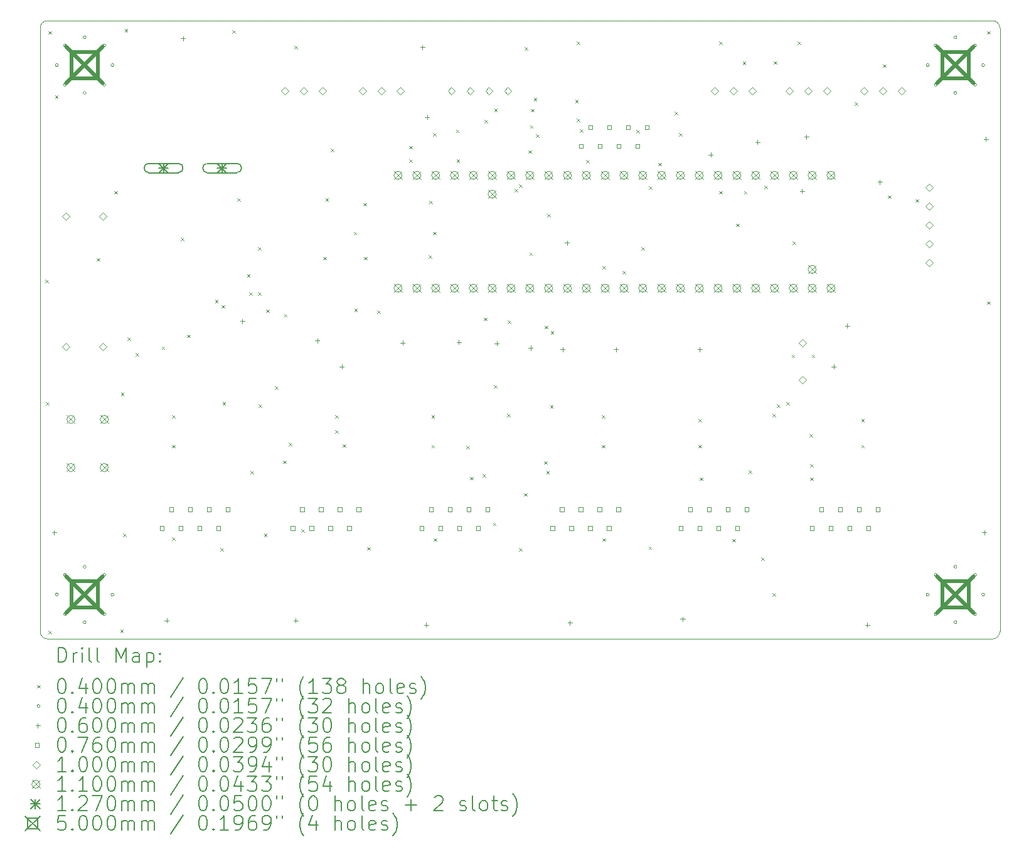
<source format=gbr>
%TF.GenerationSoftware,KiCad,Pcbnew,7.0.2-6a45011f42~172~ubuntu22.04.1*%
%TF.CreationDate,2023-05-14T21:05:54-06:00*%
%TF.ProjectId,colordance-brain,636f6c6f-7264-4616-9e63-652d62726169,rev?*%
%TF.SameCoordinates,Original*%
%TF.FileFunction,Drillmap*%
%TF.FilePolarity,Positive*%
%FSLAX45Y45*%
G04 Gerber Fmt 4.5, Leading zero omitted, Abs format (unit mm)*
G04 Created by KiCad (PCBNEW 7.0.2-6a45011f42~172~ubuntu22.04.1) date 2023-05-14 21:05:54*
%MOMM*%
%LPD*%
G01*
G04 APERTURE LIST*
%ADD10C,0.050000*%
%ADD11C,0.200000*%
%ADD12C,0.040000*%
%ADD13C,0.060000*%
%ADD14C,0.076000*%
%ADD15C,0.100000*%
%ADD16C,0.110000*%
%ADD17C,0.127000*%
%ADD18C,0.500000*%
G04 APERTURE END LIST*
D10*
X14450000Y-12900000D02*
X14450000Y-4750000D01*
X1500000Y-12900000D02*
G75*
G03*
X1600000Y-13000000I100000J0D01*
G01*
X1600000Y-13000000D02*
X14350000Y-13000000D01*
X14450000Y-4750000D02*
G75*
G03*
X14350000Y-4650000I-100000J0D01*
G01*
X14350000Y-13000000D02*
G75*
G03*
X14450000Y-12900000I0J100000D01*
G01*
X1500000Y-12900000D02*
X1500000Y-4750000D01*
X1600000Y-4650000D02*
G75*
G03*
X1500000Y-4750000I0J-100000D01*
G01*
X1600000Y-4650000D02*
X14350000Y-4650000D01*
D11*
D12*
X1570000Y-8150000D02*
X1610000Y-8190000D01*
X1610000Y-8150000D02*
X1570000Y-8190000D01*
X1580000Y-9800000D02*
X1620000Y-9840000D01*
X1620000Y-9800000D02*
X1580000Y-9840000D01*
X1610000Y-4790000D02*
X1650000Y-4830000D01*
X1650000Y-4790000D02*
X1610000Y-4830000D01*
X1610000Y-12890000D02*
X1650000Y-12930000D01*
X1650000Y-12890000D02*
X1610000Y-12930000D01*
X1700000Y-5660000D02*
X1740000Y-5700000D01*
X1740000Y-5660000D02*
X1700000Y-5700000D01*
X2265000Y-7855000D02*
X2305000Y-7895000D01*
X2305000Y-7855000D02*
X2265000Y-7895000D01*
X2500000Y-6950000D02*
X2540000Y-6990000D01*
X2540000Y-6950000D02*
X2500000Y-6990000D01*
X2580000Y-12870000D02*
X2620000Y-12910000D01*
X2620000Y-12870000D02*
X2580000Y-12910000D01*
X2590000Y-9670000D02*
X2630000Y-9710000D01*
X2630000Y-9670000D02*
X2590000Y-9710000D01*
X2620000Y-11580000D02*
X2660000Y-11620000D01*
X2660000Y-11580000D02*
X2620000Y-11620000D01*
X2640000Y-4760000D02*
X2680000Y-4800000D01*
X2680000Y-4760000D02*
X2640000Y-4800000D01*
X2680000Y-8930000D02*
X2720000Y-8970000D01*
X2720000Y-8930000D02*
X2680000Y-8970000D01*
X2790000Y-9140000D02*
X2830000Y-9180000D01*
X2830000Y-9140000D02*
X2790000Y-9180000D01*
X3140000Y-9050000D02*
X3180000Y-9090000D01*
X3180000Y-9050000D02*
X3140000Y-9090000D01*
X3280000Y-9980000D02*
X3320000Y-10020000D01*
X3320000Y-9980000D02*
X3280000Y-10020000D01*
X3280000Y-10380000D02*
X3320000Y-10420000D01*
X3320000Y-10380000D02*
X3280000Y-10420000D01*
X3280000Y-11630000D02*
X3320000Y-11670000D01*
X3320000Y-11630000D02*
X3280000Y-11670000D01*
X3400000Y-7580000D02*
X3440000Y-7620000D01*
X3440000Y-7580000D02*
X3400000Y-7620000D01*
X3480000Y-8890000D02*
X3520000Y-8930000D01*
X3520000Y-8890000D02*
X3480000Y-8930000D01*
X3860000Y-8420000D02*
X3900000Y-8460000D01*
X3900000Y-8420000D02*
X3860000Y-8460000D01*
X3930000Y-11770000D02*
X3970000Y-11810000D01*
X3970000Y-11770000D02*
X3930000Y-11810000D01*
X3950000Y-8490000D02*
X3990000Y-8530000D01*
X3990000Y-8490000D02*
X3950000Y-8530000D01*
X3960000Y-9800000D02*
X4000000Y-9840000D01*
X4000000Y-9800000D02*
X3960000Y-9840000D01*
X4090000Y-4780000D02*
X4130000Y-4820000D01*
X4130000Y-4780000D02*
X4090000Y-4820000D01*
X4160000Y-7050000D02*
X4200000Y-7090000D01*
X4200000Y-7050000D02*
X4160000Y-7090000D01*
X4290000Y-8070000D02*
X4330000Y-8110000D01*
X4330000Y-8070000D02*
X4290000Y-8110000D01*
X4320000Y-8320000D02*
X4360000Y-8360000D01*
X4360000Y-8320000D02*
X4320000Y-8360000D01*
X4340000Y-10730000D02*
X4380000Y-10770000D01*
X4380000Y-10730000D02*
X4340000Y-10770000D01*
X4440000Y-7710000D02*
X4480000Y-7750000D01*
X4480000Y-7710000D02*
X4440000Y-7750000D01*
X4440000Y-8320000D02*
X4480000Y-8360000D01*
X4480000Y-8320000D02*
X4440000Y-8360000D01*
X4450000Y-9830000D02*
X4490000Y-9870000D01*
X4490000Y-9830000D02*
X4450000Y-9870000D01*
X4520000Y-11580000D02*
X4560000Y-11620000D01*
X4560000Y-11580000D02*
X4520000Y-11620000D01*
X4550000Y-8550000D02*
X4590000Y-8590000D01*
X4590000Y-8550000D02*
X4550000Y-8590000D01*
X4670000Y-9590000D02*
X4710000Y-9630000D01*
X4710000Y-9590000D02*
X4670000Y-9630000D01*
X4780000Y-10590000D02*
X4820000Y-10630000D01*
X4820000Y-10590000D02*
X4780000Y-10630000D01*
X4790000Y-8610000D02*
X4830000Y-8650000D01*
X4830000Y-8610000D02*
X4790000Y-8650000D01*
X4852501Y-10350000D02*
X4892501Y-10390000D01*
X4892501Y-10350000D02*
X4852501Y-10390000D01*
X4930000Y-4990000D02*
X4970000Y-5030000D01*
X4970000Y-4990000D02*
X4930000Y-5030000D01*
X5022488Y-11517973D02*
X5062488Y-11557973D01*
X5062488Y-11517973D02*
X5022488Y-11557973D01*
X5320000Y-7840000D02*
X5360000Y-7880000D01*
X5360000Y-7840000D02*
X5320000Y-7880000D01*
X5350000Y-7050000D02*
X5390000Y-7090000D01*
X5390000Y-7050000D02*
X5350000Y-7090000D01*
X5420000Y-6380000D02*
X5460000Y-6420000D01*
X5460000Y-6380000D02*
X5420000Y-6420000D01*
X5480000Y-9980000D02*
X5520000Y-10020000D01*
X5520000Y-9980000D02*
X5480000Y-10020000D01*
X5480000Y-10180000D02*
X5520000Y-10220000D01*
X5520000Y-10180000D02*
X5480000Y-10220000D01*
X5580000Y-10370000D02*
X5620000Y-10410000D01*
X5620000Y-10370000D02*
X5580000Y-10410000D01*
X5730000Y-7500000D02*
X5770000Y-7540000D01*
X5770000Y-7500000D02*
X5730000Y-7540000D01*
X5740000Y-8540000D02*
X5780000Y-8580000D01*
X5780000Y-8540000D02*
X5740000Y-8580000D01*
X5860000Y-7110000D02*
X5900000Y-7150000D01*
X5900000Y-7110000D02*
X5860000Y-7150000D01*
X5870000Y-7840000D02*
X5910000Y-7880000D01*
X5910000Y-7840000D02*
X5870000Y-7880000D01*
X5910000Y-11760000D02*
X5950000Y-11800000D01*
X5950000Y-11760000D02*
X5910000Y-11800000D01*
X6050000Y-8560000D02*
X6090000Y-8600000D01*
X6090000Y-8560000D02*
X6050000Y-8600000D01*
X6480000Y-6340000D02*
X6520000Y-6380000D01*
X6520000Y-6340000D02*
X6480000Y-6380000D01*
X6480000Y-6520000D02*
X6520000Y-6560000D01*
X6520000Y-6520000D02*
X6480000Y-6560000D01*
X6740000Y-7820000D02*
X6780000Y-7860000D01*
X6780000Y-7820000D02*
X6740000Y-7860000D01*
X6750000Y-7080000D02*
X6790000Y-7120000D01*
X6790000Y-7080000D02*
X6750000Y-7120000D01*
X6780000Y-9980000D02*
X6820000Y-10020000D01*
X6820000Y-9980000D02*
X6780000Y-10020000D01*
X6780000Y-10380000D02*
X6820000Y-10420000D01*
X6820000Y-10380000D02*
X6780000Y-10420000D01*
X6800000Y-6170000D02*
X6840000Y-6210000D01*
X6840000Y-6170000D02*
X6800000Y-6210000D01*
X6800000Y-7500000D02*
X6840000Y-7540000D01*
X6840000Y-7500000D02*
X6800000Y-7540000D01*
X6810000Y-11640000D02*
X6850000Y-11680000D01*
X6850000Y-11640000D02*
X6810000Y-11680000D01*
X7110000Y-6120000D02*
X7150000Y-6160000D01*
X7150000Y-6120000D02*
X7110000Y-6160000D01*
X7120000Y-6520000D02*
X7160000Y-6560000D01*
X7160000Y-6520000D02*
X7120000Y-6560000D01*
X7250000Y-10390000D02*
X7290000Y-10430000D01*
X7290000Y-10390000D02*
X7250000Y-10430000D01*
X7302501Y-10811525D02*
X7342501Y-10851525D01*
X7342501Y-10811525D02*
X7302501Y-10851525D01*
X7470000Y-10770000D02*
X7510000Y-10810000D01*
X7510000Y-10770000D02*
X7470000Y-10810000D01*
X7490000Y-8660000D02*
X7530000Y-8700000D01*
X7530000Y-8660000D02*
X7490000Y-8700000D01*
X7497500Y-5990000D02*
X7537500Y-6030000D01*
X7537500Y-5990000D02*
X7497500Y-6030000D01*
X7610000Y-11430000D02*
X7650000Y-11470000D01*
X7650000Y-11430000D02*
X7610000Y-11470000D01*
X7620000Y-9570000D02*
X7660000Y-9610000D01*
X7660000Y-9570000D02*
X7620000Y-9610000D01*
X7627038Y-5837038D02*
X7667038Y-5877038D01*
X7667038Y-5837038D02*
X7627038Y-5877038D01*
X7800000Y-9960000D02*
X7840000Y-10000000D01*
X7840000Y-9960000D02*
X7800000Y-10000000D01*
X7810000Y-8700000D02*
X7850000Y-8740000D01*
X7850000Y-8700000D02*
X7810000Y-8740000D01*
X7900000Y-6920000D02*
X7940000Y-6960000D01*
X7940000Y-6920000D02*
X7900000Y-6960000D01*
X7960000Y-6860000D02*
X8000000Y-6900000D01*
X8000000Y-6860000D02*
X7960000Y-6900000D01*
X7960000Y-11770000D02*
X8000000Y-11810000D01*
X8000000Y-11770000D02*
X7960000Y-11810000D01*
X8030000Y-11030000D02*
X8070000Y-11070000D01*
X8070000Y-11030000D02*
X8030000Y-11070000D01*
X8040000Y-5010000D02*
X8080000Y-5050000D01*
X8080000Y-5010000D02*
X8040000Y-5050000D01*
X8085974Y-6399950D02*
X8125974Y-6439950D01*
X8125974Y-6399950D02*
X8085974Y-6439950D01*
X8100000Y-7780000D02*
X8140000Y-7820000D01*
X8140000Y-7780000D02*
X8100000Y-7820000D01*
X8110000Y-6060000D02*
X8150000Y-6100000D01*
X8150000Y-6060000D02*
X8110000Y-6100000D01*
X8120000Y-5840000D02*
X8160000Y-5880000D01*
X8160000Y-5840000D02*
X8120000Y-5880000D01*
X8160000Y-5690000D02*
X8200000Y-5730000D01*
X8200000Y-5690000D02*
X8160000Y-5730000D01*
X8188638Y-6183550D02*
X8228638Y-6223550D01*
X8228638Y-6183550D02*
X8188638Y-6223550D01*
X8300000Y-10600000D02*
X8340000Y-10640000D01*
X8340000Y-10600000D02*
X8300000Y-10640000D01*
X8310000Y-8770000D02*
X8350000Y-8810000D01*
X8350000Y-8770000D02*
X8310000Y-8810000D01*
X8330000Y-10730000D02*
X8370000Y-10770000D01*
X8370000Y-10730000D02*
X8330000Y-10770000D01*
X8340000Y-7260000D02*
X8380000Y-7300000D01*
X8380000Y-7260000D02*
X8340000Y-7300000D01*
X8380000Y-9840000D02*
X8420000Y-9880000D01*
X8420000Y-9840000D02*
X8380000Y-9880000D01*
X8390000Y-8840000D02*
X8430000Y-8880000D01*
X8430000Y-8840000D02*
X8390000Y-8880000D01*
X8720000Y-5720000D02*
X8760000Y-5760000D01*
X8760000Y-5720000D02*
X8720000Y-5760000D01*
X8740000Y-4930000D02*
X8780000Y-4970000D01*
X8780000Y-4930000D02*
X8740000Y-4970000D01*
X8740000Y-5970000D02*
X8780000Y-6010000D01*
X8780000Y-5970000D02*
X8740000Y-6010000D01*
X8781000Y-6119100D02*
X8821000Y-6159100D01*
X8821000Y-6119100D02*
X8781000Y-6159100D01*
X8870000Y-6530000D02*
X8910000Y-6570000D01*
X8910000Y-6530000D02*
X8870000Y-6570000D01*
X9080000Y-9980000D02*
X9120000Y-10020000D01*
X9120000Y-9980000D02*
X9080000Y-10020000D01*
X9080000Y-10380000D02*
X9120000Y-10420000D01*
X9120000Y-10380000D02*
X9080000Y-10420000D01*
X9090000Y-7960000D02*
X9130000Y-8000000D01*
X9130000Y-7960000D02*
X9090000Y-8000000D01*
X9090000Y-11640000D02*
X9130000Y-11680000D01*
X9130000Y-11640000D02*
X9090000Y-11680000D01*
X9360000Y-8030000D02*
X9400000Y-8070000D01*
X9400000Y-8030000D02*
X9360000Y-8070000D01*
X9543000Y-6123000D02*
X9583000Y-6163000D01*
X9583000Y-6123000D02*
X9543000Y-6163000D01*
X9610000Y-7710000D02*
X9650000Y-7750000D01*
X9650000Y-7710000D02*
X9610000Y-7750000D01*
X9710000Y-11750000D02*
X9750000Y-11790000D01*
X9750000Y-11750000D02*
X9710000Y-11790000D01*
X9713602Y-6887901D02*
X9753602Y-6927901D01*
X9753602Y-6887901D02*
X9713602Y-6927901D01*
X9840000Y-6570000D02*
X9880000Y-6610000D01*
X9880000Y-6570000D02*
X9840000Y-6610000D01*
X10060000Y-5880000D02*
X10100000Y-5920000D01*
X10100000Y-5880000D02*
X10060000Y-5920000D01*
X10120000Y-6170000D02*
X10160000Y-6210000D01*
X10160000Y-6170000D02*
X10120000Y-6210000D01*
X10380000Y-10030000D02*
X10420000Y-10070000D01*
X10420000Y-10030000D02*
X10380000Y-10070000D01*
X10380000Y-10380000D02*
X10420000Y-10420000D01*
X10420000Y-10380000D02*
X10380000Y-10420000D01*
X10400000Y-10820000D02*
X10440000Y-10860000D01*
X10440000Y-10820000D02*
X10400000Y-10860000D01*
X10660000Y-4930000D02*
X10700000Y-4970000D01*
X10700000Y-4930000D02*
X10660000Y-4970000D01*
X10661769Y-6950050D02*
X10701769Y-6990050D01*
X10701769Y-6950050D02*
X10661769Y-6990050D01*
X10840000Y-11650000D02*
X10880000Y-11690000D01*
X10880000Y-11650000D02*
X10840000Y-11690000D01*
X10890000Y-7390000D02*
X10930000Y-7430000D01*
X10930000Y-7390000D02*
X10890000Y-7430000D01*
X10980000Y-5200000D02*
X11020000Y-5240000D01*
X11020000Y-5200000D02*
X10980000Y-5240000D01*
X10997563Y-6950050D02*
X11037563Y-6990050D01*
X11037563Y-6950050D02*
X10997563Y-6990050D01*
X11062501Y-10720000D02*
X11102501Y-10760000D01*
X11102501Y-10720000D02*
X11062501Y-10760000D01*
X11230000Y-11900000D02*
X11270000Y-11940000D01*
X11270000Y-11900000D02*
X11230000Y-11940000D01*
X11270000Y-6880000D02*
X11310000Y-6920000D01*
X11310000Y-6880000D02*
X11270000Y-6920000D01*
X11380000Y-9960000D02*
X11420000Y-10000000D01*
X11420000Y-9960000D02*
X11380000Y-10000000D01*
X11380000Y-12380000D02*
X11420000Y-12420000D01*
X11420000Y-12380000D02*
X11380000Y-12420000D01*
X11396950Y-5197002D02*
X11436950Y-5237002D01*
X11436950Y-5197002D02*
X11396950Y-5237002D01*
X11442501Y-9830000D02*
X11482501Y-9870000D01*
X11482501Y-9830000D02*
X11442501Y-9870000D01*
X11570000Y-9800000D02*
X11610000Y-9840000D01*
X11610000Y-9800000D02*
X11570000Y-9840000D01*
X11640000Y-9160000D02*
X11680000Y-9200000D01*
X11680000Y-9160000D02*
X11640000Y-9200000D01*
X11650000Y-7630000D02*
X11690000Y-7670000D01*
X11690000Y-7630000D02*
X11650000Y-7670000D01*
X11720000Y-4930000D02*
X11760000Y-4970000D01*
X11760000Y-4930000D02*
X11720000Y-4970000D01*
X11880000Y-10230000D02*
X11920000Y-10270000D01*
X11920000Y-10230000D02*
X11880000Y-10270000D01*
X11890000Y-10640000D02*
X11930000Y-10680000D01*
X11930000Y-10640000D02*
X11890000Y-10680000D01*
X11890000Y-10820000D02*
X11930000Y-10860000D01*
X11930000Y-10820000D02*
X11890000Y-10860000D01*
X11910000Y-9160000D02*
X11950000Y-9200000D01*
X11950000Y-9160000D02*
X11910000Y-9200000D01*
X12490000Y-5750000D02*
X12530000Y-5790000D01*
X12530000Y-5750000D02*
X12490000Y-5790000D01*
X12580000Y-10030000D02*
X12620000Y-10070000D01*
X12620000Y-10030000D02*
X12580000Y-10070000D01*
X12580000Y-10380000D02*
X12620000Y-10420000D01*
X12620000Y-10380000D02*
X12580000Y-10420000D01*
X12870000Y-5240000D02*
X12910000Y-5280000D01*
X12910000Y-5240000D02*
X12870000Y-5280000D01*
X12940000Y-7010000D02*
X12980000Y-7050000D01*
X12980000Y-7010000D02*
X12940000Y-7050000D01*
X13310000Y-7060000D02*
X13350000Y-7100000D01*
X13350000Y-7060000D02*
X13310000Y-7100000D01*
X14280000Y-4790000D02*
X14320000Y-4830000D01*
X14320000Y-4790000D02*
X14280000Y-4830000D01*
X14280000Y-8440000D02*
X14320000Y-8480000D01*
X14320000Y-8440000D02*
X14280000Y-8480000D01*
X1745000Y-5250000D02*
G75*
G03*
X1745000Y-5250000I-20000J0D01*
G01*
X1745000Y-12400000D02*
G75*
G03*
X1745000Y-12400000I-20000J0D01*
G01*
X1855000Y-4985000D02*
G75*
G03*
X1855000Y-4985000I-20000J0D01*
G01*
X1855000Y-5515000D02*
G75*
G03*
X1855000Y-5515000I-20000J0D01*
G01*
X1855000Y-12135000D02*
G75*
G03*
X1855000Y-12135000I-20000J0D01*
G01*
X1855000Y-12665000D02*
G75*
G03*
X1855000Y-12665000I-20000J0D01*
G01*
X2120000Y-4875000D02*
G75*
G03*
X2120000Y-4875000I-20000J0D01*
G01*
X2120000Y-5625000D02*
G75*
G03*
X2120000Y-5625000I-20000J0D01*
G01*
X2120000Y-12025000D02*
G75*
G03*
X2120000Y-12025000I-20000J0D01*
G01*
X2120000Y-12775000D02*
G75*
G03*
X2120000Y-12775000I-20000J0D01*
G01*
X2385000Y-4985000D02*
G75*
G03*
X2385000Y-4985000I-20000J0D01*
G01*
X2385000Y-5515000D02*
G75*
G03*
X2385000Y-5515000I-20000J0D01*
G01*
X2385000Y-12135000D02*
G75*
G03*
X2385000Y-12135000I-20000J0D01*
G01*
X2385000Y-12665000D02*
G75*
G03*
X2385000Y-12665000I-20000J0D01*
G01*
X2495000Y-5250000D02*
G75*
G03*
X2495000Y-5250000I-20000J0D01*
G01*
X2495000Y-12400000D02*
G75*
G03*
X2495000Y-12400000I-20000J0D01*
G01*
X13495000Y-5250000D02*
G75*
G03*
X13495000Y-5250000I-20000J0D01*
G01*
X13495000Y-12400000D02*
G75*
G03*
X13495000Y-12400000I-20000J0D01*
G01*
X13605000Y-4985000D02*
G75*
G03*
X13605000Y-4985000I-20000J0D01*
G01*
X13605000Y-5515000D02*
G75*
G03*
X13605000Y-5515000I-20000J0D01*
G01*
X13605000Y-12135000D02*
G75*
G03*
X13605000Y-12135000I-20000J0D01*
G01*
X13605000Y-12665000D02*
G75*
G03*
X13605000Y-12665000I-20000J0D01*
G01*
X13870000Y-4875000D02*
G75*
G03*
X13870000Y-4875000I-20000J0D01*
G01*
X13870000Y-5625000D02*
G75*
G03*
X13870000Y-5625000I-20000J0D01*
G01*
X13870000Y-12025000D02*
G75*
G03*
X13870000Y-12025000I-20000J0D01*
G01*
X13870000Y-12775000D02*
G75*
G03*
X13870000Y-12775000I-20000J0D01*
G01*
X14135000Y-4985000D02*
G75*
G03*
X14135000Y-4985000I-20000J0D01*
G01*
X14135000Y-5515000D02*
G75*
G03*
X14135000Y-5515000I-20000J0D01*
G01*
X14135000Y-12135000D02*
G75*
G03*
X14135000Y-12135000I-20000J0D01*
G01*
X14135000Y-12665000D02*
G75*
G03*
X14135000Y-12665000I-20000J0D01*
G01*
X14245000Y-5250000D02*
G75*
G03*
X14245000Y-5250000I-20000J0D01*
G01*
X14245000Y-12400000D02*
G75*
G03*
X14245000Y-12400000I-20000J0D01*
G01*
D13*
X1690000Y-11530000D02*
X1690000Y-11590000D01*
X1660000Y-11560000D02*
X1720000Y-11560000D01*
X3210000Y-12720000D02*
X3210000Y-12780000D01*
X3180000Y-12750000D02*
X3240000Y-12750000D01*
X3430000Y-4860000D02*
X3430000Y-4920000D01*
X3400000Y-4890000D02*
X3460000Y-4890000D01*
X4230000Y-8680000D02*
X4230000Y-8740000D01*
X4200000Y-8710000D02*
X4260000Y-8710000D01*
X4950000Y-12720000D02*
X4950000Y-12780000D01*
X4920000Y-12750000D02*
X4980000Y-12750000D01*
X5240000Y-8940000D02*
X5240000Y-9000000D01*
X5210000Y-8970000D02*
X5270000Y-8970000D01*
X5570000Y-9292500D02*
X5570000Y-9352500D01*
X5540000Y-9322500D02*
X5600000Y-9322500D01*
X6390000Y-8970000D02*
X6390000Y-9030000D01*
X6360000Y-9000000D02*
X6420000Y-9000000D01*
X6660000Y-4980000D02*
X6660000Y-5040000D01*
X6630000Y-5010000D02*
X6690000Y-5010000D01*
X6710000Y-12780000D02*
X6710000Y-12840000D01*
X6680000Y-12810000D02*
X6740000Y-12810000D01*
X6720000Y-5920000D02*
X6720000Y-5980000D01*
X6690000Y-5950000D02*
X6750000Y-5950000D01*
X7150000Y-8960000D02*
X7150000Y-9020000D01*
X7120000Y-8990000D02*
X7180000Y-8990000D01*
X7660000Y-8980000D02*
X7660000Y-9040000D01*
X7630000Y-9010000D02*
X7690000Y-9010000D01*
X8120000Y-9040000D02*
X8120000Y-9100000D01*
X8090000Y-9070000D02*
X8150000Y-9070000D01*
X8550000Y-9060000D02*
X8550000Y-9120000D01*
X8520000Y-9090000D02*
X8580000Y-9090000D01*
X8610000Y-7620000D02*
X8610000Y-7680000D01*
X8580000Y-7650000D02*
X8640000Y-7650000D01*
X8650000Y-12750000D02*
X8650000Y-12810000D01*
X8620000Y-12780000D02*
X8680000Y-12780000D01*
X9270000Y-9060000D02*
X9270000Y-9120000D01*
X9240000Y-9090000D02*
X9300000Y-9090000D01*
X10170000Y-12700000D02*
X10170000Y-12760000D01*
X10140000Y-12730000D02*
X10200000Y-12730000D01*
X10400000Y-9060000D02*
X10400000Y-9120000D01*
X10370000Y-9090000D02*
X10430000Y-9090000D01*
X10550000Y-6430000D02*
X10550000Y-6490000D01*
X10520000Y-6460000D02*
X10580000Y-6460000D01*
X11180000Y-6260000D02*
X11180000Y-6320000D01*
X11150000Y-6290000D02*
X11210000Y-6290000D01*
X11780000Y-6920000D02*
X11780000Y-6980000D01*
X11750000Y-6950000D02*
X11810000Y-6950000D01*
X11840000Y-6190000D02*
X11840000Y-6250000D01*
X11810000Y-6220000D02*
X11870000Y-6220000D01*
X12210000Y-9290000D02*
X12210000Y-9350000D01*
X12180000Y-9320000D02*
X12240000Y-9320000D01*
X12390000Y-8740000D02*
X12390000Y-8800000D01*
X12360000Y-8770000D02*
X12420000Y-8770000D01*
X12660000Y-12780000D02*
X12660000Y-12840000D01*
X12630000Y-12810000D02*
X12690000Y-12810000D01*
X12830000Y-6800000D02*
X12830000Y-6860000D01*
X12800000Y-6830000D02*
X12860000Y-6830000D01*
X14240000Y-11530000D02*
X14240000Y-11590000D01*
X14210000Y-11560000D02*
X14270000Y-11560000D01*
X14260000Y-6220000D02*
X14260000Y-6280000D01*
X14230000Y-6250000D02*
X14290000Y-6250000D01*
D14*
X3167370Y-11530063D02*
X3167370Y-11476322D01*
X3113630Y-11476322D01*
X3113630Y-11530063D01*
X3167370Y-11530063D01*
X3294370Y-11276063D02*
X3294370Y-11222322D01*
X3240630Y-11222322D01*
X3240630Y-11276063D01*
X3294370Y-11276063D01*
X3421370Y-11530063D02*
X3421370Y-11476322D01*
X3367630Y-11476322D01*
X3367630Y-11530063D01*
X3421370Y-11530063D01*
X3548370Y-11276063D02*
X3548370Y-11222322D01*
X3494630Y-11222322D01*
X3494630Y-11276063D01*
X3548370Y-11276063D01*
X3675370Y-11530063D02*
X3675370Y-11476322D01*
X3621630Y-11476322D01*
X3621630Y-11530063D01*
X3675370Y-11530063D01*
X3802370Y-11276063D02*
X3802370Y-11222322D01*
X3748630Y-11222322D01*
X3748630Y-11276063D01*
X3802370Y-11276063D01*
X3929370Y-11530063D02*
X3929370Y-11476322D01*
X3875630Y-11476322D01*
X3875630Y-11530063D01*
X3929370Y-11530063D01*
X4056370Y-11276063D02*
X4056370Y-11222322D01*
X4002630Y-11222322D01*
X4002630Y-11276063D01*
X4056370Y-11276063D01*
X4935370Y-11530063D02*
X4935370Y-11476322D01*
X4881630Y-11476322D01*
X4881630Y-11530063D01*
X4935370Y-11530063D01*
X5062370Y-11276063D02*
X5062370Y-11222322D01*
X5008630Y-11222322D01*
X5008630Y-11276063D01*
X5062370Y-11276063D01*
X5189370Y-11530063D02*
X5189370Y-11476322D01*
X5135630Y-11476322D01*
X5135630Y-11530063D01*
X5189370Y-11530063D01*
X5316370Y-11276063D02*
X5316370Y-11222322D01*
X5262630Y-11222322D01*
X5262630Y-11276063D01*
X5316370Y-11276063D01*
X5443370Y-11530063D02*
X5443370Y-11476322D01*
X5389630Y-11476322D01*
X5389630Y-11530063D01*
X5443370Y-11530063D01*
X5570370Y-11276063D02*
X5570370Y-11222322D01*
X5516630Y-11222322D01*
X5516630Y-11276063D01*
X5570370Y-11276063D01*
X5697370Y-11530063D02*
X5697370Y-11476322D01*
X5643630Y-11476322D01*
X5643630Y-11530063D01*
X5697370Y-11530063D01*
X5824370Y-11276063D02*
X5824370Y-11222322D01*
X5770630Y-11222322D01*
X5770630Y-11276063D01*
X5824370Y-11276063D01*
X6672370Y-11531063D02*
X6672370Y-11477322D01*
X6618630Y-11477322D01*
X6618630Y-11531063D01*
X6672370Y-11531063D01*
X6799370Y-11277063D02*
X6799370Y-11223322D01*
X6745630Y-11223322D01*
X6745630Y-11277063D01*
X6799370Y-11277063D01*
X6926370Y-11531063D02*
X6926370Y-11477322D01*
X6872630Y-11477322D01*
X6872630Y-11531063D01*
X6926370Y-11531063D01*
X7053370Y-11277063D02*
X7053370Y-11223322D01*
X6999630Y-11223322D01*
X6999630Y-11277063D01*
X7053370Y-11277063D01*
X7180370Y-11531063D02*
X7180370Y-11477322D01*
X7126630Y-11477322D01*
X7126630Y-11531063D01*
X7180370Y-11531063D01*
X7307370Y-11277063D02*
X7307370Y-11223322D01*
X7253630Y-11223322D01*
X7253630Y-11277063D01*
X7307370Y-11277063D01*
X7434370Y-11531063D02*
X7434370Y-11477322D01*
X7380630Y-11477322D01*
X7380630Y-11531063D01*
X7434370Y-11531063D01*
X7561370Y-11277063D02*
X7561370Y-11223322D01*
X7507630Y-11223322D01*
X7507630Y-11277063D01*
X7561370Y-11277063D01*
X8440370Y-11531063D02*
X8440370Y-11477322D01*
X8386630Y-11477322D01*
X8386630Y-11531063D01*
X8440370Y-11531063D01*
X8567370Y-11277063D02*
X8567370Y-11223322D01*
X8513630Y-11223322D01*
X8513630Y-11277063D01*
X8567370Y-11277063D01*
X8694370Y-11531063D02*
X8694370Y-11477322D01*
X8640630Y-11477322D01*
X8640630Y-11531063D01*
X8694370Y-11531063D01*
X8821370Y-11277063D02*
X8821370Y-11223322D01*
X8767630Y-11223322D01*
X8767630Y-11277063D01*
X8821370Y-11277063D01*
X8827870Y-6370870D02*
X8827870Y-6317130D01*
X8774130Y-6317130D01*
X8774130Y-6370870D01*
X8827870Y-6370870D01*
X8948370Y-11531063D02*
X8948370Y-11477322D01*
X8894630Y-11477322D01*
X8894630Y-11531063D01*
X8948370Y-11531063D01*
X8954870Y-6116870D02*
X8954870Y-6063130D01*
X8901130Y-6063130D01*
X8901130Y-6116870D01*
X8954870Y-6116870D01*
X9075370Y-11277063D02*
X9075370Y-11223322D01*
X9021630Y-11223322D01*
X9021630Y-11277063D01*
X9075370Y-11277063D01*
X9081870Y-6370870D02*
X9081870Y-6317130D01*
X9028130Y-6317130D01*
X9028130Y-6370870D01*
X9081870Y-6370870D01*
X9202370Y-11531063D02*
X9202370Y-11477322D01*
X9148630Y-11477322D01*
X9148630Y-11531063D01*
X9202370Y-11531063D01*
X9208870Y-6116870D02*
X9208870Y-6063130D01*
X9155130Y-6063130D01*
X9155130Y-6116870D01*
X9208870Y-6116870D01*
X9329370Y-11277063D02*
X9329370Y-11223322D01*
X9275630Y-11223322D01*
X9275630Y-11277063D01*
X9329370Y-11277063D01*
X9335870Y-6370870D02*
X9335870Y-6317130D01*
X9282130Y-6317130D01*
X9282130Y-6370870D01*
X9335870Y-6370870D01*
X9462870Y-6116870D02*
X9462870Y-6063130D01*
X9409130Y-6063130D01*
X9409130Y-6116870D01*
X9462870Y-6116870D01*
X9589870Y-6370870D02*
X9589870Y-6317130D01*
X9536130Y-6317130D01*
X9536130Y-6370870D01*
X9589870Y-6370870D01*
X9716870Y-6116870D02*
X9716870Y-6063130D01*
X9663130Y-6063130D01*
X9663130Y-6116870D01*
X9716870Y-6116870D01*
X10173370Y-11530063D02*
X10173370Y-11476322D01*
X10119630Y-11476322D01*
X10119630Y-11530063D01*
X10173370Y-11530063D01*
X10300370Y-11276063D02*
X10300370Y-11222322D01*
X10246630Y-11222322D01*
X10246630Y-11276063D01*
X10300370Y-11276063D01*
X10427370Y-11530063D02*
X10427370Y-11476322D01*
X10373630Y-11476322D01*
X10373630Y-11530063D01*
X10427370Y-11530063D01*
X10554370Y-11276063D02*
X10554370Y-11222322D01*
X10500630Y-11222322D01*
X10500630Y-11276063D01*
X10554370Y-11276063D01*
X10681370Y-11530063D02*
X10681370Y-11476322D01*
X10627630Y-11476322D01*
X10627630Y-11530063D01*
X10681370Y-11530063D01*
X10808370Y-11276063D02*
X10808370Y-11222322D01*
X10754630Y-11222322D01*
X10754630Y-11276063D01*
X10808370Y-11276063D01*
X10935370Y-11530063D02*
X10935370Y-11476322D01*
X10881630Y-11476322D01*
X10881630Y-11530063D01*
X10935370Y-11530063D01*
X11062370Y-11276063D02*
X11062370Y-11222322D01*
X11008630Y-11222322D01*
X11008630Y-11276063D01*
X11062370Y-11276063D01*
X11941370Y-11530063D02*
X11941370Y-11476322D01*
X11887630Y-11476322D01*
X11887630Y-11530063D01*
X11941370Y-11530063D01*
X12068370Y-11276063D02*
X12068370Y-11222322D01*
X12014630Y-11222322D01*
X12014630Y-11276063D01*
X12068370Y-11276063D01*
X12195370Y-11530063D02*
X12195370Y-11476322D01*
X12141630Y-11476322D01*
X12141630Y-11530063D01*
X12195370Y-11530063D01*
X12322370Y-11276063D02*
X12322370Y-11222322D01*
X12268630Y-11222322D01*
X12268630Y-11276063D01*
X12322370Y-11276063D01*
X12449370Y-11530063D02*
X12449370Y-11476322D01*
X12395630Y-11476322D01*
X12395630Y-11530063D01*
X12449370Y-11530063D01*
X12576370Y-11276063D02*
X12576370Y-11222322D01*
X12522630Y-11222322D01*
X12522630Y-11276063D01*
X12576370Y-11276063D01*
X12703370Y-11530063D02*
X12703370Y-11476322D01*
X12649630Y-11476322D01*
X12649630Y-11530063D01*
X12703370Y-11530063D01*
X12830370Y-11276063D02*
X12830370Y-11222322D01*
X12776630Y-11222322D01*
X12776630Y-11276063D01*
X12830370Y-11276063D01*
D15*
X1846768Y-9100000D02*
X1896768Y-9050000D01*
X1846768Y-9000000D01*
X1796768Y-9050000D01*
X1846768Y-9100000D01*
X1850000Y-7340000D02*
X1900000Y-7290000D01*
X1850000Y-7240000D01*
X1800000Y-7290000D01*
X1850000Y-7340000D01*
X2346768Y-9100000D02*
X2396768Y-9050000D01*
X2346768Y-9000000D01*
X2296768Y-9050000D01*
X2346768Y-9100000D01*
X2350000Y-7340000D02*
X2400000Y-7290000D01*
X2350000Y-7240000D01*
X2300000Y-7290000D01*
X2350000Y-7340000D01*
X4800000Y-5650000D02*
X4850000Y-5600000D01*
X4800000Y-5550000D01*
X4750000Y-5600000D01*
X4800000Y-5650000D01*
X5054000Y-5650000D02*
X5104000Y-5600000D01*
X5054000Y-5550000D01*
X5004000Y-5600000D01*
X5054000Y-5650000D01*
X5308000Y-5650000D02*
X5358000Y-5600000D01*
X5308000Y-5550000D01*
X5258000Y-5600000D01*
X5308000Y-5650000D01*
X5850000Y-5650000D02*
X5900000Y-5600000D01*
X5850000Y-5550000D01*
X5800000Y-5600000D01*
X5850000Y-5650000D01*
X6104000Y-5650000D02*
X6154000Y-5600000D01*
X6104000Y-5550000D01*
X6054000Y-5600000D01*
X6104000Y-5650000D01*
X6358000Y-5650000D02*
X6408000Y-5600000D01*
X6358000Y-5550000D01*
X6308000Y-5600000D01*
X6358000Y-5650000D01*
X7050000Y-5647500D02*
X7100000Y-5597500D01*
X7050000Y-5547500D01*
X7000000Y-5597500D01*
X7050000Y-5647500D01*
X7304000Y-5647500D02*
X7354000Y-5597500D01*
X7304000Y-5547500D01*
X7254000Y-5597500D01*
X7304000Y-5647500D01*
X7558000Y-5647500D02*
X7608000Y-5597500D01*
X7558000Y-5547500D01*
X7508000Y-5597500D01*
X7558000Y-5647500D01*
X7812000Y-5647500D02*
X7862000Y-5597500D01*
X7812000Y-5547500D01*
X7762000Y-5597500D01*
X7812000Y-5647500D01*
X10600000Y-5650000D02*
X10650000Y-5600000D01*
X10600000Y-5550000D01*
X10550000Y-5600000D01*
X10600000Y-5650000D01*
X10854000Y-5650000D02*
X10904000Y-5600000D01*
X10854000Y-5550000D01*
X10804000Y-5600000D01*
X10854000Y-5650000D01*
X11108000Y-5650000D02*
X11158000Y-5600000D01*
X11108000Y-5550000D01*
X11058000Y-5600000D01*
X11108000Y-5650000D01*
X11612000Y-5650000D02*
X11662000Y-5600000D01*
X11612000Y-5550000D01*
X11562000Y-5600000D01*
X11612000Y-5650000D01*
X11790000Y-9053232D02*
X11840000Y-9003232D01*
X11790000Y-8953232D01*
X11740000Y-9003232D01*
X11790000Y-9053232D01*
X11790000Y-9553232D02*
X11840000Y-9503232D01*
X11790000Y-9453232D01*
X11740000Y-9503232D01*
X11790000Y-9553232D01*
X11866000Y-5650000D02*
X11916000Y-5600000D01*
X11866000Y-5550000D01*
X11816000Y-5600000D01*
X11866000Y-5650000D01*
X12120000Y-5650000D02*
X12170000Y-5600000D01*
X12120000Y-5550000D01*
X12070000Y-5600000D01*
X12120000Y-5650000D01*
X12617500Y-5647500D02*
X12667500Y-5597500D01*
X12617500Y-5547500D01*
X12567500Y-5597500D01*
X12617500Y-5647500D01*
X12871500Y-5647500D02*
X12921500Y-5597500D01*
X12871500Y-5547500D01*
X12821500Y-5597500D01*
X12871500Y-5647500D01*
X13125500Y-5647500D02*
X13175500Y-5597500D01*
X13125500Y-5547500D01*
X13075500Y-5597500D01*
X13125500Y-5647500D01*
X13500000Y-6950000D02*
X13550000Y-6900000D01*
X13500000Y-6850000D01*
X13450000Y-6900000D01*
X13500000Y-6950000D01*
X13500000Y-7204000D02*
X13550000Y-7154000D01*
X13500000Y-7104000D01*
X13450000Y-7154000D01*
X13500000Y-7204000D01*
X13500000Y-7458000D02*
X13550000Y-7408000D01*
X13500000Y-7358000D01*
X13450000Y-7408000D01*
X13500000Y-7458000D01*
X13500000Y-7712000D02*
X13550000Y-7662000D01*
X13500000Y-7612000D01*
X13450000Y-7662000D01*
X13500000Y-7712000D01*
X13500000Y-7966000D02*
X13550000Y-7916000D01*
X13500000Y-7866000D01*
X13450000Y-7916000D01*
X13500000Y-7966000D01*
D16*
X1860000Y-9980000D02*
X1970000Y-10090000D01*
X1970000Y-9980000D02*
X1860000Y-10090000D01*
X1970000Y-10035000D02*
G75*
G03*
X1970000Y-10035000I-55000J0D01*
G01*
X1860000Y-10630000D02*
X1970000Y-10740000D01*
X1970000Y-10630000D02*
X1860000Y-10740000D01*
X1970000Y-10685000D02*
G75*
G03*
X1970000Y-10685000I-55000J0D01*
G01*
X2310000Y-9980000D02*
X2420000Y-10090000D01*
X2420000Y-9980000D02*
X2310000Y-10090000D01*
X2420000Y-10035000D02*
G75*
G03*
X2420000Y-10035000I-55000J0D01*
G01*
X2310000Y-10630000D02*
X2420000Y-10740000D01*
X2420000Y-10630000D02*
X2310000Y-10740000D01*
X2420000Y-10685000D02*
G75*
G03*
X2420000Y-10685000I-55000J0D01*
G01*
X6274000Y-6683000D02*
X6384000Y-6793000D01*
X6384000Y-6683000D02*
X6274000Y-6793000D01*
X6384000Y-6738000D02*
G75*
G03*
X6384000Y-6738000I-55000J0D01*
G01*
X6274000Y-8207000D02*
X6384000Y-8317000D01*
X6384000Y-8207000D02*
X6274000Y-8317000D01*
X6384000Y-8262000D02*
G75*
G03*
X6384000Y-8262000I-55000J0D01*
G01*
X6528000Y-6683000D02*
X6638000Y-6793000D01*
X6638000Y-6683000D02*
X6528000Y-6793000D01*
X6638000Y-6738000D02*
G75*
G03*
X6638000Y-6738000I-55000J0D01*
G01*
X6528000Y-8207000D02*
X6638000Y-8317000D01*
X6638000Y-8207000D02*
X6528000Y-8317000D01*
X6638000Y-8262000D02*
G75*
G03*
X6638000Y-8262000I-55000J0D01*
G01*
X6782000Y-6683000D02*
X6892000Y-6793000D01*
X6892000Y-6683000D02*
X6782000Y-6793000D01*
X6892000Y-6738000D02*
G75*
G03*
X6892000Y-6738000I-55000J0D01*
G01*
X6782000Y-8207000D02*
X6892000Y-8317000D01*
X6892000Y-8207000D02*
X6782000Y-8317000D01*
X6892000Y-8262000D02*
G75*
G03*
X6892000Y-8262000I-55000J0D01*
G01*
X7036000Y-6683000D02*
X7146000Y-6793000D01*
X7146000Y-6683000D02*
X7036000Y-6793000D01*
X7146000Y-6738000D02*
G75*
G03*
X7146000Y-6738000I-55000J0D01*
G01*
X7036000Y-8207000D02*
X7146000Y-8317000D01*
X7146000Y-8207000D02*
X7036000Y-8317000D01*
X7146000Y-8262000D02*
G75*
G03*
X7146000Y-8262000I-55000J0D01*
G01*
X7290000Y-6683000D02*
X7400000Y-6793000D01*
X7400000Y-6683000D02*
X7290000Y-6793000D01*
X7400000Y-6738000D02*
G75*
G03*
X7400000Y-6738000I-55000J0D01*
G01*
X7290000Y-8207000D02*
X7400000Y-8317000D01*
X7400000Y-8207000D02*
X7290000Y-8317000D01*
X7400000Y-8262000D02*
G75*
G03*
X7400000Y-8262000I-55000J0D01*
G01*
X7544000Y-6683000D02*
X7654000Y-6793000D01*
X7654000Y-6683000D02*
X7544000Y-6793000D01*
X7654000Y-6738000D02*
G75*
G03*
X7654000Y-6738000I-55000J0D01*
G01*
X7544000Y-6937000D02*
X7654000Y-7047000D01*
X7654000Y-6937000D02*
X7544000Y-7047000D01*
X7654000Y-6992000D02*
G75*
G03*
X7654000Y-6992000I-55000J0D01*
G01*
X7544000Y-8207000D02*
X7654000Y-8317000D01*
X7654000Y-8207000D02*
X7544000Y-8317000D01*
X7654000Y-8262000D02*
G75*
G03*
X7654000Y-8262000I-55000J0D01*
G01*
X7798000Y-6683000D02*
X7908000Y-6793000D01*
X7908000Y-6683000D02*
X7798000Y-6793000D01*
X7908000Y-6738000D02*
G75*
G03*
X7908000Y-6738000I-55000J0D01*
G01*
X7798000Y-8207000D02*
X7908000Y-8317000D01*
X7908000Y-8207000D02*
X7798000Y-8317000D01*
X7908000Y-8262000D02*
G75*
G03*
X7908000Y-8262000I-55000J0D01*
G01*
X8052000Y-6683000D02*
X8162000Y-6793000D01*
X8162000Y-6683000D02*
X8052000Y-6793000D01*
X8162000Y-6738000D02*
G75*
G03*
X8162000Y-6738000I-55000J0D01*
G01*
X8052000Y-8207000D02*
X8162000Y-8317000D01*
X8162000Y-8207000D02*
X8052000Y-8317000D01*
X8162000Y-8262000D02*
G75*
G03*
X8162000Y-8262000I-55000J0D01*
G01*
X8306000Y-6683000D02*
X8416000Y-6793000D01*
X8416000Y-6683000D02*
X8306000Y-6793000D01*
X8416000Y-6738000D02*
G75*
G03*
X8416000Y-6738000I-55000J0D01*
G01*
X8306000Y-8207000D02*
X8416000Y-8317000D01*
X8416000Y-8207000D02*
X8306000Y-8317000D01*
X8416000Y-8262000D02*
G75*
G03*
X8416000Y-8262000I-55000J0D01*
G01*
X8560000Y-6683000D02*
X8670000Y-6793000D01*
X8670000Y-6683000D02*
X8560000Y-6793000D01*
X8670000Y-6738000D02*
G75*
G03*
X8670000Y-6738000I-55000J0D01*
G01*
X8560000Y-8207000D02*
X8670000Y-8317000D01*
X8670000Y-8207000D02*
X8560000Y-8317000D01*
X8670000Y-8262000D02*
G75*
G03*
X8670000Y-8262000I-55000J0D01*
G01*
X8814000Y-6683000D02*
X8924000Y-6793000D01*
X8924000Y-6683000D02*
X8814000Y-6793000D01*
X8924000Y-6738000D02*
G75*
G03*
X8924000Y-6738000I-55000J0D01*
G01*
X8814000Y-8207000D02*
X8924000Y-8317000D01*
X8924000Y-8207000D02*
X8814000Y-8317000D01*
X8924000Y-8262000D02*
G75*
G03*
X8924000Y-8262000I-55000J0D01*
G01*
X9068000Y-6683000D02*
X9178000Y-6793000D01*
X9178000Y-6683000D02*
X9068000Y-6793000D01*
X9178000Y-6738000D02*
G75*
G03*
X9178000Y-6738000I-55000J0D01*
G01*
X9068000Y-8207000D02*
X9178000Y-8317000D01*
X9178000Y-8207000D02*
X9068000Y-8317000D01*
X9178000Y-8262000D02*
G75*
G03*
X9178000Y-8262000I-55000J0D01*
G01*
X9322000Y-6683000D02*
X9432000Y-6793000D01*
X9432000Y-6683000D02*
X9322000Y-6793000D01*
X9432000Y-6738000D02*
G75*
G03*
X9432000Y-6738000I-55000J0D01*
G01*
X9322000Y-8207000D02*
X9432000Y-8317000D01*
X9432000Y-8207000D02*
X9322000Y-8317000D01*
X9432000Y-8262000D02*
G75*
G03*
X9432000Y-8262000I-55000J0D01*
G01*
X9576000Y-6683000D02*
X9686000Y-6793000D01*
X9686000Y-6683000D02*
X9576000Y-6793000D01*
X9686000Y-6738000D02*
G75*
G03*
X9686000Y-6738000I-55000J0D01*
G01*
X9576000Y-8207000D02*
X9686000Y-8317000D01*
X9686000Y-8207000D02*
X9576000Y-8317000D01*
X9686000Y-8262000D02*
G75*
G03*
X9686000Y-8262000I-55000J0D01*
G01*
X9830000Y-6683000D02*
X9940000Y-6793000D01*
X9940000Y-6683000D02*
X9830000Y-6793000D01*
X9940000Y-6738000D02*
G75*
G03*
X9940000Y-6738000I-55000J0D01*
G01*
X9830000Y-8207000D02*
X9940000Y-8317000D01*
X9940000Y-8207000D02*
X9830000Y-8317000D01*
X9940000Y-8262000D02*
G75*
G03*
X9940000Y-8262000I-55000J0D01*
G01*
X10084000Y-6683000D02*
X10194000Y-6793000D01*
X10194000Y-6683000D02*
X10084000Y-6793000D01*
X10194000Y-6738000D02*
G75*
G03*
X10194000Y-6738000I-55000J0D01*
G01*
X10084000Y-8207000D02*
X10194000Y-8317000D01*
X10194000Y-8207000D02*
X10084000Y-8317000D01*
X10194000Y-8262000D02*
G75*
G03*
X10194000Y-8262000I-55000J0D01*
G01*
X10338000Y-6683000D02*
X10448000Y-6793000D01*
X10448000Y-6683000D02*
X10338000Y-6793000D01*
X10448000Y-6738000D02*
G75*
G03*
X10448000Y-6738000I-55000J0D01*
G01*
X10338000Y-8207000D02*
X10448000Y-8317000D01*
X10448000Y-8207000D02*
X10338000Y-8317000D01*
X10448000Y-8262000D02*
G75*
G03*
X10448000Y-8262000I-55000J0D01*
G01*
X10592000Y-6683000D02*
X10702000Y-6793000D01*
X10702000Y-6683000D02*
X10592000Y-6793000D01*
X10702000Y-6738000D02*
G75*
G03*
X10702000Y-6738000I-55000J0D01*
G01*
X10592000Y-8207000D02*
X10702000Y-8317000D01*
X10702000Y-8207000D02*
X10592000Y-8317000D01*
X10702000Y-8262000D02*
G75*
G03*
X10702000Y-8262000I-55000J0D01*
G01*
X10846000Y-6683000D02*
X10956000Y-6793000D01*
X10956000Y-6683000D02*
X10846000Y-6793000D01*
X10956000Y-6738000D02*
G75*
G03*
X10956000Y-6738000I-55000J0D01*
G01*
X10846000Y-8207000D02*
X10956000Y-8317000D01*
X10956000Y-8207000D02*
X10846000Y-8317000D01*
X10956000Y-8262000D02*
G75*
G03*
X10956000Y-8262000I-55000J0D01*
G01*
X11100000Y-6683000D02*
X11210000Y-6793000D01*
X11210000Y-6683000D02*
X11100000Y-6793000D01*
X11210000Y-6738000D02*
G75*
G03*
X11210000Y-6738000I-55000J0D01*
G01*
X11100000Y-8207000D02*
X11210000Y-8317000D01*
X11210000Y-8207000D02*
X11100000Y-8317000D01*
X11210000Y-8262000D02*
G75*
G03*
X11210000Y-8262000I-55000J0D01*
G01*
X11354000Y-6683000D02*
X11464000Y-6793000D01*
X11464000Y-6683000D02*
X11354000Y-6793000D01*
X11464000Y-6738000D02*
G75*
G03*
X11464000Y-6738000I-55000J0D01*
G01*
X11354000Y-8207000D02*
X11464000Y-8317000D01*
X11464000Y-8207000D02*
X11354000Y-8317000D01*
X11464000Y-8262000D02*
G75*
G03*
X11464000Y-8262000I-55000J0D01*
G01*
X11608000Y-6683000D02*
X11718000Y-6793000D01*
X11718000Y-6683000D02*
X11608000Y-6793000D01*
X11718000Y-6738000D02*
G75*
G03*
X11718000Y-6738000I-55000J0D01*
G01*
X11608000Y-8207000D02*
X11718000Y-8317000D01*
X11718000Y-8207000D02*
X11608000Y-8317000D01*
X11718000Y-8262000D02*
G75*
G03*
X11718000Y-8262000I-55000J0D01*
G01*
X11862000Y-6683000D02*
X11972000Y-6793000D01*
X11972000Y-6683000D02*
X11862000Y-6793000D01*
X11972000Y-6738000D02*
G75*
G03*
X11972000Y-6738000I-55000J0D01*
G01*
X11862000Y-7953000D02*
X11972000Y-8063000D01*
X11972000Y-7953000D02*
X11862000Y-8063000D01*
X11972000Y-8008000D02*
G75*
G03*
X11972000Y-8008000I-55000J0D01*
G01*
X11862000Y-8207000D02*
X11972000Y-8317000D01*
X11972000Y-8207000D02*
X11862000Y-8317000D01*
X11972000Y-8262000D02*
G75*
G03*
X11972000Y-8262000I-55000J0D01*
G01*
X12116000Y-6683000D02*
X12226000Y-6793000D01*
X12226000Y-6683000D02*
X12116000Y-6793000D01*
X12226000Y-6738000D02*
G75*
G03*
X12226000Y-6738000I-55000J0D01*
G01*
X12116000Y-8207000D02*
X12226000Y-8317000D01*
X12226000Y-8207000D02*
X12116000Y-8317000D01*
X12226000Y-8262000D02*
G75*
G03*
X12226000Y-8262000I-55000J0D01*
G01*
D17*
X3101500Y-6576500D02*
X3228500Y-6703500D01*
X3228500Y-6576500D02*
X3101500Y-6703500D01*
X3165000Y-6576500D02*
X3165000Y-6703500D01*
X3101500Y-6640000D02*
X3228500Y-6640000D01*
D11*
X2967000Y-6703500D02*
X3363000Y-6703500D01*
X3363000Y-6703500D02*
G75*
G03*
X3363000Y-6576500I0J63500D01*
G01*
X3363000Y-6576500D02*
X2967000Y-6576500D01*
X2967000Y-6576500D02*
G75*
G03*
X2967000Y-6703500I0J-63500D01*
G01*
D17*
X3891500Y-6576500D02*
X4018500Y-6703500D01*
X4018500Y-6576500D02*
X3891500Y-6703500D01*
X3955000Y-6576500D02*
X3955000Y-6703500D01*
X3891500Y-6640000D02*
X4018500Y-6640000D01*
D11*
X3757000Y-6703500D02*
X4153000Y-6703500D01*
X4153000Y-6703500D02*
G75*
G03*
X4153000Y-6576500I0J63500D01*
G01*
X4153000Y-6576500D02*
X3757000Y-6576500D01*
X3757000Y-6576500D02*
G75*
G03*
X3757000Y-6703500I0J-63500D01*
G01*
D18*
X1850000Y-5000000D02*
X2350000Y-5500000D01*
X2350000Y-5000000D02*
X1850000Y-5500000D01*
X2276778Y-5426778D02*
X2276778Y-5073222D01*
X1923222Y-5073222D01*
X1923222Y-5426778D01*
X2276778Y-5426778D01*
X1850000Y-12150000D02*
X2350000Y-12650000D01*
X2350000Y-12150000D02*
X1850000Y-12650000D01*
X2276778Y-12576778D02*
X2276778Y-12223222D01*
X1923222Y-12223222D01*
X1923222Y-12576778D01*
X2276778Y-12576778D01*
X13600000Y-5000000D02*
X14100000Y-5500000D01*
X14100000Y-5000000D02*
X13600000Y-5500000D01*
X14026778Y-5426778D02*
X14026778Y-5073222D01*
X13673222Y-5073222D01*
X13673222Y-5426778D01*
X14026778Y-5426778D01*
X13600000Y-12150000D02*
X14100000Y-12650000D01*
X14100000Y-12150000D02*
X13600000Y-12650000D01*
X14026778Y-12576778D02*
X14026778Y-12223222D01*
X13673222Y-12223222D01*
X13673222Y-12576778D01*
X14026778Y-12576778D01*
D11*
X1745119Y-13315024D02*
X1745119Y-13115024D01*
X1745119Y-13115024D02*
X1792738Y-13115024D01*
X1792738Y-13115024D02*
X1821309Y-13124548D01*
X1821309Y-13124548D02*
X1840357Y-13143595D01*
X1840357Y-13143595D02*
X1849881Y-13162643D01*
X1849881Y-13162643D02*
X1859405Y-13200738D01*
X1859405Y-13200738D02*
X1859405Y-13229309D01*
X1859405Y-13229309D02*
X1849881Y-13267405D01*
X1849881Y-13267405D02*
X1840357Y-13286452D01*
X1840357Y-13286452D02*
X1821309Y-13305500D01*
X1821309Y-13305500D02*
X1792738Y-13315024D01*
X1792738Y-13315024D02*
X1745119Y-13315024D01*
X1945119Y-13315024D02*
X1945119Y-13181690D01*
X1945119Y-13219786D02*
X1954643Y-13200738D01*
X1954643Y-13200738D02*
X1964167Y-13191214D01*
X1964167Y-13191214D02*
X1983214Y-13181690D01*
X1983214Y-13181690D02*
X2002262Y-13181690D01*
X2068928Y-13315024D02*
X2068928Y-13181690D01*
X2068928Y-13115024D02*
X2059405Y-13124548D01*
X2059405Y-13124548D02*
X2068928Y-13134071D01*
X2068928Y-13134071D02*
X2078452Y-13124548D01*
X2078452Y-13124548D02*
X2068928Y-13115024D01*
X2068928Y-13115024D02*
X2068928Y-13134071D01*
X2192738Y-13315024D02*
X2173690Y-13305500D01*
X2173690Y-13305500D02*
X2164167Y-13286452D01*
X2164167Y-13286452D02*
X2164167Y-13115024D01*
X2297500Y-13315024D02*
X2278452Y-13305500D01*
X2278452Y-13305500D02*
X2268929Y-13286452D01*
X2268929Y-13286452D02*
X2268929Y-13115024D01*
X2526071Y-13315024D02*
X2526071Y-13115024D01*
X2526071Y-13115024D02*
X2592738Y-13257881D01*
X2592738Y-13257881D02*
X2659405Y-13115024D01*
X2659405Y-13115024D02*
X2659405Y-13315024D01*
X2840357Y-13315024D02*
X2840357Y-13210262D01*
X2840357Y-13210262D02*
X2830833Y-13191214D01*
X2830833Y-13191214D02*
X2811786Y-13181690D01*
X2811786Y-13181690D02*
X2773690Y-13181690D01*
X2773690Y-13181690D02*
X2754643Y-13191214D01*
X2840357Y-13305500D02*
X2821309Y-13315024D01*
X2821309Y-13315024D02*
X2773690Y-13315024D01*
X2773690Y-13315024D02*
X2754643Y-13305500D01*
X2754643Y-13305500D02*
X2745119Y-13286452D01*
X2745119Y-13286452D02*
X2745119Y-13267405D01*
X2745119Y-13267405D02*
X2754643Y-13248357D01*
X2754643Y-13248357D02*
X2773690Y-13238833D01*
X2773690Y-13238833D02*
X2821309Y-13238833D01*
X2821309Y-13238833D02*
X2840357Y-13229309D01*
X2935595Y-13181690D02*
X2935595Y-13381690D01*
X2935595Y-13191214D02*
X2954643Y-13181690D01*
X2954643Y-13181690D02*
X2992738Y-13181690D01*
X2992738Y-13181690D02*
X3011786Y-13191214D01*
X3011786Y-13191214D02*
X3021309Y-13200738D01*
X3021309Y-13200738D02*
X3030833Y-13219786D01*
X3030833Y-13219786D02*
X3030833Y-13276928D01*
X3030833Y-13276928D02*
X3021309Y-13295976D01*
X3021309Y-13295976D02*
X3011786Y-13305500D01*
X3011786Y-13305500D02*
X2992738Y-13315024D01*
X2992738Y-13315024D02*
X2954643Y-13315024D01*
X2954643Y-13315024D02*
X2935595Y-13305500D01*
X3116548Y-13295976D02*
X3126071Y-13305500D01*
X3126071Y-13305500D02*
X3116548Y-13315024D01*
X3116548Y-13315024D02*
X3107024Y-13305500D01*
X3107024Y-13305500D02*
X3116548Y-13295976D01*
X3116548Y-13295976D02*
X3116548Y-13315024D01*
X3116548Y-13191214D02*
X3126071Y-13200738D01*
X3126071Y-13200738D02*
X3116548Y-13210262D01*
X3116548Y-13210262D02*
X3107024Y-13200738D01*
X3107024Y-13200738D02*
X3116548Y-13191214D01*
X3116548Y-13191214D02*
X3116548Y-13210262D01*
D12*
X1457500Y-13622500D02*
X1497500Y-13662500D01*
X1497500Y-13622500D02*
X1457500Y-13662500D01*
D11*
X1783214Y-13535024D02*
X1802262Y-13535024D01*
X1802262Y-13535024D02*
X1821309Y-13544548D01*
X1821309Y-13544548D02*
X1830833Y-13554071D01*
X1830833Y-13554071D02*
X1840357Y-13573119D01*
X1840357Y-13573119D02*
X1849881Y-13611214D01*
X1849881Y-13611214D02*
X1849881Y-13658833D01*
X1849881Y-13658833D02*
X1840357Y-13696928D01*
X1840357Y-13696928D02*
X1830833Y-13715976D01*
X1830833Y-13715976D02*
X1821309Y-13725500D01*
X1821309Y-13725500D02*
X1802262Y-13735024D01*
X1802262Y-13735024D02*
X1783214Y-13735024D01*
X1783214Y-13735024D02*
X1764167Y-13725500D01*
X1764167Y-13725500D02*
X1754643Y-13715976D01*
X1754643Y-13715976D02*
X1745119Y-13696928D01*
X1745119Y-13696928D02*
X1735595Y-13658833D01*
X1735595Y-13658833D02*
X1735595Y-13611214D01*
X1735595Y-13611214D02*
X1745119Y-13573119D01*
X1745119Y-13573119D02*
X1754643Y-13554071D01*
X1754643Y-13554071D02*
X1764167Y-13544548D01*
X1764167Y-13544548D02*
X1783214Y-13535024D01*
X1935595Y-13715976D02*
X1945119Y-13725500D01*
X1945119Y-13725500D02*
X1935595Y-13735024D01*
X1935595Y-13735024D02*
X1926071Y-13725500D01*
X1926071Y-13725500D02*
X1935595Y-13715976D01*
X1935595Y-13715976D02*
X1935595Y-13735024D01*
X2116548Y-13601690D02*
X2116548Y-13735024D01*
X2068928Y-13525500D02*
X2021309Y-13668357D01*
X2021309Y-13668357D02*
X2145119Y-13668357D01*
X2259405Y-13535024D02*
X2278452Y-13535024D01*
X2278452Y-13535024D02*
X2297500Y-13544548D01*
X2297500Y-13544548D02*
X2307024Y-13554071D01*
X2307024Y-13554071D02*
X2316548Y-13573119D01*
X2316548Y-13573119D02*
X2326071Y-13611214D01*
X2326071Y-13611214D02*
X2326071Y-13658833D01*
X2326071Y-13658833D02*
X2316548Y-13696928D01*
X2316548Y-13696928D02*
X2307024Y-13715976D01*
X2307024Y-13715976D02*
X2297500Y-13725500D01*
X2297500Y-13725500D02*
X2278452Y-13735024D01*
X2278452Y-13735024D02*
X2259405Y-13735024D01*
X2259405Y-13735024D02*
X2240357Y-13725500D01*
X2240357Y-13725500D02*
X2230833Y-13715976D01*
X2230833Y-13715976D02*
X2221310Y-13696928D01*
X2221310Y-13696928D02*
X2211786Y-13658833D01*
X2211786Y-13658833D02*
X2211786Y-13611214D01*
X2211786Y-13611214D02*
X2221310Y-13573119D01*
X2221310Y-13573119D02*
X2230833Y-13554071D01*
X2230833Y-13554071D02*
X2240357Y-13544548D01*
X2240357Y-13544548D02*
X2259405Y-13535024D01*
X2449881Y-13535024D02*
X2468929Y-13535024D01*
X2468929Y-13535024D02*
X2487976Y-13544548D01*
X2487976Y-13544548D02*
X2497500Y-13554071D01*
X2497500Y-13554071D02*
X2507024Y-13573119D01*
X2507024Y-13573119D02*
X2516548Y-13611214D01*
X2516548Y-13611214D02*
X2516548Y-13658833D01*
X2516548Y-13658833D02*
X2507024Y-13696928D01*
X2507024Y-13696928D02*
X2497500Y-13715976D01*
X2497500Y-13715976D02*
X2487976Y-13725500D01*
X2487976Y-13725500D02*
X2468929Y-13735024D01*
X2468929Y-13735024D02*
X2449881Y-13735024D01*
X2449881Y-13735024D02*
X2430833Y-13725500D01*
X2430833Y-13725500D02*
X2421310Y-13715976D01*
X2421310Y-13715976D02*
X2411786Y-13696928D01*
X2411786Y-13696928D02*
X2402262Y-13658833D01*
X2402262Y-13658833D02*
X2402262Y-13611214D01*
X2402262Y-13611214D02*
X2411786Y-13573119D01*
X2411786Y-13573119D02*
X2421310Y-13554071D01*
X2421310Y-13554071D02*
X2430833Y-13544548D01*
X2430833Y-13544548D02*
X2449881Y-13535024D01*
X2602262Y-13735024D02*
X2602262Y-13601690D01*
X2602262Y-13620738D02*
X2611786Y-13611214D01*
X2611786Y-13611214D02*
X2630833Y-13601690D01*
X2630833Y-13601690D02*
X2659405Y-13601690D01*
X2659405Y-13601690D02*
X2678452Y-13611214D01*
X2678452Y-13611214D02*
X2687976Y-13630262D01*
X2687976Y-13630262D02*
X2687976Y-13735024D01*
X2687976Y-13630262D02*
X2697500Y-13611214D01*
X2697500Y-13611214D02*
X2716548Y-13601690D01*
X2716548Y-13601690D02*
X2745119Y-13601690D01*
X2745119Y-13601690D02*
X2764167Y-13611214D01*
X2764167Y-13611214D02*
X2773691Y-13630262D01*
X2773691Y-13630262D02*
X2773691Y-13735024D01*
X2868929Y-13735024D02*
X2868929Y-13601690D01*
X2868929Y-13620738D02*
X2878452Y-13611214D01*
X2878452Y-13611214D02*
X2897500Y-13601690D01*
X2897500Y-13601690D02*
X2926071Y-13601690D01*
X2926071Y-13601690D02*
X2945119Y-13611214D01*
X2945119Y-13611214D02*
X2954643Y-13630262D01*
X2954643Y-13630262D02*
X2954643Y-13735024D01*
X2954643Y-13630262D02*
X2964167Y-13611214D01*
X2964167Y-13611214D02*
X2983214Y-13601690D01*
X2983214Y-13601690D02*
X3011786Y-13601690D01*
X3011786Y-13601690D02*
X3030833Y-13611214D01*
X3030833Y-13611214D02*
X3040357Y-13630262D01*
X3040357Y-13630262D02*
X3040357Y-13735024D01*
X3430833Y-13525500D02*
X3259405Y-13782643D01*
X3687976Y-13535024D02*
X3707024Y-13535024D01*
X3707024Y-13535024D02*
X3726072Y-13544548D01*
X3726072Y-13544548D02*
X3735595Y-13554071D01*
X3735595Y-13554071D02*
X3745119Y-13573119D01*
X3745119Y-13573119D02*
X3754643Y-13611214D01*
X3754643Y-13611214D02*
X3754643Y-13658833D01*
X3754643Y-13658833D02*
X3745119Y-13696928D01*
X3745119Y-13696928D02*
X3735595Y-13715976D01*
X3735595Y-13715976D02*
X3726072Y-13725500D01*
X3726072Y-13725500D02*
X3707024Y-13735024D01*
X3707024Y-13735024D02*
X3687976Y-13735024D01*
X3687976Y-13735024D02*
X3668929Y-13725500D01*
X3668929Y-13725500D02*
X3659405Y-13715976D01*
X3659405Y-13715976D02*
X3649881Y-13696928D01*
X3649881Y-13696928D02*
X3640357Y-13658833D01*
X3640357Y-13658833D02*
X3640357Y-13611214D01*
X3640357Y-13611214D02*
X3649881Y-13573119D01*
X3649881Y-13573119D02*
X3659405Y-13554071D01*
X3659405Y-13554071D02*
X3668929Y-13544548D01*
X3668929Y-13544548D02*
X3687976Y-13535024D01*
X3840357Y-13715976D02*
X3849881Y-13725500D01*
X3849881Y-13725500D02*
X3840357Y-13735024D01*
X3840357Y-13735024D02*
X3830833Y-13725500D01*
X3830833Y-13725500D02*
X3840357Y-13715976D01*
X3840357Y-13715976D02*
X3840357Y-13735024D01*
X3973691Y-13535024D02*
X3992738Y-13535024D01*
X3992738Y-13535024D02*
X4011786Y-13544548D01*
X4011786Y-13544548D02*
X4021310Y-13554071D01*
X4021310Y-13554071D02*
X4030833Y-13573119D01*
X4030833Y-13573119D02*
X4040357Y-13611214D01*
X4040357Y-13611214D02*
X4040357Y-13658833D01*
X4040357Y-13658833D02*
X4030833Y-13696928D01*
X4030833Y-13696928D02*
X4021310Y-13715976D01*
X4021310Y-13715976D02*
X4011786Y-13725500D01*
X4011786Y-13725500D02*
X3992738Y-13735024D01*
X3992738Y-13735024D02*
X3973691Y-13735024D01*
X3973691Y-13735024D02*
X3954643Y-13725500D01*
X3954643Y-13725500D02*
X3945119Y-13715976D01*
X3945119Y-13715976D02*
X3935595Y-13696928D01*
X3935595Y-13696928D02*
X3926072Y-13658833D01*
X3926072Y-13658833D02*
X3926072Y-13611214D01*
X3926072Y-13611214D02*
X3935595Y-13573119D01*
X3935595Y-13573119D02*
X3945119Y-13554071D01*
X3945119Y-13554071D02*
X3954643Y-13544548D01*
X3954643Y-13544548D02*
X3973691Y-13535024D01*
X4230834Y-13735024D02*
X4116548Y-13735024D01*
X4173691Y-13735024D02*
X4173691Y-13535024D01*
X4173691Y-13535024D02*
X4154643Y-13563595D01*
X4154643Y-13563595D02*
X4135595Y-13582643D01*
X4135595Y-13582643D02*
X4116548Y-13592167D01*
X4411786Y-13535024D02*
X4316548Y-13535024D01*
X4316548Y-13535024D02*
X4307024Y-13630262D01*
X4307024Y-13630262D02*
X4316548Y-13620738D01*
X4316548Y-13620738D02*
X4335595Y-13611214D01*
X4335595Y-13611214D02*
X4383215Y-13611214D01*
X4383215Y-13611214D02*
X4402262Y-13620738D01*
X4402262Y-13620738D02*
X4411786Y-13630262D01*
X4411786Y-13630262D02*
X4421310Y-13649309D01*
X4421310Y-13649309D02*
X4421310Y-13696928D01*
X4421310Y-13696928D02*
X4411786Y-13715976D01*
X4411786Y-13715976D02*
X4402262Y-13725500D01*
X4402262Y-13725500D02*
X4383215Y-13735024D01*
X4383215Y-13735024D02*
X4335595Y-13735024D01*
X4335595Y-13735024D02*
X4316548Y-13725500D01*
X4316548Y-13725500D02*
X4307024Y-13715976D01*
X4487976Y-13535024D02*
X4621310Y-13535024D01*
X4621310Y-13535024D02*
X4535595Y-13735024D01*
X4687976Y-13535024D02*
X4687976Y-13573119D01*
X4764167Y-13535024D02*
X4764167Y-13573119D01*
X5059405Y-13811214D02*
X5049881Y-13801690D01*
X5049881Y-13801690D02*
X5030834Y-13773119D01*
X5030834Y-13773119D02*
X5021310Y-13754071D01*
X5021310Y-13754071D02*
X5011786Y-13725500D01*
X5011786Y-13725500D02*
X5002262Y-13677881D01*
X5002262Y-13677881D02*
X5002262Y-13639786D01*
X5002262Y-13639786D02*
X5011786Y-13592167D01*
X5011786Y-13592167D02*
X5021310Y-13563595D01*
X5021310Y-13563595D02*
X5030834Y-13544548D01*
X5030834Y-13544548D02*
X5049881Y-13515976D01*
X5049881Y-13515976D02*
X5059405Y-13506452D01*
X5240357Y-13735024D02*
X5126072Y-13735024D01*
X5183215Y-13735024D02*
X5183215Y-13535024D01*
X5183215Y-13535024D02*
X5164167Y-13563595D01*
X5164167Y-13563595D02*
X5145119Y-13582643D01*
X5145119Y-13582643D02*
X5126072Y-13592167D01*
X5307024Y-13535024D02*
X5430834Y-13535024D01*
X5430834Y-13535024D02*
X5364167Y-13611214D01*
X5364167Y-13611214D02*
X5392738Y-13611214D01*
X5392738Y-13611214D02*
X5411786Y-13620738D01*
X5411786Y-13620738D02*
X5421310Y-13630262D01*
X5421310Y-13630262D02*
X5430834Y-13649309D01*
X5430834Y-13649309D02*
X5430834Y-13696928D01*
X5430834Y-13696928D02*
X5421310Y-13715976D01*
X5421310Y-13715976D02*
X5411786Y-13725500D01*
X5411786Y-13725500D02*
X5392738Y-13735024D01*
X5392738Y-13735024D02*
X5335596Y-13735024D01*
X5335596Y-13735024D02*
X5316548Y-13725500D01*
X5316548Y-13725500D02*
X5307024Y-13715976D01*
X5545119Y-13620738D02*
X5526072Y-13611214D01*
X5526072Y-13611214D02*
X5516548Y-13601690D01*
X5516548Y-13601690D02*
X5507024Y-13582643D01*
X5507024Y-13582643D02*
X5507024Y-13573119D01*
X5507024Y-13573119D02*
X5516548Y-13554071D01*
X5516548Y-13554071D02*
X5526072Y-13544548D01*
X5526072Y-13544548D02*
X5545119Y-13535024D01*
X5545119Y-13535024D02*
X5583215Y-13535024D01*
X5583215Y-13535024D02*
X5602262Y-13544548D01*
X5602262Y-13544548D02*
X5611786Y-13554071D01*
X5611786Y-13554071D02*
X5621310Y-13573119D01*
X5621310Y-13573119D02*
X5621310Y-13582643D01*
X5621310Y-13582643D02*
X5611786Y-13601690D01*
X5611786Y-13601690D02*
X5602262Y-13611214D01*
X5602262Y-13611214D02*
X5583215Y-13620738D01*
X5583215Y-13620738D02*
X5545119Y-13620738D01*
X5545119Y-13620738D02*
X5526072Y-13630262D01*
X5526072Y-13630262D02*
X5516548Y-13639786D01*
X5516548Y-13639786D02*
X5507024Y-13658833D01*
X5507024Y-13658833D02*
X5507024Y-13696928D01*
X5507024Y-13696928D02*
X5516548Y-13715976D01*
X5516548Y-13715976D02*
X5526072Y-13725500D01*
X5526072Y-13725500D02*
X5545119Y-13735024D01*
X5545119Y-13735024D02*
X5583215Y-13735024D01*
X5583215Y-13735024D02*
X5602262Y-13725500D01*
X5602262Y-13725500D02*
X5611786Y-13715976D01*
X5611786Y-13715976D02*
X5621310Y-13696928D01*
X5621310Y-13696928D02*
X5621310Y-13658833D01*
X5621310Y-13658833D02*
X5611786Y-13639786D01*
X5611786Y-13639786D02*
X5602262Y-13630262D01*
X5602262Y-13630262D02*
X5583215Y-13620738D01*
X5859405Y-13735024D02*
X5859405Y-13535024D01*
X5945119Y-13735024D02*
X5945119Y-13630262D01*
X5945119Y-13630262D02*
X5935596Y-13611214D01*
X5935596Y-13611214D02*
X5916548Y-13601690D01*
X5916548Y-13601690D02*
X5887976Y-13601690D01*
X5887976Y-13601690D02*
X5868929Y-13611214D01*
X5868929Y-13611214D02*
X5859405Y-13620738D01*
X6068929Y-13735024D02*
X6049881Y-13725500D01*
X6049881Y-13725500D02*
X6040357Y-13715976D01*
X6040357Y-13715976D02*
X6030834Y-13696928D01*
X6030834Y-13696928D02*
X6030834Y-13639786D01*
X6030834Y-13639786D02*
X6040357Y-13620738D01*
X6040357Y-13620738D02*
X6049881Y-13611214D01*
X6049881Y-13611214D02*
X6068929Y-13601690D01*
X6068929Y-13601690D02*
X6097500Y-13601690D01*
X6097500Y-13601690D02*
X6116548Y-13611214D01*
X6116548Y-13611214D02*
X6126072Y-13620738D01*
X6126072Y-13620738D02*
X6135596Y-13639786D01*
X6135596Y-13639786D02*
X6135596Y-13696928D01*
X6135596Y-13696928D02*
X6126072Y-13715976D01*
X6126072Y-13715976D02*
X6116548Y-13725500D01*
X6116548Y-13725500D02*
X6097500Y-13735024D01*
X6097500Y-13735024D02*
X6068929Y-13735024D01*
X6249881Y-13735024D02*
X6230834Y-13725500D01*
X6230834Y-13725500D02*
X6221310Y-13706452D01*
X6221310Y-13706452D02*
X6221310Y-13535024D01*
X6402262Y-13725500D02*
X6383215Y-13735024D01*
X6383215Y-13735024D02*
X6345119Y-13735024D01*
X6345119Y-13735024D02*
X6326072Y-13725500D01*
X6326072Y-13725500D02*
X6316548Y-13706452D01*
X6316548Y-13706452D02*
X6316548Y-13630262D01*
X6316548Y-13630262D02*
X6326072Y-13611214D01*
X6326072Y-13611214D02*
X6345119Y-13601690D01*
X6345119Y-13601690D02*
X6383215Y-13601690D01*
X6383215Y-13601690D02*
X6402262Y-13611214D01*
X6402262Y-13611214D02*
X6411786Y-13630262D01*
X6411786Y-13630262D02*
X6411786Y-13649309D01*
X6411786Y-13649309D02*
X6316548Y-13668357D01*
X6487977Y-13725500D02*
X6507024Y-13735024D01*
X6507024Y-13735024D02*
X6545119Y-13735024D01*
X6545119Y-13735024D02*
X6564167Y-13725500D01*
X6564167Y-13725500D02*
X6573691Y-13706452D01*
X6573691Y-13706452D02*
X6573691Y-13696928D01*
X6573691Y-13696928D02*
X6564167Y-13677881D01*
X6564167Y-13677881D02*
X6545119Y-13668357D01*
X6545119Y-13668357D02*
X6516548Y-13668357D01*
X6516548Y-13668357D02*
X6497500Y-13658833D01*
X6497500Y-13658833D02*
X6487977Y-13639786D01*
X6487977Y-13639786D02*
X6487977Y-13630262D01*
X6487977Y-13630262D02*
X6497500Y-13611214D01*
X6497500Y-13611214D02*
X6516548Y-13601690D01*
X6516548Y-13601690D02*
X6545119Y-13601690D01*
X6545119Y-13601690D02*
X6564167Y-13611214D01*
X6640358Y-13811214D02*
X6649881Y-13801690D01*
X6649881Y-13801690D02*
X6668929Y-13773119D01*
X6668929Y-13773119D02*
X6678453Y-13754071D01*
X6678453Y-13754071D02*
X6687977Y-13725500D01*
X6687977Y-13725500D02*
X6697500Y-13677881D01*
X6697500Y-13677881D02*
X6697500Y-13639786D01*
X6697500Y-13639786D02*
X6687977Y-13592167D01*
X6687977Y-13592167D02*
X6678453Y-13563595D01*
X6678453Y-13563595D02*
X6668929Y-13544548D01*
X6668929Y-13544548D02*
X6649881Y-13515976D01*
X6649881Y-13515976D02*
X6640358Y-13506452D01*
D12*
X1497500Y-13906500D02*
G75*
G03*
X1497500Y-13906500I-20000J0D01*
G01*
D11*
X1783214Y-13799024D02*
X1802262Y-13799024D01*
X1802262Y-13799024D02*
X1821309Y-13808548D01*
X1821309Y-13808548D02*
X1830833Y-13818071D01*
X1830833Y-13818071D02*
X1840357Y-13837119D01*
X1840357Y-13837119D02*
X1849881Y-13875214D01*
X1849881Y-13875214D02*
X1849881Y-13922833D01*
X1849881Y-13922833D02*
X1840357Y-13960928D01*
X1840357Y-13960928D02*
X1830833Y-13979976D01*
X1830833Y-13979976D02*
X1821309Y-13989500D01*
X1821309Y-13989500D02*
X1802262Y-13999024D01*
X1802262Y-13999024D02*
X1783214Y-13999024D01*
X1783214Y-13999024D02*
X1764167Y-13989500D01*
X1764167Y-13989500D02*
X1754643Y-13979976D01*
X1754643Y-13979976D02*
X1745119Y-13960928D01*
X1745119Y-13960928D02*
X1735595Y-13922833D01*
X1735595Y-13922833D02*
X1735595Y-13875214D01*
X1735595Y-13875214D02*
X1745119Y-13837119D01*
X1745119Y-13837119D02*
X1754643Y-13818071D01*
X1754643Y-13818071D02*
X1764167Y-13808548D01*
X1764167Y-13808548D02*
X1783214Y-13799024D01*
X1935595Y-13979976D02*
X1945119Y-13989500D01*
X1945119Y-13989500D02*
X1935595Y-13999024D01*
X1935595Y-13999024D02*
X1926071Y-13989500D01*
X1926071Y-13989500D02*
X1935595Y-13979976D01*
X1935595Y-13979976D02*
X1935595Y-13999024D01*
X2116548Y-13865690D02*
X2116548Y-13999024D01*
X2068928Y-13789500D02*
X2021309Y-13932357D01*
X2021309Y-13932357D02*
X2145119Y-13932357D01*
X2259405Y-13799024D02*
X2278452Y-13799024D01*
X2278452Y-13799024D02*
X2297500Y-13808548D01*
X2297500Y-13808548D02*
X2307024Y-13818071D01*
X2307024Y-13818071D02*
X2316548Y-13837119D01*
X2316548Y-13837119D02*
X2326071Y-13875214D01*
X2326071Y-13875214D02*
X2326071Y-13922833D01*
X2326071Y-13922833D02*
X2316548Y-13960928D01*
X2316548Y-13960928D02*
X2307024Y-13979976D01*
X2307024Y-13979976D02*
X2297500Y-13989500D01*
X2297500Y-13989500D02*
X2278452Y-13999024D01*
X2278452Y-13999024D02*
X2259405Y-13999024D01*
X2259405Y-13999024D02*
X2240357Y-13989500D01*
X2240357Y-13989500D02*
X2230833Y-13979976D01*
X2230833Y-13979976D02*
X2221310Y-13960928D01*
X2221310Y-13960928D02*
X2211786Y-13922833D01*
X2211786Y-13922833D02*
X2211786Y-13875214D01*
X2211786Y-13875214D02*
X2221310Y-13837119D01*
X2221310Y-13837119D02*
X2230833Y-13818071D01*
X2230833Y-13818071D02*
X2240357Y-13808548D01*
X2240357Y-13808548D02*
X2259405Y-13799024D01*
X2449881Y-13799024D02*
X2468929Y-13799024D01*
X2468929Y-13799024D02*
X2487976Y-13808548D01*
X2487976Y-13808548D02*
X2497500Y-13818071D01*
X2497500Y-13818071D02*
X2507024Y-13837119D01*
X2507024Y-13837119D02*
X2516548Y-13875214D01*
X2516548Y-13875214D02*
X2516548Y-13922833D01*
X2516548Y-13922833D02*
X2507024Y-13960928D01*
X2507024Y-13960928D02*
X2497500Y-13979976D01*
X2497500Y-13979976D02*
X2487976Y-13989500D01*
X2487976Y-13989500D02*
X2468929Y-13999024D01*
X2468929Y-13999024D02*
X2449881Y-13999024D01*
X2449881Y-13999024D02*
X2430833Y-13989500D01*
X2430833Y-13989500D02*
X2421310Y-13979976D01*
X2421310Y-13979976D02*
X2411786Y-13960928D01*
X2411786Y-13960928D02*
X2402262Y-13922833D01*
X2402262Y-13922833D02*
X2402262Y-13875214D01*
X2402262Y-13875214D02*
X2411786Y-13837119D01*
X2411786Y-13837119D02*
X2421310Y-13818071D01*
X2421310Y-13818071D02*
X2430833Y-13808548D01*
X2430833Y-13808548D02*
X2449881Y-13799024D01*
X2602262Y-13999024D02*
X2602262Y-13865690D01*
X2602262Y-13884738D02*
X2611786Y-13875214D01*
X2611786Y-13875214D02*
X2630833Y-13865690D01*
X2630833Y-13865690D02*
X2659405Y-13865690D01*
X2659405Y-13865690D02*
X2678452Y-13875214D01*
X2678452Y-13875214D02*
X2687976Y-13894262D01*
X2687976Y-13894262D02*
X2687976Y-13999024D01*
X2687976Y-13894262D02*
X2697500Y-13875214D01*
X2697500Y-13875214D02*
X2716548Y-13865690D01*
X2716548Y-13865690D02*
X2745119Y-13865690D01*
X2745119Y-13865690D02*
X2764167Y-13875214D01*
X2764167Y-13875214D02*
X2773691Y-13894262D01*
X2773691Y-13894262D02*
X2773691Y-13999024D01*
X2868929Y-13999024D02*
X2868929Y-13865690D01*
X2868929Y-13884738D02*
X2878452Y-13875214D01*
X2878452Y-13875214D02*
X2897500Y-13865690D01*
X2897500Y-13865690D02*
X2926071Y-13865690D01*
X2926071Y-13865690D02*
X2945119Y-13875214D01*
X2945119Y-13875214D02*
X2954643Y-13894262D01*
X2954643Y-13894262D02*
X2954643Y-13999024D01*
X2954643Y-13894262D02*
X2964167Y-13875214D01*
X2964167Y-13875214D02*
X2983214Y-13865690D01*
X2983214Y-13865690D02*
X3011786Y-13865690D01*
X3011786Y-13865690D02*
X3030833Y-13875214D01*
X3030833Y-13875214D02*
X3040357Y-13894262D01*
X3040357Y-13894262D02*
X3040357Y-13999024D01*
X3430833Y-13789500D02*
X3259405Y-14046643D01*
X3687976Y-13799024D02*
X3707024Y-13799024D01*
X3707024Y-13799024D02*
X3726072Y-13808548D01*
X3726072Y-13808548D02*
X3735595Y-13818071D01*
X3735595Y-13818071D02*
X3745119Y-13837119D01*
X3745119Y-13837119D02*
X3754643Y-13875214D01*
X3754643Y-13875214D02*
X3754643Y-13922833D01*
X3754643Y-13922833D02*
X3745119Y-13960928D01*
X3745119Y-13960928D02*
X3735595Y-13979976D01*
X3735595Y-13979976D02*
X3726072Y-13989500D01*
X3726072Y-13989500D02*
X3707024Y-13999024D01*
X3707024Y-13999024D02*
X3687976Y-13999024D01*
X3687976Y-13999024D02*
X3668929Y-13989500D01*
X3668929Y-13989500D02*
X3659405Y-13979976D01*
X3659405Y-13979976D02*
X3649881Y-13960928D01*
X3649881Y-13960928D02*
X3640357Y-13922833D01*
X3640357Y-13922833D02*
X3640357Y-13875214D01*
X3640357Y-13875214D02*
X3649881Y-13837119D01*
X3649881Y-13837119D02*
X3659405Y-13818071D01*
X3659405Y-13818071D02*
X3668929Y-13808548D01*
X3668929Y-13808548D02*
X3687976Y-13799024D01*
X3840357Y-13979976D02*
X3849881Y-13989500D01*
X3849881Y-13989500D02*
X3840357Y-13999024D01*
X3840357Y-13999024D02*
X3830833Y-13989500D01*
X3830833Y-13989500D02*
X3840357Y-13979976D01*
X3840357Y-13979976D02*
X3840357Y-13999024D01*
X3973691Y-13799024D02*
X3992738Y-13799024D01*
X3992738Y-13799024D02*
X4011786Y-13808548D01*
X4011786Y-13808548D02*
X4021310Y-13818071D01*
X4021310Y-13818071D02*
X4030833Y-13837119D01*
X4030833Y-13837119D02*
X4040357Y-13875214D01*
X4040357Y-13875214D02*
X4040357Y-13922833D01*
X4040357Y-13922833D02*
X4030833Y-13960928D01*
X4030833Y-13960928D02*
X4021310Y-13979976D01*
X4021310Y-13979976D02*
X4011786Y-13989500D01*
X4011786Y-13989500D02*
X3992738Y-13999024D01*
X3992738Y-13999024D02*
X3973691Y-13999024D01*
X3973691Y-13999024D02*
X3954643Y-13989500D01*
X3954643Y-13989500D02*
X3945119Y-13979976D01*
X3945119Y-13979976D02*
X3935595Y-13960928D01*
X3935595Y-13960928D02*
X3926072Y-13922833D01*
X3926072Y-13922833D02*
X3926072Y-13875214D01*
X3926072Y-13875214D02*
X3935595Y-13837119D01*
X3935595Y-13837119D02*
X3945119Y-13818071D01*
X3945119Y-13818071D02*
X3954643Y-13808548D01*
X3954643Y-13808548D02*
X3973691Y-13799024D01*
X4230834Y-13999024D02*
X4116548Y-13999024D01*
X4173691Y-13999024D02*
X4173691Y-13799024D01*
X4173691Y-13799024D02*
X4154643Y-13827595D01*
X4154643Y-13827595D02*
X4135595Y-13846643D01*
X4135595Y-13846643D02*
X4116548Y-13856167D01*
X4411786Y-13799024D02*
X4316548Y-13799024D01*
X4316548Y-13799024D02*
X4307024Y-13894262D01*
X4307024Y-13894262D02*
X4316548Y-13884738D01*
X4316548Y-13884738D02*
X4335595Y-13875214D01*
X4335595Y-13875214D02*
X4383215Y-13875214D01*
X4383215Y-13875214D02*
X4402262Y-13884738D01*
X4402262Y-13884738D02*
X4411786Y-13894262D01*
X4411786Y-13894262D02*
X4421310Y-13913309D01*
X4421310Y-13913309D02*
X4421310Y-13960928D01*
X4421310Y-13960928D02*
X4411786Y-13979976D01*
X4411786Y-13979976D02*
X4402262Y-13989500D01*
X4402262Y-13989500D02*
X4383215Y-13999024D01*
X4383215Y-13999024D02*
X4335595Y-13999024D01*
X4335595Y-13999024D02*
X4316548Y-13989500D01*
X4316548Y-13989500D02*
X4307024Y-13979976D01*
X4487976Y-13799024D02*
X4621310Y-13799024D01*
X4621310Y-13799024D02*
X4535595Y-13999024D01*
X4687976Y-13799024D02*
X4687976Y-13837119D01*
X4764167Y-13799024D02*
X4764167Y-13837119D01*
X5059405Y-14075214D02*
X5049881Y-14065690D01*
X5049881Y-14065690D02*
X5030834Y-14037119D01*
X5030834Y-14037119D02*
X5021310Y-14018071D01*
X5021310Y-14018071D02*
X5011786Y-13989500D01*
X5011786Y-13989500D02*
X5002262Y-13941881D01*
X5002262Y-13941881D02*
X5002262Y-13903786D01*
X5002262Y-13903786D02*
X5011786Y-13856167D01*
X5011786Y-13856167D02*
X5021310Y-13827595D01*
X5021310Y-13827595D02*
X5030834Y-13808548D01*
X5030834Y-13808548D02*
X5049881Y-13779976D01*
X5049881Y-13779976D02*
X5059405Y-13770452D01*
X5116548Y-13799024D02*
X5240357Y-13799024D01*
X5240357Y-13799024D02*
X5173691Y-13875214D01*
X5173691Y-13875214D02*
X5202262Y-13875214D01*
X5202262Y-13875214D02*
X5221310Y-13884738D01*
X5221310Y-13884738D02*
X5230834Y-13894262D01*
X5230834Y-13894262D02*
X5240357Y-13913309D01*
X5240357Y-13913309D02*
X5240357Y-13960928D01*
X5240357Y-13960928D02*
X5230834Y-13979976D01*
X5230834Y-13979976D02*
X5221310Y-13989500D01*
X5221310Y-13989500D02*
X5202262Y-13999024D01*
X5202262Y-13999024D02*
X5145119Y-13999024D01*
X5145119Y-13999024D02*
X5126072Y-13989500D01*
X5126072Y-13989500D02*
X5116548Y-13979976D01*
X5316548Y-13818071D02*
X5326072Y-13808548D01*
X5326072Y-13808548D02*
X5345119Y-13799024D01*
X5345119Y-13799024D02*
X5392738Y-13799024D01*
X5392738Y-13799024D02*
X5411786Y-13808548D01*
X5411786Y-13808548D02*
X5421310Y-13818071D01*
X5421310Y-13818071D02*
X5430834Y-13837119D01*
X5430834Y-13837119D02*
X5430834Y-13856167D01*
X5430834Y-13856167D02*
X5421310Y-13884738D01*
X5421310Y-13884738D02*
X5307024Y-13999024D01*
X5307024Y-13999024D02*
X5430834Y-13999024D01*
X5668929Y-13999024D02*
X5668929Y-13799024D01*
X5754643Y-13999024D02*
X5754643Y-13894262D01*
X5754643Y-13894262D02*
X5745119Y-13875214D01*
X5745119Y-13875214D02*
X5726072Y-13865690D01*
X5726072Y-13865690D02*
X5697500Y-13865690D01*
X5697500Y-13865690D02*
X5678453Y-13875214D01*
X5678453Y-13875214D02*
X5668929Y-13884738D01*
X5878453Y-13999024D02*
X5859405Y-13989500D01*
X5859405Y-13989500D02*
X5849881Y-13979976D01*
X5849881Y-13979976D02*
X5840357Y-13960928D01*
X5840357Y-13960928D02*
X5840357Y-13903786D01*
X5840357Y-13903786D02*
X5849881Y-13884738D01*
X5849881Y-13884738D02*
X5859405Y-13875214D01*
X5859405Y-13875214D02*
X5878453Y-13865690D01*
X5878453Y-13865690D02*
X5907024Y-13865690D01*
X5907024Y-13865690D02*
X5926072Y-13875214D01*
X5926072Y-13875214D02*
X5935596Y-13884738D01*
X5935596Y-13884738D02*
X5945119Y-13903786D01*
X5945119Y-13903786D02*
X5945119Y-13960928D01*
X5945119Y-13960928D02*
X5935596Y-13979976D01*
X5935596Y-13979976D02*
X5926072Y-13989500D01*
X5926072Y-13989500D02*
X5907024Y-13999024D01*
X5907024Y-13999024D02*
X5878453Y-13999024D01*
X6059405Y-13999024D02*
X6040357Y-13989500D01*
X6040357Y-13989500D02*
X6030834Y-13970452D01*
X6030834Y-13970452D02*
X6030834Y-13799024D01*
X6211786Y-13989500D02*
X6192738Y-13999024D01*
X6192738Y-13999024D02*
X6154643Y-13999024D01*
X6154643Y-13999024D02*
X6135596Y-13989500D01*
X6135596Y-13989500D02*
X6126072Y-13970452D01*
X6126072Y-13970452D02*
X6126072Y-13894262D01*
X6126072Y-13894262D02*
X6135596Y-13875214D01*
X6135596Y-13875214D02*
X6154643Y-13865690D01*
X6154643Y-13865690D02*
X6192738Y-13865690D01*
X6192738Y-13865690D02*
X6211786Y-13875214D01*
X6211786Y-13875214D02*
X6221310Y-13894262D01*
X6221310Y-13894262D02*
X6221310Y-13913309D01*
X6221310Y-13913309D02*
X6126072Y-13932357D01*
X6297500Y-13989500D02*
X6316548Y-13999024D01*
X6316548Y-13999024D02*
X6354643Y-13999024D01*
X6354643Y-13999024D02*
X6373691Y-13989500D01*
X6373691Y-13989500D02*
X6383215Y-13970452D01*
X6383215Y-13970452D02*
X6383215Y-13960928D01*
X6383215Y-13960928D02*
X6373691Y-13941881D01*
X6373691Y-13941881D02*
X6354643Y-13932357D01*
X6354643Y-13932357D02*
X6326072Y-13932357D01*
X6326072Y-13932357D02*
X6307024Y-13922833D01*
X6307024Y-13922833D02*
X6297500Y-13903786D01*
X6297500Y-13903786D02*
X6297500Y-13894262D01*
X6297500Y-13894262D02*
X6307024Y-13875214D01*
X6307024Y-13875214D02*
X6326072Y-13865690D01*
X6326072Y-13865690D02*
X6354643Y-13865690D01*
X6354643Y-13865690D02*
X6373691Y-13875214D01*
X6449881Y-14075214D02*
X6459405Y-14065690D01*
X6459405Y-14065690D02*
X6478453Y-14037119D01*
X6478453Y-14037119D02*
X6487977Y-14018071D01*
X6487977Y-14018071D02*
X6497500Y-13989500D01*
X6497500Y-13989500D02*
X6507024Y-13941881D01*
X6507024Y-13941881D02*
X6507024Y-13903786D01*
X6507024Y-13903786D02*
X6497500Y-13856167D01*
X6497500Y-13856167D02*
X6487977Y-13827595D01*
X6487977Y-13827595D02*
X6478453Y-13808548D01*
X6478453Y-13808548D02*
X6459405Y-13779976D01*
X6459405Y-13779976D02*
X6449881Y-13770452D01*
D13*
X1467500Y-14140500D02*
X1467500Y-14200500D01*
X1437500Y-14170500D02*
X1497500Y-14170500D01*
D11*
X1783214Y-14063024D02*
X1802262Y-14063024D01*
X1802262Y-14063024D02*
X1821309Y-14072548D01*
X1821309Y-14072548D02*
X1830833Y-14082071D01*
X1830833Y-14082071D02*
X1840357Y-14101119D01*
X1840357Y-14101119D02*
X1849881Y-14139214D01*
X1849881Y-14139214D02*
X1849881Y-14186833D01*
X1849881Y-14186833D02*
X1840357Y-14224928D01*
X1840357Y-14224928D02*
X1830833Y-14243976D01*
X1830833Y-14243976D02*
X1821309Y-14253500D01*
X1821309Y-14253500D02*
X1802262Y-14263024D01*
X1802262Y-14263024D02*
X1783214Y-14263024D01*
X1783214Y-14263024D02*
X1764167Y-14253500D01*
X1764167Y-14253500D02*
X1754643Y-14243976D01*
X1754643Y-14243976D02*
X1745119Y-14224928D01*
X1745119Y-14224928D02*
X1735595Y-14186833D01*
X1735595Y-14186833D02*
X1735595Y-14139214D01*
X1735595Y-14139214D02*
X1745119Y-14101119D01*
X1745119Y-14101119D02*
X1754643Y-14082071D01*
X1754643Y-14082071D02*
X1764167Y-14072548D01*
X1764167Y-14072548D02*
X1783214Y-14063024D01*
X1935595Y-14243976D02*
X1945119Y-14253500D01*
X1945119Y-14253500D02*
X1935595Y-14263024D01*
X1935595Y-14263024D02*
X1926071Y-14253500D01*
X1926071Y-14253500D02*
X1935595Y-14243976D01*
X1935595Y-14243976D02*
X1935595Y-14263024D01*
X2116548Y-14063024D02*
X2078452Y-14063024D01*
X2078452Y-14063024D02*
X2059405Y-14072548D01*
X2059405Y-14072548D02*
X2049881Y-14082071D01*
X2049881Y-14082071D02*
X2030833Y-14110643D01*
X2030833Y-14110643D02*
X2021309Y-14148738D01*
X2021309Y-14148738D02*
X2021309Y-14224928D01*
X2021309Y-14224928D02*
X2030833Y-14243976D01*
X2030833Y-14243976D02*
X2040357Y-14253500D01*
X2040357Y-14253500D02*
X2059405Y-14263024D01*
X2059405Y-14263024D02*
X2097500Y-14263024D01*
X2097500Y-14263024D02*
X2116548Y-14253500D01*
X2116548Y-14253500D02*
X2126071Y-14243976D01*
X2126071Y-14243976D02*
X2135595Y-14224928D01*
X2135595Y-14224928D02*
X2135595Y-14177309D01*
X2135595Y-14177309D02*
X2126071Y-14158262D01*
X2126071Y-14158262D02*
X2116548Y-14148738D01*
X2116548Y-14148738D02*
X2097500Y-14139214D01*
X2097500Y-14139214D02*
X2059405Y-14139214D01*
X2059405Y-14139214D02*
X2040357Y-14148738D01*
X2040357Y-14148738D02*
X2030833Y-14158262D01*
X2030833Y-14158262D02*
X2021309Y-14177309D01*
X2259405Y-14063024D02*
X2278452Y-14063024D01*
X2278452Y-14063024D02*
X2297500Y-14072548D01*
X2297500Y-14072548D02*
X2307024Y-14082071D01*
X2307024Y-14082071D02*
X2316548Y-14101119D01*
X2316548Y-14101119D02*
X2326071Y-14139214D01*
X2326071Y-14139214D02*
X2326071Y-14186833D01*
X2326071Y-14186833D02*
X2316548Y-14224928D01*
X2316548Y-14224928D02*
X2307024Y-14243976D01*
X2307024Y-14243976D02*
X2297500Y-14253500D01*
X2297500Y-14253500D02*
X2278452Y-14263024D01*
X2278452Y-14263024D02*
X2259405Y-14263024D01*
X2259405Y-14263024D02*
X2240357Y-14253500D01*
X2240357Y-14253500D02*
X2230833Y-14243976D01*
X2230833Y-14243976D02*
X2221310Y-14224928D01*
X2221310Y-14224928D02*
X2211786Y-14186833D01*
X2211786Y-14186833D02*
X2211786Y-14139214D01*
X2211786Y-14139214D02*
X2221310Y-14101119D01*
X2221310Y-14101119D02*
X2230833Y-14082071D01*
X2230833Y-14082071D02*
X2240357Y-14072548D01*
X2240357Y-14072548D02*
X2259405Y-14063024D01*
X2449881Y-14063024D02*
X2468929Y-14063024D01*
X2468929Y-14063024D02*
X2487976Y-14072548D01*
X2487976Y-14072548D02*
X2497500Y-14082071D01*
X2497500Y-14082071D02*
X2507024Y-14101119D01*
X2507024Y-14101119D02*
X2516548Y-14139214D01*
X2516548Y-14139214D02*
X2516548Y-14186833D01*
X2516548Y-14186833D02*
X2507024Y-14224928D01*
X2507024Y-14224928D02*
X2497500Y-14243976D01*
X2497500Y-14243976D02*
X2487976Y-14253500D01*
X2487976Y-14253500D02*
X2468929Y-14263024D01*
X2468929Y-14263024D02*
X2449881Y-14263024D01*
X2449881Y-14263024D02*
X2430833Y-14253500D01*
X2430833Y-14253500D02*
X2421310Y-14243976D01*
X2421310Y-14243976D02*
X2411786Y-14224928D01*
X2411786Y-14224928D02*
X2402262Y-14186833D01*
X2402262Y-14186833D02*
X2402262Y-14139214D01*
X2402262Y-14139214D02*
X2411786Y-14101119D01*
X2411786Y-14101119D02*
X2421310Y-14082071D01*
X2421310Y-14082071D02*
X2430833Y-14072548D01*
X2430833Y-14072548D02*
X2449881Y-14063024D01*
X2602262Y-14263024D02*
X2602262Y-14129690D01*
X2602262Y-14148738D02*
X2611786Y-14139214D01*
X2611786Y-14139214D02*
X2630833Y-14129690D01*
X2630833Y-14129690D02*
X2659405Y-14129690D01*
X2659405Y-14129690D02*
X2678452Y-14139214D01*
X2678452Y-14139214D02*
X2687976Y-14158262D01*
X2687976Y-14158262D02*
X2687976Y-14263024D01*
X2687976Y-14158262D02*
X2697500Y-14139214D01*
X2697500Y-14139214D02*
X2716548Y-14129690D01*
X2716548Y-14129690D02*
X2745119Y-14129690D01*
X2745119Y-14129690D02*
X2764167Y-14139214D01*
X2764167Y-14139214D02*
X2773691Y-14158262D01*
X2773691Y-14158262D02*
X2773691Y-14263024D01*
X2868929Y-14263024D02*
X2868929Y-14129690D01*
X2868929Y-14148738D02*
X2878452Y-14139214D01*
X2878452Y-14139214D02*
X2897500Y-14129690D01*
X2897500Y-14129690D02*
X2926071Y-14129690D01*
X2926071Y-14129690D02*
X2945119Y-14139214D01*
X2945119Y-14139214D02*
X2954643Y-14158262D01*
X2954643Y-14158262D02*
X2954643Y-14263024D01*
X2954643Y-14158262D02*
X2964167Y-14139214D01*
X2964167Y-14139214D02*
X2983214Y-14129690D01*
X2983214Y-14129690D02*
X3011786Y-14129690D01*
X3011786Y-14129690D02*
X3030833Y-14139214D01*
X3030833Y-14139214D02*
X3040357Y-14158262D01*
X3040357Y-14158262D02*
X3040357Y-14263024D01*
X3430833Y-14053500D02*
X3259405Y-14310643D01*
X3687976Y-14063024D02*
X3707024Y-14063024D01*
X3707024Y-14063024D02*
X3726072Y-14072548D01*
X3726072Y-14072548D02*
X3735595Y-14082071D01*
X3735595Y-14082071D02*
X3745119Y-14101119D01*
X3745119Y-14101119D02*
X3754643Y-14139214D01*
X3754643Y-14139214D02*
X3754643Y-14186833D01*
X3754643Y-14186833D02*
X3745119Y-14224928D01*
X3745119Y-14224928D02*
X3735595Y-14243976D01*
X3735595Y-14243976D02*
X3726072Y-14253500D01*
X3726072Y-14253500D02*
X3707024Y-14263024D01*
X3707024Y-14263024D02*
X3687976Y-14263024D01*
X3687976Y-14263024D02*
X3668929Y-14253500D01*
X3668929Y-14253500D02*
X3659405Y-14243976D01*
X3659405Y-14243976D02*
X3649881Y-14224928D01*
X3649881Y-14224928D02*
X3640357Y-14186833D01*
X3640357Y-14186833D02*
X3640357Y-14139214D01*
X3640357Y-14139214D02*
X3649881Y-14101119D01*
X3649881Y-14101119D02*
X3659405Y-14082071D01*
X3659405Y-14082071D02*
X3668929Y-14072548D01*
X3668929Y-14072548D02*
X3687976Y-14063024D01*
X3840357Y-14243976D02*
X3849881Y-14253500D01*
X3849881Y-14253500D02*
X3840357Y-14263024D01*
X3840357Y-14263024D02*
X3830833Y-14253500D01*
X3830833Y-14253500D02*
X3840357Y-14243976D01*
X3840357Y-14243976D02*
X3840357Y-14263024D01*
X3973691Y-14063024D02*
X3992738Y-14063024D01*
X3992738Y-14063024D02*
X4011786Y-14072548D01*
X4011786Y-14072548D02*
X4021310Y-14082071D01*
X4021310Y-14082071D02*
X4030833Y-14101119D01*
X4030833Y-14101119D02*
X4040357Y-14139214D01*
X4040357Y-14139214D02*
X4040357Y-14186833D01*
X4040357Y-14186833D02*
X4030833Y-14224928D01*
X4030833Y-14224928D02*
X4021310Y-14243976D01*
X4021310Y-14243976D02*
X4011786Y-14253500D01*
X4011786Y-14253500D02*
X3992738Y-14263024D01*
X3992738Y-14263024D02*
X3973691Y-14263024D01*
X3973691Y-14263024D02*
X3954643Y-14253500D01*
X3954643Y-14253500D02*
X3945119Y-14243976D01*
X3945119Y-14243976D02*
X3935595Y-14224928D01*
X3935595Y-14224928D02*
X3926072Y-14186833D01*
X3926072Y-14186833D02*
X3926072Y-14139214D01*
X3926072Y-14139214D02*
X3935595Y-14101119D01*
X3935595Y-14101119D02*
X3945119Y-14082071D01*
X3945119Y-14082071D02*
X3954643Y-14072548D01*
X3954643Y-14072548D02*
X3973691Y-14063024D01*
X4116548Y-14082071D02*
X4126072Y-14072548D01*
X4126072Y-14072548D02*
X4145119Y-14063024D01*
X4145119Y-14063024D02*
X4192738Y-14063024D01*
X4192738Y-14063024D02*
X4211786Y-14072548D01*
X4211786Y-14072548D02*
X4221310Y-14082071D01*
X4221310Y-14082071D02*
X4230834Y-14101119D01*
X4230834Y-14101119D02*
X4230834Y-14120167D01*
X4230834Y-14120167D02*
X4221310Y-14148738D01*
X4221310Y-14148738D02*
X4107024Y-14263024D01*
X4107024Y-14263024D02*
X4230834Y-14263024D01*
X4297500Y-14063024D02*
X4421310Y-14063024D01*
X4421310Y-14063024D02*
X4354643Y-14139214D01*
X4354643Y-14139214D02*
X4383215Y-14139214D01*
X4383215Y-14139214D02*
X4402262Y-14148738D01*
X4402262Y-14148738D02*
X4411786Y-14158262D01*
X4411786Y-14158262D02*
X4421310Y-14177309D01*
X4421310Y-14177309D02*
X4421310Y-14224928D01*
X4421310Y-14224928D02*
X4411786Y-14243976D01*
X4411786Y-14243976D02*
X4402262Y-14253500D01*
X4402262Y-14253500D02*
X4383215Y-14263024D01*
X4383215Y-14263024D02*
X4326072Y-14263024D01*
X4326072Y-14263024D02*
X4307024Y-14253500D01*
X4307024Y-14253500D02*
X4297500Y-14243976D01*
X4592738Y-14063024D02*
X4554643Y-14063024D01*
X4554643Y-14063024D02*
X4535595Y-14072548D01*
X4535595Y-14072548D02*
X4526072Y-14082071D01*
X4526072Y-14082071D02*
X4507024Y-14110643D01*
X4507024Y-14110643D02*
X4497500Y-14148738D01*
X4497500Y-14148738D02*
X4497500Y-14224928D01*
X4497500Y-14224928D02*
X4507024Y-14243976D01*
X4507024Y-14243976D02*
X4516548Y-14253500D01*
X4516548Y-14253500D02*
X4535595Y-14263024D01*
X4535595Y-14263024D02*
X4573691Y-14263024D01*
X4573691Y-14263024D02*
X4592738Y-14253500D01*
X4592738Y-14253500D02*
X4602262Y-14243976D01*
X4602262Y-14243976D02*
X4611786Y-14224928D01*
X4611786Y-14224928D02*
X4611786Y-14177309D01*
X4611786Y-14177309D02*
X4602262Y-14158262D01*
X4602262Y-14158262D02*
X4592738Y-14148738D01*
X4592738Y-14148738D02*
X4573691Y-14139214D01*
X4573691Y-14139214D02*
X4535595Y-14139214D01*
X4535595Y-14139214D02*
X4516548Y-14148738D01*
X4516548Y-14148738D02*
X4507024Y-14158262D01*
X4507024Y-14158262D02*
X4497500Y-14177309D01*
X4687976Y-14063024D02*
X4687976Y-14101119D01*
X4764167Y-14063024D02*
X4764167Y-14101119D01*
X5059405Y-14339214D02*
X5049881Y-14329690D01*
X5049881Y-14329690D02*
X5030834Y-14301119D01*
X5030834Y-14301119D02*
X5021310Y-14282071D01*
X5021310Y-14282071D02*
X5011786Y-14253500D01*
X5011786Y-14253500D02*
X5002262Y-14205881D01*
X5002262Y-14205881D02*
X5002262Y-14167786D01*
X5002262Y-14167786D02*
X5011786Y-14120167D01*
X5011786Y-14120167D02*
X5021310Y-14091595D01*
X5021310Y-14091595D02*
X5030834Y-14072548D01*
X5030834Y-14072548D02*
X5049881Y-14043976D01*
X5049881Y-14043976D02*
X5059405Y-14034452D01*
X5116548Y-14063024D02*
X5240357Y-14063024D01*
X5240357Y-14063024D02*
X5173691Y-14139214D01*
X5173691Y-14139214D02*
X5202262Y-14139214D01*
X5202262Y-14139214D02*
X5221310Y-14148738D01*
X5221310Y-14148738D02*
X5230834Y-14158262D01*
X5230834Y-14158262D02*
X5240357Y-14177309D01*
X5240357Y-14177309D02*
X5240357Y-14224928D01*
X5240357Y-14224928D02*
X5230834Y-14243976D01*
X5230834Y-14243976D02*
X5221310Y-14253500D01*
X5221310Y-14253500D02*
X5202262Y-14263024D01*
X5202262Y-14263024D02*
X5145119Y-14263024D01*
X5145119Y-14263024D02*
X5126072Y-14253500D01*
X5126072Y-14253500D02*
X5116548Y-14243976D01*
X5364167Y-14063024D02*
X5383215Y-14063024D01*
X5383215Y-14063024D02*
X5402262Y-14072548D01*
X5402262Y-14072548D02*
X5411786Y-14082071D01*
X5411786Y-14082071D02*
X5421310Y-14101119D01*
X5421310Y-14101119D02*
X5430834Y-14139214D01*
X5430834Y-14139214D02*
X5430834Y-14186833D01*
X5430834Y-14186833D02*
X5421310Y-14224928D01*
X5421310Y-14224928D02*
X5411786Y-14243976D01*
X5411786Y-14243976D02*
X5402262Y-14253500D01*
X5402262Y-14253500D02*
X5383215Y-14263024D01*
X5383215Y-14263024D02*
X5364167Y-14263024D01*
X5364167Y-14263024D02*
X5345119Y-14253500D01*
X5345119Y-14253500D02*
X5335596Y-14243976D01*
X5335596Y-14243976D02*
X5326072Y-14224928D01*
X5326072Y-14224928D02*
X5316548Y-14186833D01*
X5316548Y-14186833D02*
X5316548Y-14139214D01*
X5316548Y-14139214D02*
X5326072Y-14101119D01*
X5326072Y-14101119D02*
X5335596Y-14082071D01*
X5335596Y-14082071D02*
X5345119Y-14072548D01*
X5345119Y-14072548D02*
X5364167Y-14063024D01*
X5668929Y-14263024D02*
X5668929Y-14063024D01*
X5754643Y-14263024D02*
X5754643Y-14158262D01*
X5754643Y-14158262D02*
X5745119Y-14139214D01*
X5745119Y-14139214D02*
X5726072Y-14129690D01*
X5726072Y-14129690D02*
X5697500Y-14129690D01*
X5697500Y-14129690D02*
X5678453Y-14139214D01*
X5678453Y-14139214D02*
X5668929Y-14148738D01*
X5878453Y-14263024D02*
X5859405Y-14253500D01*
X5859405Y-14253500D02*
X5849881Y-14243976D01*
X5849881Y-14243976D02*
X5840357Y-14224928D01*
X5840357Y-14224928D02*
X5840357Y-14167786D01*
X5840357Y-14167786D02*
X5849881Y-14148738D01*
X5849881Y-14148738D02*
X5859405Y-14139214D01*
X5859405Y-14139214D02*
X5878453Y-14129690D01*
X5878453Y-14129690D02*
X5907024Y-14129690D01*
X5907024Y-14129690D02*
X5926072Y-14139214D01*
X5926072Y-14139214D02*
X5935596Y-14148738D01*
X5935596Y-14148738D02*
X5945119Y-14167786D01*
X5945119Y-14167786D02*
X5945119Y-14224928D01*
X5945119Y-14224928D02*
X5935596Y-14243976D01*
X5935596Y-14243976D02*
X5926072Y-14253500D01*
X5926072Y-14253500D02*
X5907024Y-14263024D01*
X5907024Y-14263024D02*
X5878453Y-14263024D01*
X6059405Y-14263024D02*
X6040357Y-14253500D01*
X6040357Y-14253500D02*
X6030834Y-14234452D01*
X6030834Y-14234452D02*
X6030834Y-14063024D01*
X6211786Y-14253500D02*
X6192738Y-14263024D01*
X6192738Y-14263024D02*
X6154643Y-14263024D01*
X6154643Y-14263024D02*
X6135596Y-14253500D01*
X6135596Y-14253500D02*
X6126072Y-14234452D01*
X6126072Y-14234452D02*
X6126072Y-14158262D01*
X6126072Y-14158262D02*
X6135596Y-14139214D01*
X6135596Y-14139214D02*
X6154643Y-14129690D01*
X6154643Y-14129690D02*
X6192738Y-14129690D01*
X6192738Y-14129690D02*
X6211786Y-14139214D01*
X6211786Y-14139214D02*
X6221310Y-14158262D01*
X6221310Y-14158262D02*
X6221310Y-14177309D01*
X6221310Y-14177309D02*
X6126072Y-14196357D01*
X6297500Y-14253500D02*
X6316548Y-14263024D01*
X6316548Y-14263024D02*
X6354643Y-14263024D01*
X6354643Y-14263024D02*
X6373691Y-14253500D01*
X6373691Y-14253500D02*
X6383215Y-14234452D01*
X6383215Y-14234452D02*
X6383215Y-14224928D01*
X6383215Y-14224928D02*
X6373691Y-14205881D01*
X6373691Y-14205881D02*
X6354643Y-14196357D01*
X6354643Y-14196357D02*
X6326072Y-14196357D01*
X6326072Y-14196357D02*
X6307024Y-14186833D01*
X6307024Y-14186833D02*
X6297500Y-14167786D01*
X6297500Y-14167786D02*
X6297500Y-14158262D01*
X6297500Y-14158262D02*
X6307024Y-14139214D01*
X6307024Y-14139214D02*
X6326072Y-14129690D01*
X6326072Y-14129690D02*
X6354643Y-14129690D01*
X6354643Y-14129690D02*
X6373691Y-14139214D01*
X6449881Y-14339214D02*
X6459405Y-14329690D01*
X6459405Y-14329690D02*
X6478453Y-14301119D01*
X6478453Y-14301119D02*
X6487977Y-14282071D01*
X6487977Y-14282071D02*
X6497500Y-14253500D01*
X6497500Y-14253500D02*
X6507024Y-14205881D01*
X6507024Y-14205881D02*
X6507024Y-14167786D01*
X6507024Y-14167786D02*
X6497500Y-14120167D01*
X6497500Y-14120167D02*
X6487977Y-14091595D01*
X6487977Y-14091595D02*
X6478453Y-14072548D01*
X6478453Y-14072548D02*
X6459405Y-14043976D01*
X6459405Y-14043976D02*
X6449881Y-14034452D01*
D14*
X1486370Y-14461370D02*
X1486370Y-14407630D01*
X1432630Y-14407630D01*
X1432630Y-14461370D01*
X1486370Y-14461370D01*
D11*
X1783214Y-14327024D02*
X1802262Y-14327024D01*
X1802262Y-14327024D02*
X1821309Y-14336548D01*
X1821309Y-14336548D02*
X1830833Y-14346071D01*
X1830833Y-14346071D02*
X1840357Y-14365119D01*
X1840357Y-14365119D02*
X1849881Y-14403214D01*
X1849881Y-14403214D02*
X1849881Y-14450833D01*
X1849881Y-14450833D02*
X1840357Y-14488928D01*
X1840357Y-14488928D02*
X1830833Y-14507976D01*
X1830833Y-14507976D02*
X1821309Y-14517500D01*
X1821309Y-14517500D02*
X1802262Y-14527024D01*
X1802262Y-14527024D02*
X1783214Y-14527024D01*
X1783214Y-14527024D02*
X1764167Y-14517500D01*
X1764167Y-14517500D02*
X1754643Y-14507976D01*
X1754643Y-14507976D02*
X1745119Y-14488928D01*
X1745119Y-14488928D02*
X1735595Y-14450833D01*
X1735595Y-14450833D02*
X1735595Y-14403214D01*
X1735595Y-14403214D02*
X1745119Y-14365119D01*
X1745119Y-14365119D02*
X1754643Y-14346071D01*
X1754643Y-14346071D02*
X1764167Y-14336548D01*
X1764167Y-14336548D02*
X1783214Y-14327024D01*
X1935595Y-14507976D02*
X1945119Y-14517500D01*
X1945119Y-14517500D02*
X1935595Y-14527024D01*
X1935595Y-14527024D02*
X1926071Y-14517500D01*
X1926071Y-14517500D02*
X1935595Y-14507976D01*
X1935595Y-14507976D02*
X1935595Y-14527024D01*
X2011786Y-14327024D02*
X2145119Y-14327024D01*
X2145119Y-14327024D02*
X2059405Y-14527024D01*
X2307024Y-14327024D02*
X2268929Y-14327024D01*
X2268929Y-14327024D02*
X2249881Y-14336548D01*
X2249881Y-14336548D02*
X2240357Y-14346071D01*
X2240357Y-14346071D02*
X2221310Y-14374643D01*
X2221310Y-14374643D02*
X2211786Y-14412738D01*
X2211786Y-14412738D02*
X2211786Y-14488928D01*
X2211786Y-14488928D02*
X2221310Y-14507976D01*
X2221310Y-14507976D02*
X2230833Y-14517500D01*
X2230833Y-14517500D02*
X2249881Y-14527024D01*
X2249881Y-14527024D02*
X2287976Y-14527024D01*
X2287976Y-14527024D02*
X2307024Y-14517500D01*
X2307024Y-14517500D02*
X2316548Y-14507976D01*
X2316548Y-14507976D02*
X2326071Y-14488928D01*
X2326071Y-14488928D02*
X2326071Y-14441309D01*
X2326071Y-14441309D02*
X2316548Y-14422262D01*
X2316548Y-14422262D02*
X2307024Y-14412738D01*
X2307024Y-14412738D02*
X2287976Y-14403214D01*
X2287976Y-14403214D02*
X2249881Y-14403214D01*
X2249881Y-14403214D02*
X2230833Y-14412738D01*
X2230833Y-14412738D02*
X2221310Y-14422262D01*
X2221310Y-14422262D02*
X2211786Y-14441309D01*
X2449881Y-14327024D02*
X2468929Y-14327024D01*
X2468929Y-14327024D02*
X2487976Y-14336548D01*
X2487976Y-14336548D02*
X2497500Y-14346071D01*
X2497500Y-14346071D02*
X2507024Y-14365119D01*
X2507024Y-14365119D02*
X2516548Y-14403214D01*
X2516548Y-14403214D02*
X2516548Y-14450833D01*
X2516548Y-14450833D02*
X2507024Y-14488928D01*
X2507024Y-14488928D02*
X2497500Y-14507976D01*
X2497500Y-14507976D02*
X2487976Y-14517500D01*
X2487976Y-14517500D02*
X2468929Y-14527024D01*
X2468929Y-14527024D02*
X2449881Y-14527024D01*
X2449881Y-14527024D02*
X2430833Y-14517500D01*
X2430833Y-14517500D02*
X2421310Y-14507976D01*
X2421310Y-14507976D02*
X2411786Y-14488928D01*
X2411786Y-14488928D02*
X2402262Y-14450833D01*
X2402262Y-14450833D02*
X2402262Y-14403214D01*
X2402262Y-14403214D02*
X2411786Y-14365119D01*
X2411786Y-14365119D02*
X2421310Y-14346071D01*
X2421310Y-14346071D02*
X2430833Y-14336548D01*
X2430833Y-14336548D02*
X2449881Y-14327024D01*
X2602262Y-14527024D02*
X2602262Y-14393690D01*
X2602262Y-14412738D02*
X2611786Y-14403214D01*
X2611786Y-14403214D02*
X2630833Y-14393690D01*
X2630833Y-14393690D02*
X2659405Y-14393690D01*
X2659405Y-14393690D02*
X2678452Y-14403214D01*
X2678452Y-14403214D02*
X2687976Y-14422262D01*
X2687976Y-14422262D02*
X2687976Y-14527024D01*
X2687976Y-14422262D02*
X2697500Y-14403214D01*
X2697500Y-14403214D02*
X2716548Y-14393690D01*
X2716548Y-14393690D02*
X2745119Y-14393690D01*
X2745119Y-14393690D02*
X2764167Y-14403214D01*
X2764167Y-14403214D02*
X2773691Y-14422262D01*
X2773691Y-14422262D02*
X2773691Y-14527024D01*
X2868929Y-14527024D02*
X2868929Y-14393690D01*
X2868929Y-14412738D02*
X2878452Y-14403214D01*
X2878452Y-14403214D02*
X2897500Y-14393690D01*
X2897500Y-14393690D02*
X2926071Y-14393690D01*
X2926071Y-14393690D02*
X2945119Y-14403214D01*
X2945119Y-14403214D02*
X2954643Y-14422262D01*
X2954643Y-14422262D02*
X2954643Y-14527024D01*
X2954643Y-14422262D02*
X2964167Y-14403214D01*
X2964167Y-14403214D02*
X2983214Y-14393690D01*
X2983214Y-14393690D02*
X3011786Y-14393690D01*
X3011786Y-14393690D02*
X3030833Y-14403214D01*
X3030833Y-14403214D02*
X3040357Y-14422262D01*
X3040357Y-14422262D02*
X3040357Y-14527024D01*
X3430833Y-14317500D02*
X3259405Y-14574643D01*
X3687976Y-14327024D02*
X3707024Y-14327024D01*
X3707024Y-14327024D02*
X3726072Y-14336548D01*
X3726072Y-14336548D02*
X3735595Y-14346071D01*
X3735595Y-14346071D02*
X3745119Y-14365119D01*
X3745119Y-14365119D02*
X3754643Y-14403214D01*
X3754643Y-14403214D02*
X3754643Y-14450833D01*
X3754643Y-14450833D02*
X3745119Y-14488928D01*
X3745119Y-14488928D02*
X3735595Y-14507976D01*
X3735595Y-14507976D02*
X3726072Y-14517500D01*
X3726072Y-14517500D02*
X3707024Y-14527024D01*
X3707024Y-14527024D02*
X3687976Y-14527024D01*
X3687976Y-14527024D02*
X3668929Y-14517500D01*
X3668929Y-14517500D02*
X3659405Y-14507976D01*
X3659405Y-14507976D02*
X3649881Y-14488928D01*
X3649881Y-14488928D02*
X3640357Y-14450833D01*
X3640357Y-14450833D02*
X3640357Y-14403214D01*
X3640357Y-14403214D02*
X3649881Y-14365119D01*
X3649881Y-14365119D02*
X3659405Y-14346071D01*
X3659405Y-14346071D02*
X3668929Y-14336548D01*
X3668929Y-14336548D02*
X3687976Y-14327024D01*
X3840357Y-14507976D02*
X3849881Y-14517500D01*
X3849881Y-14517500D02*
X3840357Y-14527024D01*
X3840357Y-14527024D02*
X3830833Y-14517500D01*
X3830833Y-14517500D02*
X3840357Y-14507976D01*
X3840357Y-14507976D02*
X3840357Y-14527024D01*
X3973691Y-14327024D02*
X3992738Y-14327024D01*
X3992738Y-14327024D02*
X4011786Y-14336548D01*
X4011786Y-14336548D02*
X4021310Y-14346071D01*
X4021310Y-14346071D02*
X4030833Y-14365119D01*
X4030833Y-14365119D02*
X4040357Y-14403214D01*
X4040357Y-14403214D02*
X4040357Y-14450833D01*
X4040357Y-14450833D02*
X4030833Y-14488928D01*
X4030833Y-14488928D02*
X4021310Y-14507976D01*
X4021310Y-14507976D02*
X4011786Y-14517500D01*
X4011786Y-14517500D02*
X3992738Y-14527024D01*
X3992738Y-14527024D02*
X3973691Y-14527024D01*
X3973691Y-14527024D02*
X3954643Y-14517500D01*
X3954643Y-14517500D02*
X3945119Y-14507976D01*
X3945119Y-14507976D02*
X3935595Y-14488928D01*
X3935595Y-14488928D02*
X3926072Y-14450833D01*
X3926072Y-14450833D02*
X3926072Y-14403214D01*
X3926072Y-14403214D02*
X3935595Y-14365119D01*
X3935595Y-14365119D02*
X3945119Y-14346071D01*
X3945119Y-14346071D02*
X3954643Y-14336548D01*
X3954643Y-14336548D02*
X3973691Y-14327024D01*
X4116548Y-14346071D02*
X4126072Y-14336548D01*
X4126072Y-14336548D02*
X4145119Y-14327024D01*
X4145119Y-14327024D02*
X4192738Y-14327024D01*
X4192738Y-14327024D02*
X4211786Y-14336548D01*
X4211786Y-14336548D02*
X4221310Y-14346071D01*
X4221310Y-14346071D02*
X4230834Y-14365119D01*
X4230834Y-14365119D02*
X4230834Y-14384167D01*
X4230834Y-14384167D02*
X4221310Y-14412738D01*
X4221310Y-14412738D02*
X4107024Y-14527024D01*
X4107024Y-14527024D02*
X4230834Y-14527024D01*
X4326072Y-14527024D02*
X4364167Y-14527024D01*
X4364167Y-14527024D02*
X4383215Y-14517500D01*
X4383215Y-14517500D02*
X4392738Y-14507976D01*
X4392738Y-14507976D02*
X4411786Y-14479405D01*
X4411786Y-14479405D02*
X4421310Y-14441309D01*
X4421310Y-14441309D02*
X4421310Y-14365119D01*
X4421310Y-14365119D02*
X4411786Y-14346071D01*
X4411786Y-14346071D02*
X4402262Y-14336548D01*
X4402262Y-14336548D02*
X4383215Y-14327024D01*
X4383215Y-14327024D02*
X4345119Y-14327024D01*
X4345119Y-14327024D02*
X4326072Y-14336548D01*
X4326072Y-14336548D02*
X4316548Y-14346071D01*
X4316548Y-14346071D02*
X4307024Y-14365119D01*
X4307024Y-14365119D02*
X4307024Y-14412738D01*
X4307024Y-14412738D02*
X4316548Y-14431786D01*
X4316548Y-14431786D02*
X4326072Y-14441309D01*
X4326072Y-14441309D02*
X4345119Y-14450833D01*
X4345119Y-14450833D02*
X4383215Y-14450833D01*
X4383215Y-14450833D02*
X4402262Y-14441309D01*
X4402262Y-14441309D02*
X4411786Y-14431786D01*
X4411786Y-14431786D02*
X4421310Y-14412738D01*
X4516548Y-14527024D02*
X4554643Y-14527024D01*
X4554643Y-14527024D02*
X4573691Y-14517500D01*
X4573691Y-14517500D02*
X4583215Y-14507976D01*
X4583215Y-14507976D02*
X4602262Y-14479405D01*
X4602262Y-14479405D02*
X4611786Y-14441309D01*
X4611786Y-14441309D02*
X4611786Y-14365119D01*
X4611786Y-14365119D02*
X4602262Y-14346071D01*
X4602262Y-14346071D02*
X4592738Y-14336548D01*
X4592738Y-14336548D02*
X4573691Y-14327024D01*
X4573691Y-14327024D02*
X4535595Y-14327024D01*
X4535595Y-14327024D02*
X4516548Y-14336548D01*
X4516548Y-14336548D02*
X4507024Y-14346071D01*
X4507024Y-14346071D02*
X4497500Y-14365119D01*
X4497500Y-14365119D02*
X4497500Y-14412738D01*
X4497500Y-14412738D02*
X4507024Y-14431786D01*
X4507024Y-14431786D02*
X4516548Y-14441309D01*
X4516548Y-14441309D02*
X4535595Y-14450833D01*
X4535595Y-14450833D02*
X4573691Y-14450833D01*
X4573691Y-14450833D02*
X4592738Y-14441309D01*
X4592738Y-14441309D02*
X4602262Y-14431786D01*
X4602262Y-14431786D02*
X4611786Y-14412738D01*
X4687976Y-14327024D02*
X4687976Y-14365119D01*
X4764167Y-14327024D02*
X4764167Y-14365119D01*
X5059405Y-14603214D02*
X5049881Y-14593690D01*
X5049881Y-14593690D02*
X5030834Y-14565119D01*
X5030834Y-14565119D02*
X5021310Y-14546071D01*
X5021310Y-14546071D02*
X5011786Y-14517500D01*
X5011786Y-14517500D02*
X5002262Y-14469881D01*
X5002262Y-14469881D02*
X5002262Y-14431786D01*
X5002262Y-14431786D02*
X5011786Y-14384167D01*
X5011786Y-14384167D02*
X5021310Y-14355595D01*
X5021310Y-14355595D02*
X5030834Y-14336548D01*
X5030834Y-14336548D02*
X5049881Y-14307976D01*
X5049881Y-14307976D02*
X5059405Y-14298452D01*
X5230834Y-14327024D02*
X5135596Y-14327024D01*
X5135596Y-14327024D02*
X5126072Y-14422262D01*
X5126072Y-14422262D02*
X5135596Y-14412738D01*
X5135596Y-14412738D02*
X5154643Y-14403214D01*
X5154643Y-14403214D02*
X5202262Y-14403214D01*
X5202262Y-14403214D02*
X5221310Y-14412738D01*
X5221310Y-14412738D02*
X5230834Y-14422262D01*
X5230834Y-14422262D02*
X5240357Y-14441309D01*
X5240357Y-14441309D02*
X5240357Y-14488928D01*
X5240357Y-14488928D02*
X5230834Y-14507976D01*
X5230834Y-14507976D02*
X5221310Y-14517500D01*
X5221310Y-14517500D02*
X5202262Y-14527024D01*
X5202262Y-14527024D02*
X5154643Y-14527024D01*
X5154643Y-14527024D02*
X5135596Y-14517500D01*
X5135596Y-14517500D02*
X5126072Y-14507976D01*
X5411786Y-14327024D02*
X5373691Y-14327024D01*
X5373691Y-14327024D02*
X5354643Y-14336548D01*
X5354643Y-14336548D02*
X5345119Y-14346071D01*
X5345119Y-14346071D02*
X5326072Y-14374643D01*
X5326072Y-14374643D02*
X5316548Y-14412738D01*
X5316548Y-14412738D02*
X5316548Y-14488928D01*
X5316548Y-14488928D02*
X5326072Y-14507976D01*
X5326072Y-14507976D02*
X5335596Y-14517500D01*
X5335596Y-14517500D02*
X5354643Y-14527024D01*
X5354643Y-14527024D02*
X5392738Y-14527024D01*
X5392738Y-14527024D02*
X5411786Y-14517500D01*
X5411786Y-14517500D02*
X5421310Y-14507976D01*
X5421310Y-14507976D02*
X5430834Y-14488928D01*
X5430834Y-14488928D02*
X5430834Y-14441309D01*
X5430834Y-14441309D02*
X5421310Y-14422262D01*
X5421310Y-14422262D02*
X5411786Y-14412738D01*
X5411786Y-14412738D02*
X5392738Y-14403214D01*
X5392738Y-14403214D02*
X5354643Y-14403214D01*
X5354643Y-14403214D02*
X5335596Y-14412738D01*
X5335596Y-14412738D02*
X5326072Y-14422262D01*
X5326072Y-14422262D02*
X5316548Y-14441309D01*
X5668929Y-14527024D02*
X5668929Y-14327024D01*
X5754643Y-14527024D02*
X5754643Y-14422262D01*
X5754643Y-14422262D02*
X5745119Y-14403214D01*
X5745119Y-14403214D02*
X5726072Y-14393690D01*
X5726072Y-14393690D02*
X5697500Y-14393690D01*
X5697500Y-14393690D02*
X5678453Y-14403214D01*
X5678453Y-14403214D02*
X5668929Y-14412738D01*
X5878453Y-14527024D02*
X5859405Y-14517500D01*
X5859405Y-14517500D02*
X5849881Y-14507976D01*
X5849881Y-14507976D02*
X5840357Y-14488928D01*
X5840357Y-14488928D02*
X5840357Y-14431786D01*
X5840357Y-14431786D02*
X5849881Y-14412738D01*
X5849881Y-14412738D02*
X5859405Y-14403214D01*
X5859405Y-14403214D02*
X5878453Y-14393690D01*
X5878453Y-14393690D02*
X5907024Y-14393690D01*
X5907024Y-14393690D02*
X5926072Y-14403214D01*
X5926072Y-14403214D02*
X5935596Y-14412738D01*
X5935596Y-14412738D02*
X5945119Y-14431786D01*
X5945119Y-14431786D02*
X5945119Y-14488928D01*
X5945119Y-14488928D02*
X5935596Y-14507976D01*
X5935596Y-14507976D02*
X5926072Y-14517500D01*
X5926072Y-14517500D02*
X5907024Y-14527024D01*
X5907024Y-14527024D02*
X5878453Y-14527024D01*
X6059405Y-14527024D02*
X6040357Y-14517500D01*
X6040357Y-14517500D02*
X6030834Y-14498452D01*
X6030834Y-14498452D02*
X6030834Y-14327024D01*
X6211786Y-14517500D02*
X6192738Y-14527024D01*
X6192738Y-14527024D02*
X6154643Y-14527024D01*
X6154643Y-14527024D02*
X6135596Y-14517500D01*
X6135596Y-14517500D02*
X6126072Y-14498452D01*
X6126072Y-14498452D02*
X6126072Y-14422262D01*
X6126072Y-14422262D02*
X6135596Y-14403214D01*
X6135596Y-14403214D02*
X6154643Y-14393690D01*
X6154643Y-14393690D02*
X6192738Y-14393690D01*
X6192738Y-14393690D02*
X6211786Y-14403214D01*
X6211786Y-14403214D02*
X6221310Y-14422262D01*
X6221310Y-14422262D02*
X6221310Y-14441309D01*
X6221310Y-14441309D02*
X6126072Y-14460357D01*
X6297500Y-14517500D02*
X6316548Y-14527024D01*
X6316548Y-14527024D02*
X6354643Y-14527024D01*
X6354643Y-14527024D02*
X6373691Y-14517500D01*
X6373691Y-14517500D02*
X6383215Y-14498452D01*
X6383215Y-14498452D02*
X6383215Y-14488928D01*
X6383215Y-14488928D02*
X6373691Y-14469881D01*
X6373691Y-14469881D02*
X6354643Y-14460357D01*
X6354643Y-14460357D02*
X6326072Y-14460357D01*
X6326072Y-14460357D02*
X6307024Y-14450833D01*
X6307024Y-14450833D02*
X6297500Y-14431786D01*
X6297500Y-14431786D02*
X6297500Y-14422262D01*
X6297500Y-14422262D02*
X6307024Y-14403214D01*
X6307024Y-14403214D02*
X6326072Y-14393690D01*
X6326072Y-14393690D02*
X6354643Y-14393690D01*
X6354643Y-14393690D02*
X6373691Y-14403214D01*
X6449881Y-14603214D02*
X6459405Y-14593690D01*
X6459405Y-14593690D02*
X6478453Y-14565119D01*
X6478453Y-14565119D02*
X6487977Y-14546071D01*
X6487977Y-14546071D02*
X6497500Y-14517500D01*
X6497500Y-14517500D02*
X6507024Y-14469881D01*
X6507024Y-14469881D02*
X6507024Y-14431786D01*
X6507024Y-14431786D02*
X6497500Y-14384167D01*
X6497500Y-14384167D02*
X6487977Y-14355595D01*
X6487977Y-14355595D02*
X6478453Y-14336548D01*
X6478453Y-14336548D02*
X6459405Y-14307976D01*
X6459405Y-14307976D02*
X6449881Y-14298452D01*
D15*
X1447500Y-14748500D02*
X1497500Y-14698500D01*
X1447500Y-14648500D01*
X1397500Y-14698500D01*
X1447500Y-14748500D01*
D11*
X1849881Y-14791024D02*
X1735595Y-14791024D01*
X1792738Y-14791024D02*
X1792738Y-14591024D01*
X1792738Y-14591024D02*
X1773690Y-14619595D01*
X1773690Y-14619595D02*
X1754643Y-14638643D01*
X1754643Y-14638643D02*
X1735595Y-14648167D01*
X1935595Y-14771976D02*
X1945119Y-14781500D01*
X1945119Y-14781500D02*
X1935595Y-14791024D01*
X1935595Y-14791024D02*
X1926071Y-14781500D01*
X1926071Y-14781500D02*
X1935595Y-14771976D01*
X1935595Y-14771976D02*
X1935595Y-14791024D01*
X2068928Y-14591024D02*
X2087976Y-14591024D01*
X2087976Y-14591024D02*
X2107024Y-14600548D01*
X2107024Y-14600548D02*
X2116548Y-14610071D01*
X2116548Y-14610071D02*
X2126071Y-14629119D01*
X2126071Y-14629119D02*
X2135595Y-14667214D01*
X2135595Y-14667214D02*
X2135595Y-14714833D01*
X2135595Y-14714833D02*
X2126071Y-14752928D01*
X2126071Y-14752928D02*
X2116548Y-14771976D01*
X2116548Y-14771976D02*
X2107024Y-14781500D01*
X2107024Y-14781500D02*
X2087976Y-14791024D01*
X2087976Y-14791024D02*
X2068928Y-14791024D01*
X2068928Y-14791024D02*
X2049881Y-14781500D01*
X2049881Y-14781500D02*
X2040357Y-14771976D01*
X2040357Y-14771976D02*
X2030833Y-14752928D01*
X2030833Y-14752928D02*
X2021309Y-14714833D01*
X2021309Y-14714833D02*
X2021309Y-14667214D01*
X2021309Y-14667214D02*
X2030833Y-14629119D01*
X2030833Y-14629119D02*
X2040357Y-14610071D01*
X2040357Y-14610071D02*
X2049881Y-14600548D01*
X2049881Y-14600548D02*
X2068928Y-14591024D01*
X2259405Y-14591024D02*
X2278452Y-14591024D01*
X2278452Y-14591024D02*
X2297500Y-14600548D01*
X2297500Y-14600548D02*
X2307024Y-14610071D01*
X2307024Y-14610071D02*
X2316548Y-14629119D01*
X2316548Y-14629119D02*
X2326071Y-14667214D01*
X2326071Y-14667214D02*
X2326071Y-14714833D01*
X2326071Y-14714833D02*
X2316548Y-14752928D01*
X2316548Y-14752928D02*
X2307024Y-14771976D01*
X2307024Y-14771976D02*
X2297500Y-14781500D01*
X2297500Y-14781500D02*
X2278452Y-14791024D01*
X2278452Y-14791024D02*
X2259405Y-14791024D01*
X2259405Y-14791024D02*
X2240357Y-14781500D01*
X2240357Y-14781500D02*
X2230833Y-14771976D01*
X2230833Y-14771976D02*
X2221310Y-14752928D01*
X2221310Y-14752928D02*
X2211786Y-14714833D01*
X2211786Y-14714833D02*
X2211786Y-14667214D01*
X2211786Y-14667214D02*
X2221310Y-14629119D01*
X2221310Y-14629119D02*
X2230833Y-14610071D01*
X2230833Y-14610071D02*
X2240357Y-14600548D01*
X2240357Y-14600548D02*
X2259405Y-14591024D01*
X2449881Y-14591024D02*
X2468929Y-14591024D01*
X2468929Y-14591024D02*
X2487976Y-14600548D01*
X2487976Y-14600548D02*
X2497500Y-14610071D01*
X2497500Y-14610071D02*
X2507024Y-14629119D01*
X2507024Y-14629119D02*
X2516548Y-14667214D01*
X2516548Y-14667214D02*
X2516548Y-14714833D01*
X2516548Y-14714833D02*
X2507024Y-14752928D01*
X2507024Y-14752928D02*
X2497500Y-14771976D01*
X2497500Y-14771976D02*
X2487976Y-14781500D01*
X2487976Y-14781500D02*
X2468929Y-14791024D01*
X2468929Y-14791024D02*
X2449881Y-14791024D01*
X2449881Y-14791024D02*
X2430833Y-14781500D01*
X2430833Y-14781500D02*
X2421310Y-14771976D01*
X2421310Y-14771976D02*
X2411786Y-14752928D01*
X2411786Y-14752928D02*
X2402262Y-14714833D01*
X2402262Y-14714833D02*
X2402262Y-14667214D01*
X2402262Y-14667214D02*
X2411786Y-14629119D01*
X2411786Y-14629119D02*
X2421310Y-14610071D01*
X2421310Y-14610071D02*
X2430833Y-14600548D01*
X2430833Y-14600548D02*
X2449881Y-14591024D01*
X2602262Y-14791024D02*
X2602262Y-14657690D01*
X2602262Y-14676738D02*
X2611786Y-14667214D01*
X2611786Y-14667214D02*
X2630833Y-14657690D01*
X2630833Y-14657690D02*
X2659405Y-14657690D01*
X2659405Y-14657690D02*
X2678452Y-14667214D01*
X2678452Y-14667214D02*
X2687976Y-14686262D01*
X2687976Y-14686262D02*
X2687976Y-14791024D01*
X2687976Y-14686262D02*
X2697500Y-14667214D01*
X2697500Y-14667214D02*
X2716548Y-14657690D01*
X2716548Y-14657690D02*
X2745119Y-14657690D01*
X2745119Y-14657690D02*
X2764167Y-14667214D01*
X2764167Y-14667214D02*
X2773691Y-14686262D01*
X2773691Y-14686262D02*
X2773691Y-14791024D01*
X2868929Y-14791024D02*
X2868929Y-14657690D01*
X2868929Y-14676738D02*
X2878452Y-14667214D01*
X2878452Y-14667214D02*
X2897500Y-14657690D01*
X2897500Y-14657690D02*
X2926071Y-14657690D01*
X2926071Y-14657690D02*
X2945119Y-14667214D01*
X2945119Y-14667214D02*
X2954643Y-14686262D01*
X2954643Y-14686262D02*
X2954643Y-14791024D01*
X2954643Y-14686262D02*
X2964167Y-14667214D01*
X2964167Y-14667214D02*
X2983214Y-14657690D01*
X2983214Y-14657690D02*
X3011786Y-14657690D01*
X3011786Y-14657690D02*
X3030833Y-14667214D01*
X3030833Y-14667214D02*
X3040357Y-14686262D01*
X3040357Y-14686262D02*
X3040357Y-14791024D01*
X3430833Y-14581500D02*
X3259405Y-14838643D01*
X3687976Y-14591024D02*
X3707024Y-14591024D01*
X3707024Y-14591024D02*
X3726072Y-14600548D01*
X3726072Y-14600548D02*
X3735595Y-14610071D01*
X3735595Y-14610071D02*
X3745119Y-14629119D01*
X3745119Y-14629119D02*
X3754643Y-14667214D01*
X3754643Y-14667214D02*
X3754643Y-14714833D01*
X3754643Y-14714833D02*
X3745119Y-14752928D01*
X3745119Y-14752928D02*
X3735595Y-14771976D01*
X3735595Y-14771976D02*
X3726072Y-14781500D01*
X3726072Y-14781500D02*
X3707024Y-14791024D01*
X3707024Y-14791024D02*
X3687976Y-14791024D01*
X3687976Y-14791024D02*
X3668929Y-14781500D01*
X3668929Y-14781500D02*
X3659405Y-14771976D01*
X3659405Y-14771976D02*
X3649881Y-14752928D01*
X3649881Y-14752928D02*
X3640357Y-14714833D01*
X3640357Y-14714833D02*
X3640357Y-14667214D01*
X3640357Y-14667214D02*
X3649881Y-14629119D01*
X3649881Y-14629119D02*
X3659405Y-14610071D01*
X3659405Y-14610071D02*
X3668929Y-14600548D01*
X3668929Y-14600548D02*
X3687976Y-14591024D01*
X3840357Y-14771976D02*
X3849881Y-14781500D01*
X3849881Y-14781500D02*
X3840357Y-14791024D01*
X3840357Y-14791024D02*
X3830833Y-14781500D01*
X3830833Y-14781500D02*
X3840357Y-14771976D01*
X3840357Y-14771976D02*
X3840357Y-14791024D01*
X3973691Y-14591024D02*
X3992738Y-14591024D01*
X3992738Y-14591024D02*
X4011786Y-14600548D01*
X4011786Y-14600548D02*
X4021310Y-14610071D01*
X4021310Y-14610071D02*
X4030833Y-14629119D01*
X4030833Y-14629119D02*
X4040357Y-14667214D01*
X4040357Y-14667214D02*
X4040357Y-14714833D01*
X4040357Y-14714833D02*
X4030833Y-14752928D01*
X4030833Y-14752928D02*
X4021310Y-14771976D01*
X4021310Y-14771976D02*
X4011786Y-14781500D01*
X4011786Y-14781500D02*
X3992738Y-14791024D01*
X3992738Y-14791024D02*
X3973691Y-14791024D01*
X3973691Y-14791024D02*
X3954643Y-14781500D01*
X3954643Y-14781500D02*
X3945119Y-14771976D01*
X3945119Y-14771976D02*
X3935595Y-14752928D01*
X3935595Y-14752928D02*
X3926072Y-14714833D01*
X3926072Y-14714833D02*
X3926072Y-14667214D01*
X3926072Y-14667214D02*
X3935595Y-14629119D01*
X3935595Y-14629119D02*
X3945119Y-14610071D01*
X3945119Y-14610071D02*
X3954643Y-14600548D01*
X3954643Y-14600548D02*
X3973691Y-14591024D01*
X4107024Y-14591024D02*
X4230834Y-14591024D01*
X4230834Y-14591024D02*
X4164167Y-14667214D01*
X4164167Y-14667214D02*
X4192738Y-14667214D01*
X4192738Y-14667214D02*
X4211786Y-14676738D01*
X4211786Y-14676738D02*
X4221310Y-14686262D01*
X4221310Y-14686262D02*
X4230834Y-14705309D01*
X4230834Y-14705309D02*
X4230834Y-14752928D01*
X4230834Y-14752928D02*
X4221310Y-14771976D01*
X4221310Y-14771976D02*
X4211786Y-14781500D01*
X4211786Y-14781500D02*
X4192738Y-14791024D01*
X4192738Y-14791024D02*
X4135595Y-14791024D01*
X4135595Y-14791024D02*
X4116548Y-14781500D01*
X4116548Y-14781500D02*
X4107024Y-14771976D01*
X4326072Y-14791024D02*
X4364167Y-14791024D01*
X4364167Y-14791024D02*
X4383215Y-14781500D01*
X4383215Y-14781500D02*
X4392738Y-14771976D01*
X4392738Y-14771976D02*
X4411786Y-14743405D01*
X4411786Y-14743405D02*
X4421310Y-14705309D01*
X4421310Y-14705309D02*
X4421310Y-14629119D01*
X4421310Y-14629119D02*
X4411786Y-14610071D01*
X4411786Y-14610071D02*
X4402262Y-14600548D01*
X4402262Y-14600548D02*
X4383215Y-14591024D01*
X4383215Y-14591024D02*
X4345119Y-14591024D01*
X4345119Y-14591024D02*
X4326072Y-14600548D01*
X4326072Y-14600548D02*
X4316548Y-14610071D01*
X4316548Y-14610071D02*
X4307024Y-14629119D01*
X4307024Y-14629119D02*
X4307024Y-14676738D01*
X4307024Y-14676738D02*
X4316548Y-14695786D01*
X4316548Y-14695786D02*
X4326072Y-14705309D01*
X4326072Y-14705309D02*
X4345119Y-14714833D01*
X4345119Y-14714833D02*
X4383215Y-14714833D01*
X4383215Y-14714833D02*
X4402262Y-14705309D01*
X4402262Y-14705309D02*
X4411786Y-14695786D01*
X4411786Y-14695786D02*
X4421310Y-14676738D01*
X4592738Y-14657690D02*
X4592738Y-14791024D01*
X4545119Y-14581500D02*
X4497500Y-14724357D01*
X4497500Y-14724357D02*
X4621310Y-14724357D01*
X4687976Y-14591024D02*
X4687976Y-14629119D01*
X4764167Y-14591024D02*
X4764167Y-14629119D01*
X5059405Y-14867214D02*
X5049881Y-14857690D01*
X5049881Y-14857690D02*
X5030834Y-14829119D01*
X5030834Y-14829119D02*
X5021310Y-14810071D01*
X5021310Y-14810071D02*
X5011786Y-14781500D01*
X5011786Y-14781500D02*
X5002262Y-14733881D01*
X5002262Y-14733881D02*
X5002262Y-14695786D01*
X5002262Y-14695786D02*
X5011786Y-14648167D01*
X5011786Y-14648167D02*
X5021310Y-14619595D01*
X5021310Y-14619595D02*
X5030834Y-14600548D01*
X5030834Y-14600548D02*
X5049881Y-14571976D01*
X5049881Y-14571976D02*
X5059405Y-14562452D01*
X5116548Y-14591024D02*
X5240357Y-14591024D01*
X5240357Y-14591024D02*
X5173691Y-14667214D01*
X5173691Y-14667214D02*
X5202262Y-14667214D01*
X5202262Y-14667214D02*
X5221310Y-14676738D01*
X5221310Y-14676738D02*
X5230834Y-14686262D01*
X5230834Y-14686262D02*
X5240357Y-14705309D01*
X5240357Y-14705309D02*
X5240357Y-14752928D01*
X5240357Y-14752928D02*
X5230834Y-14771976D01*
X5230834Y-14771976D02*
X5221310Y-14781500D01*
X5221310Y-14781500D02*
X5202262Y-14791024D01*
X5202262Y-14791024D02*
X5145119Y-14791024D01*
X5145119Y-14791024D02*
X5126072Y-14781500D01*
X5126072Y-14781500D02*
X5116548Y-14771976D01*
X5364167Y-14591024D02*
X5383215Y-14591024D01*
X5383215Y-14591024D02*
X5402262Y-14600548D01*
X5402262Y-14600548D02*
X5411786Y-14610071D01*
X5411786Y-14610071D02*
X5421310Y-14629119D01*
X5421310Y-14629119D02*
X5430834Y-14667214D01*
X5430834Y-14667214D02*
X5430834Y-14714833D01*
X5430834Y-14714833D02*
X5421310Y-14752928D01*
X5421310Y-14752928D02*
X5411786Y-14771976D01*
X5411786Y-14771976D02*
X5402262Y-14781500D01*
X5402262Y-14781500D02*
X5383215Y-14791024D01*
X5383215Y-14791024D02*
X5364167Y-14791024D01*
X5364167Y-14791024D02*
X5345119Y-14781500D01*
X5345119Y-14781500D02*
X5335596Y-14771976D01*
X5335596Y-14771976D02*
X5326072Y-14752928D01*
X5326072Y-14752928D02*
X5316548Y-14714833D01*
X5316548Y-14714833D02*
X5316548Y-14667214D01*
X5316548Y-14667214D02*
X5326072Y-14629119D01*
X5326072Y-14629119D02*
X5335596Y-14610071D01*
X5335596Y-14610071D02*
X5345119Y-14600548D01*
X5345119Y-14600548D02*
X5364167Y-14591024D01*
X5668929Y-14791024D02*
X5668929Y-14591024D01*
X5754643Y-14791024D02*
X5754643Y-14686262D01*
X5754643Y-14686262D02*
X5745119Y-14667214D01*
X5745119Y-14667214D02*
X5726072Y-14657690D01*
X5726072Y-14657690D02*
X5697500Y-14657690D01*
X5697500Y-14657690D02*
X5678453Y-14667214D01*
X5678453Y-14667214D02*
X5668929Y-14676738D01*
X5878453Y-14791024D02*
X5859405Y-14781500D01*
X5859405Y-14781500D02*
X5849881Y-14771976D01*
X5849881Y-14771976D02*
X5840357Y-14752928D01*
X5840357Y-14752928D02*
X5840357Y-14695786D01*
X5840357Y-14695786D02*
X5849881Y-14676738D01*
X5849881Y-14676738D02*
X5859405Y-14667214D01*
X5859405Y-14667214D02*
X5878453Y-14657690D01*
X5878453Y-14657690D02*
X5907024Y-14657690D01*
X5907024Y-14657690D02*
X5926072Y-14667214D01*
X5926072Y-14667214D02*
X5935596Y-14676738D01*
X5935596Y-14676738D02*
X5945119Y-14695786D01*
X5945119Y-14695786D02*
X5945119Y-14752928D01*
X5945119Y-14752928D02*
X5935596Y-14771976D01*
X5935596Y-14771976D02*
X5926072Y-14781500D01*
X5926072Y-14781500D02*
X5907024Y-14791024D01*
X5907024Y-14791024D02*
X5878453Y-14791024D01*
X6059405Y-14791024D02*
X6040357Y-14781500D01*
X6040357Y-14781500D02*
X6030834Y-14762452D01*
X6030834Y-14762452D02*
X6030834Y-14591024D01*
X6211786Y-14781500D02*
X6192738Y-14791024D01*
X6192738Y-14791024D02*
X6154643Y-14791024D01*
X6154643Y-14791024D02*
X6135596Y-14781500D01*
X6135596Y-14781500D02*
X6126072Y-14762452D01*
X6126072Y-14762452D02*
X6126072Y-14686262D01*
X6126072Y-14686262D02*
X6135596Y-14667214D01*
X6135596Y-14667214D02*
X6154643Y-14657690D01*
X6154643Y-14657690D02*
X6192738Y-14657690D01*
X6192738Y-14657690D02*
X6211786Y-14667214D01*
X6211786Y-14667214D02*
X6221310Y-14686262D01*
X6221310Y-14686262D02*
X6221310Y-14705309D01*
X6221310Y-14705309D02*
X6126072Y-14724357D01*
X6297500Y-14781500D02*
X6316548Y-14791024D01*
X6316548Y-14791024D02*
X6354643Y-14791024D01*
X6354643Y-14791024D02*
X6373691Y-14781500D01*
X6373691Y-14781500D02*
X6383215Y-14762452D01*
X6383215Y-14762452D02*
X6383215Y-14752928D01*
X6383215Y-14752928D02*
X6373691Y-14733881D01*
X6373691Y-14733881D02*
X6354643Y-14724357D01*
X6354643Y-14724357D02*
X6326072Y-14724357D01*
X6326072Y-14724357D02*
X6307024Y-14714833D01*
X6307024Y-14714833D02*
X6297500Y-14695786D01*
X6297500Y-14695786D02*
X6297500Y-14686262D01*
X6297500Y-14686262D02*
X6307024Y-14667214D01*
X6307024Y-14667214D02*
X6326072Y-14657690D01*
X6326072Y-14657690D02*
X6354643Y-14657690D01*
X6354643Y-14657690D02*
X6373691Y-14667214D01*
X6449881Y-14867214D02*
X6459405Y-14857690D01*
X6459405Y-14857690D02*
X6478453Y-14829119D01*
X6478453Y-14829119D02*
X6487977Y-14810071D01*
X6487977Y-14810071D02*
X6497500Y-14781500D01*
X6497500Y-14781500D02*
X6507024Y-14733881D01*
X6507024Y-14733881D02*
X6507024Y-14695786D01*
X6507024Y-14695786D02*
X6497500Y-14648167D01*
X6497500Y-14648167D02*
X6487977Y-14619595D01*
X6487977Y-14619595D02*
X6478453Y-14600548D01*
X6478453Y-14600548D02*
X6459405Y-14571976D01*
X6459405Y-14571976D02*
X6449881Y-14562452D01*
D16*
X1387500Y-14907500D02*
X1497500Y-15017500D01*
X1497500Y-14907500D02*
X1387500Y-15017500D01*
X1497500Y-14962500D02*
G75*
G03*
X1497500Y-14962500I-55000J0D01*
G01*
D11*
X1849881Y-15055024D02*
X1735595Y-15055024D01*
X1792738Y-15055024D02*
X1792738Y-14855024D01*
X1792738Y-14855024D02*
X1773690Y-14883595D01*
X1773690Y-14883595D02*
X1754643Y-14902643D01*
X1754643Y-14902643D02*
X1735595Y-14912167D01*
X1935595Y-15035976D02*
X1945119Y-15045500D01*
X1945119Y-15045500D02*
X1935595Y-15055024D01*
X1935595Y-15055024D02*
X1926071Y-15045500D01*
X1926071Y-15045500D02*
X1935595Y-15035976D01*
X1935595Y-15035976D02*
X1935595Y-15055024D01*
X2135595Y-15055024D02*
X2021309Y-15055024D01*
X2078452Y-15055024D02*
X2078452Y-14855024D01*
X2078452Y-14855024D02*
X2059405Y-14883595D01*
X2059405Y-14883595D02*
X2040357Y-14902643D01*
X2040357Y-14902643D02*
X2021309Y-14912167D01*
X2259405Y-14855024D02*
X2278452Y-14855024D01*
X2278452Y-14855024D02*
X2297500Y-14864548D01*
X2297500Y-14864548D02*
X2307024Y-14874071D01*
X2307024Y-14874071D02*
X2316548Y-14893119D01*
X2316548Y-14893119D02*
X2326071Y-14931214D01*
X2326071Y-14931214D02*
X2326071Y-14978833D01*
X2326071Y-14978833D02*
X2316548Y-15016928D01*
X2316548Y-15016928D02*
X2307024Y-15035976D01*
X2307024Y-15035976D02*
X2297500Y-15045500D01*
X2297500Y-15045500D02*
X2278452Y-15055024D01*
X2278452Y-15055024D02*
X2259405Y-15055024D01*
X2259405Y-15055024D02*
X2240357Y-15045500D01*
X2240357Y-15045500D02*
X2230833Y-15035976D01*
X2230833Y-15035976D02*
X2221310Y-15016928D01*
X2221310Y-15016928D02*
X2211786Y-14978833D01*
X2211786Y-14978833D02*
X2211786Y-14931214D01*
X2211786Y-14931214D02*
X2221310Y-14893119D01*
X2221310Y-14893119D02*
X2230833Y-14874071D01*
X2230833Y-14874071D02*
X2240357Y-14864548D01*
X2240357Y-14864548D02*
X2259405Y-14855024D01*
X2449881Y-14855024D02*
X2468929Y-14855024D01*
X2468929Y-14855024D02*
X2487976Y-14864548D01*
X2487976Y-14864548D02*
X2497500Y-14874071D01*
X2497500Y-14874071D02*
X2507024Y-14893119D01*
X2507024Y-14893119D02*
X2516548Y-14931214D01*
X2516548Y-14931214D02*
X2516548Y-14978833D01*
X2516548Y-14978833D02*
X2507024Y-15016928D01*
X2507024Y-15016928D02*
X2497500Y-15035976D01*
X2497500Y-15035976D02*
X2487976Y-15045500D01*
X2487976Y-15045500D02*
X2468929Y-15055024D01*
X2468929Y-15055024D02*
X2449881Y-15055024D01*
X2449881Y-15055024D02*
X2430833Y-15045500D01*
X2430833Y-15045500D02*
X2421310Y-15035976D01*
X2421310Y-15035976D02*
X2411786Y-15016928D01*
X2411786Y-15016928D02*
X2402262Y-14978833D01*
X2402262Y-14978833D02*
X2402262Y-14931214D01*
X2402262Y-14931214D02*
X2411786Y-14893119D01*
X2411786Y-14893119D02*
X2421310Y-14874071D01*
X2421310Y-14874071D02*
X2430833Y-14864548D01*
X2430833Y-14864548D02*
X2449881Y-14855024D01*
X2602262Y-15055024D02*
X2602262Y-14921690D01*
X2602262Y-14940738D02*
X2611786Y-14931214D01*
X2611786Y-14931214D02*
X2630833Y-14921690D01*
X2630833Y-14921690D02*
X2659405Y-14921690D01*
X2659405Y-14921690D02*
X2678452Y-14931214D01*
X2678452Y-14931214D02*
X2687976Y-14950262D01*
X2687976Y-14950262D02*
X2687976Y-15055024D01*
X2687976Y-14950262D02*
X2697500Y-14931214D01*
X2697500Y-14931214D02*
X2716548Y-14921690D01*
X2716548Y-14921690D02*
X2745119Y-14921690D01*
X2745119Y-14921690D02*
X2764167Y-14931214D01*
X2764167Y-14931214D02*
X2773691Y-14950262D01*
X2773691Y-14950262D02*
X2773691Y-15055024D01*
X2868929Y-15055024D02*
X2868929Y-14921690D01*
X2868929Y-14940738D02*
X2878452Y-14931214D01*
X2878452Y-14931214D02*
X2897500Y-14921690D01*
X2897500Y-14921690D02*
X2926071Y-14921690D01*
X2926071Y-14921690D02*
X2945119Y-14931214D01*
X2945119Y-14931214D02*
X2954643Y-14950262D01*
X2954643Y-14950262D02*
X2954643Y-15055024D01*
X2954643Y-14950262D02*
X2964167Y-14931214D01*
X2964167Y-14931214D02*
X2983214Y-14921690D01*
X2983214Y-14921690D02*
X3011786Y-14921690D01*
X3011786Y-14921690D02*
X3030833Y-14931214D01*
X3030833Y-14931214D02*
X3040357Y-14950262D01*
X3040357Y-14950262D02*
X3040357Y-15055024D01*
X3430833Y-14845500D02*
X3259405Y-15102643D01*
X3687976Y-14855024D02*
X3707024Y-14855024D01*
X3707024Y-14855024D02*
X3726072Y-14864548D01*
X3726072Y-14864548D02*
X3735595Y-14874071D01*
X3735595Y-14874071D02*
X3745119Y-14893119D01*
X3745119Y-14893119D02*
X3754643Y-14931214D01*
X3754643Y-14931214D02*
X3754643Y-14978833D01*
X3754643Y-14978833D02*
X3745119Y-15016928D01*
X3745119Y-15016928D02*
X3735595Y-15035976D01*
X3735595Y-15035976D02*
X3726072Y-15045500D01*
X3726072Y-15045500D02*
X3707024Y-15055024D01*
X3707024Y-15055024D02*
X3687976Y-15055024D01*
X3687976Y-15055024D02*
X3668929Y-15045500D01*
X3668929Y-15045500D02*
X3659405Y-15035976D01*
X3659405Y-15035976D02*
X3649881Y-15016928D01*
X3649881Y-15016928D02*
X3640357Y-14978833D01*
X3640357Y-14978833D02*
X3640357Y-14931214D01*
X3640357Y-14931214D02*
X3649881Y-14893119D01*
X3649881Y-14893119D02*
X3659405Y-14874071D01*
X3659405Y-14874071D02*
X3668929Y-14864548D01*
X3668929Y-14864548D02*
X3687976Y-14855024D01*
X3840357Y-15035976D02*
X3849881Y-15045500D01*
X3849881Y-15045500D02*
X3840357Y-15055024D01*
X3840357Y-15055024D02*
X3830833Y-15045500D01*
X3830833Y-15045500D02*
X3840357Y-15035976D01*
X3840357Y-15035976D02*
X3840357Y-15055024D01*
X3973691Y-14855024D02*
X3992738Y-14855024D01*
X3992738Y-14855024D02*
X4011786Y-14864548D01*
X4011786Y-14864548D02*
X4021310Y-14874071D01*
X4021310Y-14874071D02*
X4030833Y-14893119D01*
X4030833Y-14893119D02*
X4040357Y-14931214D01*
X4040357Y-14931214D02*
X4040357Y-14978833D01*
X4040357Y-14978833D02*
X4030833Y-15016928D01*
X4030833Y-15016928D02*
X4021310Y-15035976D01*
X4021310Y-15035976D02*
X4011786Y-15045500D01*
X4011786Y-15045500D02*
X3992738Y-15055024D01*
X3992738Y-15055024D02*
X3973691Y-15055024D01*
X3973691Y-15055024D02*
X3954643Y-15045500D01*
X3954643Y-15045500D02*
X3945119Y-15035976D01*
X3945119Y-15035976D02*
X3935595Y-15016928D01*
X3935595Y-15016928D02*
X3926072Y-14978833D01*
X3926072Y-14978833D02*
X3926072Y-14931214D01*
X3926072Y-14931214D02*
X3935595Y-14893119D01*
X3935595Y-14893119D02*
X3945119Y-14874071D01*
X3945119Y-14874071D02*
X3954643Y-14864548D01*
X3954643Y-14864548D02*
X3973691Y-14855024D01*
X4211786Y-14921690D02*
X4211786Y-15055024D01*
X4164167Y-14845500D02*
X4116548Y-14988357D01*
X4116548Y-14988357D02*
X4240357Y-14988357D01*
X4297500Y-14855024D02*
X4421310Y-14855024D01*
X4421310Y-14855024D02*
X4354643Y-14931214D01*
X4354643Y-14931214D02*
X4383215Y-14931214D01*
X4383215Y-14931214D02*
X4402262Y-14940738D01*
X4402262Y-14940738D02*
X4411786Y-14950262D01*
X4411786Y-14950262D02*
X4421310Y-14969309D01*
X4421310Y-14969309D02*
X4421310Y-15016928D01*
X4421310Y-15016928D02*
X4411786Y-15035976D01*
X4411786Y-15035976D02*
X4402262Y-15045500D01*
X4402262Y-15045500D02*
X4383215Y-15055024D01*
X4383215Y-15055024D02*
X4326072Y-15055024D01*
X4326072Y-15055024D02*
X4307024Y-15045500D01*
X4307024Y-15045500D02*
X4297500Y-15035976D01*
X4487976Y-14855024D02*
X4611786Y-14855024D01*
X4611786Y-14855024D02*
X4545119Y-14931214D01*
X4545119Y-14931214D02*
X4573691Y-14931214D01*
X4573691Y-14931214D02*
X4592738Y-14940738D01*
X4592738Y-14940738D02*
X4602262Y-14950262D01*
X4602262Y-14950262D02*
X4611786Y-14969309D01*
X4611786Y-14969309D02*
X4611786Y-15016928D01*
X4611786Y-15016928D02*
X4602262Y-15035976D01*
X4602262Y-15035976D02*
X4592738Y-15045500D01*
X4592738Y-15045500D02*
X4573691Y-15055024D01*
X4573691Y-15055024D02*
X4516548Y-15055024D01*
X4516548Y-15055024D02*
X4497500Y-15045500D01*
X4497500Y-15045500D02*
X4487976Y-15035976D01*
X4687976Y-14855024D02*
X4687976Y-14893119D01*
X4764167Y-14855024D02*
X4764167Y-14893119D01*
X5059405Y-15131214D02*
X5049881Y-15121690D01*
X5049881Y-15121690D02*
X5030834Y-15093119D01*
X5030834Y-15093119D02*
X5021310Y-15074071D01*
X5021310Y-15074071D02*
X5011786Y-15045500D01*
X5011786Y-15045500D02*
X5002262Y-14997881D01*
X5002262Y-14997881D02*
X5002262Y-14959786D01*
X5002262Y-14959786D02*
X5011786Y-14912167D01*
X5011786Y-14912167D02*
X5021310Y-14883595D01*
X5021310Y-14883595D02*
X5030834Y-14864548D01*
X5030834Y-14864548D02*
X5049881Y-14835976D01*
X5049881Y-14835976D02*
X5059405Y-14826452D01*
X5230834Y-14855024D02*
X5135596Y-14855024D01*
X5135596Y-14855024D02*
X5126072Y-14950262D01*
X5126072Y-14950262D02*
X5135596Y-14940738D01*
X5135596Y-14940738D02*
X5154643Y-14931214D01*
X5154643Y-14931214D02*
X5202262Y-14931214D01*
X5202262Y-14931214D02*
X5221310Y-14940738D01*
X5221310Y-14940738D02*
X5230834Y-14950262D01*
X5230834Y-14950262D02*
X5240357Y-14969309D01*
X5240357Y-14969309D02*
X5240357Y-15016928D01*
X5240357Y-15016928D02*
X5230834Y-15035976D01*
X5230834Y-15035976D02*
X5221310Y-15045500D01*
X5221310Y-15045500D02*
X5202262Y-15055024D01*
X5202262Y-15055024D02*
X5154643Y-15055024D01*
X5154643Y-15055024D02*
X5135596Y-15045500D01*
X5135596Y-15045500D02*
X5126072Y-15035976D01*
X5411786Y-14921690D02*
X5411786Y-15055024D01*
X5364167Y-14845500D02*
X5316548Y-14988357D01*
X5316548Y-14988357D02*
X5440357Y-14988357D01*
X5668929Y-15055024D02*
X5668929Y-14855024D01*
X5754643Y-15055024D02*
X5754643Y-14950262D01*
X5754643Y-14950262D02*
X5745119Y-14931214D01*
X5745119Y-14931214D02*
X5726072Y-14921690D01*
X5726072Y-14921690D02*
X5697500Y-14921690D01*
X5697500Y-14921690D02*
X5678453Y-14931214D01*
X5678453Y-14931214D02*
X5668929Y-14940738D01*
X5878453Y-15055024D02*
X5859405Y-15045500D01*
X5859405Y-15045500D02*
X5849881Y-15035976D01*
X5849881Y-15035976D02*
X5840357Y-15016928D01*
X5840357Y-15016928D02*
X5840357Y-14959786D01*
X5840357Y-14959786D02*
X5849881Y-14940738D01*
X5849881Y-14940738D02*
X5859405Y-14931214D01*
X5859405Y-14931214D02*
X5878453Y-14921690D01*
X5878453Y-14921690D02*
X5907024Y-14921690D01*
X5907024Y-14921690D02*
X5926072Y-14931214D01*
X5926072Y-14931214D02*
X5935596Y-14940738D01*
X5935596Y-14940738D02*
X5945119Y-14959786D01*
X5945119Y-14959786D02*
X5945119Y-15016928D01*
X5945119Y-15016928D02*
X5935596Y-15035976D01*
X5935596Y-15035976D02*
X5926072Y-15045500D01*
X5926072Y-15045500D02*
X5907024Y-15055024D01*
X5907024Y-15055024D02*
X5878453Y-15055024D01*
X6059405Y-15055024D02*
X6040357Y-15045500D01*
X6040357Y-15045500D02*
X6030834Y-15026452D01*
X6030834Y-15026452D02*
X6030834Y-14855024D01*
X6211786Y-15045500D02*
X6192738Y-15055024D01*
X6192738Y-15055024D02*
X6154643Y-15055024D01*
X6154643Y-15055024D02*
X6135596Y-15045500D01*
X6135596Y-15045500D02*
X6126072Y-15026452D01*
X6126072Y-15026452D02*
X6126072Y-14950262D01*
X6126072Y-14950262D02*
X6135596Y-14931214D01*
X6135596Y-14931214D02*
X6154643Y-14921690D01*
X6154643Y-14921690D02*
X6192738Y-14921690D01*
X6192738Y-14921690D02*
X6211786Y-14931214D01*
X6211786Y-14931214D02*
X6221310Y-14950262D01*
X6221310Y-14950262D02*
X6221310Y-14969309D01*
X6221310Y-14969309D02*
X6126072Y-14988357D01*
X6297500Y-15045500D02*
X6316548Y-15055024D01*
X6316548Y-15055024D02*
X6354643Y-15055024D01*
X6354643Y-15055024D02*
X6373691Y-15045500D01*
X6373691Y-15045500D02*
X6383215Y-15026452D01*
X6383215Y-15026452D02*
X6383215Y-15016928D01*
X6383215Y-15016928D02*
X6373691Y-14997881D01*
X6373691Y-14997881D02*
X6354643Y-14988357D01*
X6354643Y-14988357D02*
X6326072Y-14988357D01*
X6326072Y-14988357D02*
X6307024Y-14978833D01*
X6307024Y-14978833D02*
X6297500Y-14959786D01*
X6297500Y-14959786D02*
X6297500Y-14950262D01*
X6297500Y-14950262D02*
X6307024Y-14931214D01*
X6307024Y-14931214D02*
X6326072Y-14921690D01*
X6326072Y-14921690D02*
X6354643Y-14921690D01*
X6354643Y-14921690D02*
X6373691Y-14931214D01*
X6449881Y-15131214D02*
X6459405Y-15121690D01*
X6459405Y-15121690D02*
X6478453Y-15093119D01*
X6478453Y-15093119D02*
X6487977Y-15074071D01*
X6487977Y-15074071D02*
X6497500Y-15045500D01*
X6497500Y-15045500D02*
X6507024Y-14997881D01*
X6507024Y-14997881D02*
X6507024Y-14959786D01*
X6507024Y-14959786D02*
X6497500Y-14912167D01*
X6497500Y-14912167D02*
X6487977Y-14883595D01*
X6487977Y-14883595D02*
X6478453Y-14864548D01*
X6478453Y-14864548D02*
X6459405Y-14835976D01*
X6459405Y-14835976D02*
X6449881Y-14826452D01*
D17*
X1370500Y-15163000D02*
X1497500Y-15290000D01*
X1497500Y-15163000D02*
X1370500Y-15290000D01*
X1434000Y-15163000D02*
X1434000Y-15290000D01*
X1370500Y-15226500D02*
X1497500Y-15226500D01*
D11*
X1849881Y-15319024D02*
X1735595Y-15319024D01*
X1792738Y-15319024D02*
X1792738Y-15119024D01*
X1792738Y-15119024D02*
X1773690Y-15147595D01*
X1773690Y-15147595D02*
X1754643Y-15166643D01*
X1754643Y-15166643D02*
X1735595Y-15176167D01*
X1935595Y-15299976D02*
X1945119Y-15309500D01*
X1945119Y-15309500D02*
X1935595Y-15319024D01*
X1935595Y-15319024D02*
X1926071Y-15309500D01*
X1926071Y-15309500D02*
X1935595Y-15299976D01*
X1935595Y-15299976D02*
X1935595Y-15319024D01*
X2021309Y-15138071D02*
X2030833Y-15128548D01*
X2030833Y-15128548D02*
X2049881Y-15119024D01*
X2049881Y-15119024D02*
X2097500Y-15119024D01*
X2097500Y-15119024D02*
X2116548Y-15128548D01*
X2116548Y-15128548D02*
X2126071Y-15138071D01*
X2126071Y-15138071D02*
X2135595Y-15157119D01*
X2135595Y-15157119D02*
X2135595Y-15176167D01*
X2135595Y-15176167D02*
X2126071Y-15204738D01*
X2126071Y-15204738D02*
X2011786Y-15319024D01*
X2011786Y-15319024D02*
X2135595Y-15319024D01*
X2202262Y-15119024D02*
X2335595Y-15119024D01*
X2335595Y-15119024D02*
X2249881Y-15319024D01*
X2449881Y-15119024D02*
X2468929Y-15119024D01*
X2468929Y-15119024D02*
X2487976Y-15128548D01*
X2487976Y-15128548D02*
X2497500Y-15138071D01*
X2497500Y-15138071D02*
X2507024Y-15157119D01*
X2507024Y-15157119D02*
X2516548Y-15195214D01*
X2516548Y-15195214D02*
X2516548Y-15242833D01*
X2516548Y-15242833D02*
X2507024Y-15280928D01*
X2507024Y-15280928D02*
X2497500Y-15299976D01*
X2497500Y-15299976D02*
X2487976Y-15309500D01*
X2487976Y-15309500D02*
X2468929Y-15319024D01*
X2468929Y-15319024D02*
X2449881Y-15319024D01*
X2449881Y-15319024D02*
X2430833Y-15309500D01*
X2430833Y-15309500D02*
X2421310Y-15299976D01*
X2421310Y-15299976D02*
X2411786Y-15280928D01*
X2411786Y-15280928D02*
X2402262Y-15242833D01*
X2402262Y-15242833D02*
X2402262Y-15195214D01*
X2402262Y-15195214D02*
X2411786Y-15157119D01*
X2411786Y-15157119D02*
X2421310Y-15138071D01*
X2421310Y-15138071D02*
X2430833Y-15128548D01*
X2430833Y-15128548D02*
X2449881Y-15119024D01*
X2602262Y-15319024D02*
X2602262Y-15185690D01*
X2602262Y-15204738D02*
X2611786Y-15195214D01*
X2611786Y-15195214D02*
X2630833Y-15185690D01*
X2630833Y-15185690D02*
X2659405Y-15185690D01*
X2659405Y-15185690D02*
X2678452Y-15195214D01*
X2678452Y-15195214D02*
X2687976Y-15214262D01*
X2687976Y-15214262D02*
X2687976Y-15319024D01*
X2687976Y-15214262D02*
X2697500Y-15195214D01*
X2697500Y-15195214D02*
X2716548Y-15185690D01*
X2716548Y-15185690D02*
X2745119Y-15185690D01*
X2745119Y-15185690D02*
X2764167Y-15195214D01*
X2764167Y-15195214D02*
X2773691Y-15214262D01*
X2773691Y-15214262D02*
X2773691Y-15319024D01*
X2868929Y-15319024D02*
X2868929Y-15185690D01*
X2868929Y-15204738D02*
X2878452Y-15195214D01*
X2878452Y-15195214D02*
X2897500Y-15185690D01*
X2897500Y-15185690D02*
X2926071Y-15185690D01*
X2926071Y-15185690D02*
X2945119Y-15195214D01*
X2945119Y-15195214D02*
X2954643Y-15214262D01*
X2954643Y-15214262D02*
X2954643Y-15319024D01*
X2954643Y-15214262D02*
X2964167Y-15195214D01*
X2964167Y-15195214D02*
X2983214Y-15185690D01*
X2983214Y-15185690D02*
X3011786Y-15185690D01*
X3011786Y-15185690D02*
X3030833Y-15195214D01*
X3030833Y-15195214D02*
X3040357Y-15214262D01*
X3040357Y-15214262D02*
X3040357Y-15319024D01*
X3430833Y-15109500D02*
X3259405Y-15366643D01*
X3687976Y-15119024D02*
X3707024Y-15119024D01*
X3707024Y-15119024D02*
X3726072Y-15128548D01*
X3726072Y-15128548D02*
X3735595Y-15138071D01*
X3735595Y-15138071D02*
X3745119Y-15157119D01*
X3745119Y-15157119D02*
X3754643Y-15195214D01*
X3754643Y-15195214D02*
X3754643Y-15242833D01*
X3754643Y-15242833D02*
X3745119Y-15280928D01*
X3745119Y-15280928D02*
X3735595Y-15299976D01*
X3735595Y-15299976D02*
X3726072Y-15309500D01*
X3726072Y-15309500D02*
X3707024Y-15319024D01*
X3707024Y-15319024D02*
X3687976Y-15319024D01*
X3687976Y-15319024D02*
X3668929Y-15309500D01*
X3668929Y-15309500D02*
X3659405Y-15299976D01*
X3659405Y-15299976D02*
X3649881Y-15280928D01*
X3649881Y-15280928D02*
X3640357Y-15242833D01*
X3640357Y-15242833D02*
X3640357Y-15195214D01*
X3640357Y-15195214D02*
X3649881Y-15157119D01*
X3649881Y-15157119D02*
X3659405Y-15138071D01*
X3659405Y-15138071D02*
X3668929Y-15128548D01*
X3668929Y-15128548D02*
X3687976Y-15119024D01*
X3840357Y-15299976D02*
X3849881Y-15309500D01*
X3849881Y-15309500D02*
X3840357Y-15319024D01*
X3840357Y-15319024D02*
X3830833Y-15309500D01*
X3830833Y-15309500D02*
X3840357Y-15299976D01*
X3840357Y-15299976D02*
X3840357Y-15319024D01*
X3973691Y-15119024D02*
X3992738Y-15119024D01*
X3992738Y-15119024D02*
X4011786Y-15128548D01*
X4011786Y-15128548D02*
X4021310Y-15138071D01*
X4021310Y-15138071D02*
X4030833Y-15157119D01*
X4030833Y-15157119D02*
X4040357Y-15195214D01*
X4040357Y-15195214D02*
X4040357Y-15242833D01*
X4040357Y-15242833D02*
X4030833Y-15280928D01*
X4030833Y-15280928D02*
X4021310Y-15299976D01*
X4021310Y-15299976D02*
X4011786Y-15309500D01*
X4011786Y-15309500D02*
X3992738Y-15319024D01*
X3992738Y-15319024D02*
X3973691Y-15319024D01*
X3973691Y-15319024D02*
X3954643Y-15309500D01*
X3954643Y-15309500D02*
X3945119Y-15299976D01*
X3945119Y-15299976D02*
X3935595Y-15280928D01*
X3935595Y-15280928D02*
X3926072Y-15242833D01*
X3926072Y-15242833D02*
X3926072Y-15195214D01*
X3926072Y-15195214D02*
X3935595Y-15157119D01*
X3935595Y-15157119D02*
X3945119Y-15138071D01*
X3945119Y-15138071D02*
X3954643Y-15128548D01*
X3954643Y-15128548D02*
X3973691Y-15119024D01*
X4221310Y-15119024D02*
X4126072Y-15119024D01*
X4126072Y-15119024D02*
X4116548Y-15214262D01*
X4116548Y-15214262D02*
X4126072Y-15204738D01*
X4126072Y-15204738D02*
X4145119Y-15195214D01*
X4145119Y-15195214D02*
X4192738Y-15195214D01*
X4192738Y-15195214D02*
X4211786Y-15204738D01*
X4211786Y-15204738D02*
X4221310Y-15214262D01*
X4221310Y-15214262D02*
X4230834Y-15233309D01*
X4230834Y-15233309D02*
X4230834Y-15280928D01*
X4230834Y-15280928D02*
X4221310Y-15299976D01*
X4221310Y-15299976D02*
X4211786Y-15309500D01*
X4211786Y-15309500D02*
X4192738Y-15319024D01*
X4192738Y-15319024D02*
X4145119Y-15319024D01*
X4145119Y-15319024D02*
X4126072Y-15309500D01*
X4126072Y-15309500D02*
X4116548Y-15299976D01*
X4354643Y-15119024D02*
X4373691Y-15119024D01*
X4373691Y-15119024D02*
X4392738Y-15128548D01*
X4392738Y-15128548D02*
X4402262Y-15138071D01*
X4402262Y-15138071D02*
X4411786Y-15157119D01*
X4411786Y-15157119D02*
X4421310Y-15195214D01*
X4421310Y-15195214D02*
X4421310Y-15242833D01*
X4421310Y-15242833D02*
X4411786Y-15280928D01*
X4411786Y-15280928D02*
X4402262Y-15299976D01*
X4402262Y-15299976D02*
X4392738Y-15309500D01*
X4392738Y-15309500D02*
X4373691Y-15319024D01*
X4373691Y-15319024D02*
X4354643Y-15319024D01*
X4354643Y-15319024D02*
X4335595Y-15309500D01*
X4335595Y-15309500D02*
X4326072Y-15299976D01*
X4326072Y-15299976D02*
X4316548Y-15280928D01*
X4316548Y-15280928D02*
X4307024Y-15242833D01*
X4307024Y-15242833D02*
X4307024Y-15195214D01*
X4307024Y-15195214D02*
X4316548Y-15157119D01*
X4316548Y-15157119D02*
X4326072Y-15138071D01*
X4326072Y-15138071D02*
X4335595Y-15128548D01*
X4335595Y-15128548D02*
X4354643Y-15119024D01*
X4545119Y-15119024D02*
X4564167Y-15119024D01*
X4564167Y-15119024D02*
X4583215Y-15128548D01*
X4583215Y-15128548D02*
X4592738Y-15138071D01*
X4592738Y-15138071D02*
X4602262Y-15157119D01*
X4602262Y-15157119D02*
X4611786Y-15195214D01*
X4611786Y-15195214D02*
X4611786Y-15242833D01*
X4611786Y-15242833D02*
X4602262Y-15280928D01*
X4602262Y-15280928D02*
X4592738Y-15299976D01*
X4592738Y-15299976D02*
X4583215Y-15309500D01*
X4583215Y-15309500D02*
X4564167Y-15319024D01*
X4564167Y-15319024D02*
X4545119Y-15319024D01*
X4545119Y-15319024D02*
X4526072Y-15309500D01*
X4526072Y-15309500D02*
X4516548Y-15299976D01*
X4516548Y-15299976D02*
X4507024Y-15280928D01*
X4507024Y-15280928D02*
X4497500Y-15242833D01*
X4497500Y-15242833D02*
X4497500Y-15195214D01*
X4497500Y-15195214D02*
X4507024Y-15157119D01*
X4507024Y-15157119D02*
X4516548Y-15138071D01*
X4516548Y-15138071D02*
X4526072Y-15128548D01*
X4526072Y-15128548D02*
X4545119Y-15119024D01*
X4687976Y-15119024D02*
X4687976Y-15157119D01*
X4764167Y-15119024D02*
X4764167Y-15157119D01*
X5059405Y-15395214D02*
X5049881Y-15385690D01*
X5049881Y-15385690D02*
X5030834Y-15357119D01*
X5030834Y-15357119D02*
X5021310Y-15338071D01*
X5021310Y-15338071D02*
X5011786Y-15309500D01*
X5011786Y-15309500D02*
X5002262Y-15261881D01*
X5002262Y-15261881D02*
X5002262Y-15223786D01*
X5002262Y-15223786D02*
X5011786Y-15176167D01*
X5011786Y-15176167D02*
X5021310Y-15147595D01*
X5021310Y-15147595D02*
X5030834Y-15128548D01*
X5030834Y-15128548D02*
X5049881Y-15099976D01*
X5049881Y-15099976D02*
X5059405Y-15090452D01*
X5173691Y-15119024D02*
X5192738Y-15119024D01*
X5192738Y-15119024D02*
X5211786Y-15128548D01*
X5211786Y-15128548D02*
X5221310Y-15138071D01*
X5221310Y-15138071D02*
X5230834Y-15157119D01*
X5230834Y-15157119D02*
X5240357Y-15195214D01*
X5240357Y-15195214D02*
X5240357Y-15242833D01*
X5240357Y-15242833D02*
X5230834Y-15280928D01*
X5230834Y-15280928D02*
X5221310Y-15299976D01*
X5221310Y-15299976D02*
X5211786Y-15309500D01*
X5211786Y-15309500D02*
X5192738Y-15319024D01*
X5192738Y-15319024D02*
X5173691Y-15319024D01*
X5173691Y-15319024D02*
X5154643Y-15309500D01*
X5154643Y-15309500D02*
X5145119Y-15299976D01*
X5145119Y-15299976D02*
X5135596Y-15280928D01*
X5135596Y-15280928D02*
X5126072Y-15242833D01*
X5126072Y-15242833D02*
X5126072Y-15195214D01*
X5126072Y-15195214D02*
X5135596Y-15157119D01*
X5135596Y-15157119D02*
X5145119Y-15138071D01*
X5145119Y-15138071D02*
X5154643Y-15128548D01*
X5154643Y-15128548D02*
X5173691Y-15119024D01*
X5478453Y-15319024D02*
X5478453Y-15119024D01*
X5564167Y-15319024D02*
X5564167Y-15214262D01*
X5564167Y-15214262D02*
X5554643Y-15195214D01*
X5554643Y-15195214D02*
X5535596Y-15185690D01*
X5535596Y-15185690D02*
X5507024Y-15185690D01*
X5507024Y-15185690D02*
X5487977Y-15195214D01*
X5487977Y-15195214D02*
X5478453Y-15204738D01*
X5687976Y-15319024D02*
X5668929Y-15309500D01*
X5668929Y-15309500D02*
X5659405Y-15299976D01*
X5659405Y-15299976D02*
X5649881Y-15280928D01*
X5649881Y-15280928D02*
X5649881Y-15223786D01*
X5649881Y-15223786D02*
X5659405Y-15204738D01*
X5659405Y-15204738D02*
X5668929Y-15195214D01*
X5668929Y-15195214D02*
X5687976Y-15185690D01*
X5687976Y-15185690D02*
X5716548Y-15185690D01*
X5716548Y-15185690D02*
X5735596Y-15195214D01*
X5735596Y-15195214D02*
X5745119Y-15204738D01*
X5745119Y-15204738D02*
X5754643Y-15223786D01*
X5754643Y-15223786D02*
X5754643Y-15280928D01*
X5754643Y-15280928D02*
X5745119Y-15299976D01*
X5745119Y-15299976D02*
X5735596Y-15309500D01*
X5735596Y-15309500D02*
X5716548Y-15319024D01*
X5716548Y-15319024D02*
X5687976Y-15319024D01*
X5868929Y-15319024D02*
X5849881Y-15309500D01*
X5849881Y-15309500D02*
X5840357Y-15290452D01*
X5840357Y-15290452D02*
X5840357Y-15119024D01*
X6021310Y-15309500D02*
X6002262Y-15319024D01*
X6002262Y-15319024D02*
X5964167Y-15319024D01*
X5964167Y-15319024D02*
X5945119Y-15309500D01*
X5945119Y-15309500D02*
X5935596Y-15290452D01*
X5935596Y-15290452D02*
X5935596Y-15214262D01*
X5935596Y-15214262D02*
X5945119Y-15195214D01*
X5945119Y-15195214D02*
X5964167Y-15185690D01*
X5964167Y-15185690D02*
X6002262Y-15185690D01*
X6002262Y-15185690D02*
X6021310Y-15195214D01*
X6021310Y-15195214D02*
X6030834Y-15214262D01*
X6030834Y-15214262D02*
X6030834Y-15233309D01*
X6030834Y-15233309D02*
X5935596Y-15252357D01*
X6107024Y-15309500D02*
X6126072Y-15319024D01*
X6126072Y-15319024D02*
X6164167Y-15319024D01*
X6164167Y-15319024D02*
X6183215Y-15309500D01*
X6183215Y-15309500D02*
X6192738Y-15290452D01*
X6192738Y-15290452D02*
X6192738Y-15280928D01*
X6192738Y-15280928D02*
X6183215Y-15261881D01*
X6183215Y-15261881D02*
X6164167Y-15252357D01*
X6164167Y-15252357D02*
X6135596Y-15252357D01*
X6135596Y-15252357D02*
X6116548Y-15242833D01*
X6116548Y-15242833D02*
X6107024Y-15223786D01*
X6107024Y-15223786D02*
X6107024Y-15214262D01*
X6107024Y-15214262D02*
X6116548Y-15195214D01*
X6116548Y-15195214D02*
X6135596Y-15185690D01*
X6135596Y-15185690D02*
X6164167Y-15185690D01*
X6164167Y-15185690D02*
X6183215Y-15195214D01*
X6430834Y-15242833D02*
X6583215Y-15242833D01*
X6507024Y-15319024D02*
X6507024Y-15166643D01*
X6821310Y-15138071D02*
X6830834Y-15128548D01*
X6830834Y-15128548D02*
X6849881Y-15119024D01*
X6849881Y-15119024D02*
X6897500Y-15119024D01*
X6897500Y-15119024D02*
X6916548Y-15128548D01*
X6916548Y-15128548D02*
X6926072Y-15138071D01*
X6926072Y-15138071D02*
X6935596Y-15157119D01*
X6935596Y-15157119D02*
X6935596Y-15176167D01*
X6935596Y-15176167D02*
X6926072Y-15204738D01*
X6926072Y-15204738D02*
X6811786Y-15319024D01*
X6811786Y-15319024D02*
X6935596Y-15319024D01*
X7164167Y-15309500D02*
X7183215Y-15319024D01*
X7183215Y-15319024D02*
X7221310Y-15319024D01*
X7221310Y-15319024D02*
X7240358Y-15309500D01*
X7240358Y-15309500D02*
X7249881Y-15290452D01*
X7249881Y-15290452D02*
X7249881Y-15280928D01*
X7249881Y-15280928D02*
X7240358Y-15261881D01*
X7240358Y-15261881D02*
X7221310Y-15252357D01*
X7221310Y-15252357D02*
X7192739Y-15252357D01*
X7192739Y-15252357D02*
X7173691Y-15242833D01*
X7173691Y-15242833D02*
X7164167Y-15223786D01*
X7164167Y-15223786D02*
X7164167Y-15214262D01*
X7164167Y-15214262D02*
X7173691Y-15195214D01*
X7173691Y-15195214D02*
X7192739Y-15185690D01*
X7192739Y-15185690D02*
X7221310Y-15185690D01*
X7221310Y-15185690D02*
X7240358Y-15195214D01*
X7364167Y-15319024D02*
X7345120Y-15309500D01*
X7345120Y-15309500D02*
X7335596Y-15290452D01*
X7335596Y-15290452D02*
X7335596Y-15119024D01*
X7468929Y-15319024D02*
X7449881Y-15309500D01*
X7449881Y-15309500D02*
X7440358Y-15299976D01*
X7440358Y-15299976D02*
X7430834Y-15280928D01*
X7430834Y-15280928D02*
X7430834Y-15223786D01*
X7430834Y-15223786D02*
X7440358Y-15204738D01*
X7440358Y-15204738D02*
X7449881Y-15195214D01*
X7449881Y-15195214D02*
X7468929Y-15185690D01*
X7468929Y-15185690D02*
X7497501Y-15185690D01*
X7497501Y-15185690D02*
X7516548Y-15195214D01*
X7516548Y-15195214D02*
X7526072Y-15204738D01*
X7526072Y-15204738D02*
X7535596Y-15223786D01*
X7535596Y-15223786D02*
X7535596Y-15280928D01*
X7535596Y-15280928D02*
X7526072Y-15299976D01*
X7526072Y-15299976D02*
X7516548Y-15309500D01*
X7516548Y-15309500D02*
X7497501Y-15319024D01*
X7497501Y-15319024D02*
X7468929Y-15319024D01*
X7592739Y-15185690D02*
X7668929Y-15185690D01*
X7621310Y-15119024D02*
X7621310Y-15290452D01*
X7621310Y-15290452D02*
X7630834Y-15309500D01*
X7630834Y-15309500D02*
X7649881Y-15319024D01*
X7649881Y-15319024D02*
X7668929Y-15319024D01*
X7726072Y-15309500D02*
X7745120Y-15319024D01*
X7745120Y-15319024D02*
X7783215Y-15319024D01*
X7783215Y-15319024D02*
X7802262Y-15309500D01*
X7802262Y-15309500D02*
X7811786Y-15290452D01*
X7811786Y-15290452D02*
X7811786Y-15280928D01*
X7811786Y-15280928D02*
X7802262Y-15261881D01*
X7802262Y-15261881D02*
X7783215Y-15252357D01*
X7783215Y-15252357D02*
X7754643Y-15252357D01*
X7754643Y-15252357D02*
X7735596Y-15242833D01*
X7735596Y-15242833D02*
X7726072Y-15223786D01*
X7726072Y-15223786D02*
X7726072Y-15214262D01*
X7726072Y-15214262D02*
X7735596Y-15195214D01*
X7735596Y-15195214D02*
X7754643Y-15185690D01*
X7754643Y-15185690D02*
X7783215Y-15185690D01*
X7783215Y-15185690D02*
X7802262Y-15195214D01*
X7878453Y-15395214D02*
X7887977Y-15385690D01*
X7887977Y-15385690D02*
X7907024Y-15357119D01*
X7907024Y-15357119D02*
X7916548Y-15338071D01*
X7916548Y-15338071D02*
X7926072Y-15309500D01*
X7926072Y-15309500D02*
X7935596Y-15261881D01*
X7935596Y-15261881D02*
X7935596Y-15223786D01*
X7935596Y-15223786D02*
X7926072Y-15176167D01*
X7926072Y-15176167D02*
X7916548Y-15147595D01*
X7916548Y-15147595D02*
X7907024Y-15128548D01*
X7907024Y-15128548D02*
X7887977Y-15099976D01*
X7887977Y-15099976D02*
X7878453Y-15090452D01*
X1297500Y-15390500D02*
X1497500Y-15590500D01*
X1497500Y-15390500D02*
X1297500Y-15590500D01*
X1468211Y-15561211D02*
X1468211Y-15419789D01*
X1326789Y-15419789D01*
X1326789Y-15561211D01*
X1468211Y-15561211D01*
X1840357Y-15383024D02*
X1745119Y-15383024D01*
X1745119Y-15383024D02*
X1735595Y-15478262D01*
X1735595Y-15478262D02*
X1745119Y-15468738D01*
X1745119Y-15468738D02*
X1764167Y-15459214D01*
X1764167Y-15459214D02*
X1811786Y-15459214D01*
X1811786Y-15459214D02*
X1830833Y-15468738D01*
X1830833Y-15468738D02*
X1840357Y-15478262D01*
X1840357Y-15478262D02*
X1849881Y-15497309D01*
X1849881Y-15497309D02*
X1849881Y-15544928D01*
X1849881Y-15544928D02*
X1840357Y-15563976D01*
X1840357Y-15563976D02*
X1830833Y-15573500D01*
X1830833Y-15573500D02*
X1811786Y-15583024D01*
X1811786Y-15583024D02*
X1764167Y-15583024D01*
X1764167Y-15583024D02*
X1745119Y-15573500D01*
X1745119Y-15573500D02*
X1735595Y-15563976D01*
X1935595Y-15563976D02*
X1945119Y-15573500D01*
X1945119Y-15573500D02*
X1935595Y-15583024D01*
X1935595Y-15583024D02*
X1926071Y-15573500D01*
X1926071Y-15573500D02*
X1935595Y-15563976D01*
X1935595Y-15563976D02*
X1935595Y-15583024D01*
X2068928Y-15383024D02*
X2087976Y-15383024D01*
X2087976Y-15383024D02*
X2107024Y-15392548D01*
X2107024Y-15392548D02*
X2116548Y-15402071D01*
X2116548Y-15402071D02*
X2126071Y-15421119D01*
X2126071Y-15421119D02*
X2135595Y-15459214D01*
X2135595Y-15459214D02*
X2135595Y-15506833D01*
X2135595Y-15506833D02*
X2126071Y-15544928D01*
X2126071Y-15544928D02*
X2116548Y-15563976D01*
X2116548Y-15563976D02*
X2107024Y-15573500D01*
X2107024Y-15573500D02*
X2087976Y-15583024D01*
X2087976Y-15583024D02*
X2068928Y-15583024D01*
X2068928Y-15583024D02*
X2049881Y-15573500D01*
X2049881Y-15573500D02*
X2040357Y-15563976D01*
X2040357Y-15563976D02*
X2030833Y-15544928D01*
X2030833Y-15544928D02*
X2021309Y-15506833D01*
X2021309Y-15506833D02*
X2021309Y-15459214D01*
X2021309Y-15459214D02*
X2030833Y-15421119D01*
X2030833Y-15421119D02*
X2040357Y-15402071D01*
X2040357Y-15402071D02*
X2049881Y-15392548D01*
X2049881Y-15392548D02*
X2068928Y-15383024D01*
X2259405Y-15383024D02*
X2278452Y-15383024D01*
X2278452Y-15383024D02*
X2297500Y-15392548D01*
X2297500Y-15392548D02*
X2307024Y-15402071D01*
X2307024Y-15402071D02*
X2316548Y-15421119D01*
X2316548Y-15421119D02*
X2326071Y-15459214D01*
X2326071Y-15459214D02*
X2326071Y-15506833D01*
X2326071Y-15506833D02*
X2316548Y-15544928D01*
X2316548Y-15544928D02*
X2307024Y-15563976D01*
X2307024Y-15563976D02*
X2297500Y-15573500D01*
X2297500Y-15573500D02*
X2278452Y-15583024D01*
X2278452Y-15583024D02*
X2259405Y-15583024D01*
X2259405Y-15583024D02*
X2240357Y-15573500D01*
X2240357Y-15573500D02*
X2230833Y-15563976D01*
X2230833Y-15563976D02*
X2221310Y-15544928D01*
X2221310Y-15544928D02*
X2211786Y-15506833D01*
X2211786Y-15506833D02*
X2211786Y-15459214D01*
X2211786Y-15459214D02*
X2221310Y-15421119D01*
X2221310Y-15421119D02*
X2230833Y-15402071D01*
X2230833Y-15402071D02*
X2240357Y-15392548D01*
X2240357Y-15392548D02*
X2259405Y-15383024D01*
X2449881Y-15383024D02*
X2468929Y-15383024D01*
X2468929Y-15383024D02*
X2487976Y-15392548D01*
X2487976Y-15392548D02*
X2497500Y-15402071D01*
X2497500Y-15402071D02*
X2507024Y-15421119D01*
X2507024Y-15421119D02*
X2516548Y-15459214D01*
X2516548Y-15459214D02*
X2516548Y-15506833D01*
X2516548Y-15506833D02*
X2507024Y-15544928D01*
X2507024Y-15544928D02*
X2497500Y-15563976D01*
X2497500Y-15563976D02*
X2487976Y-15573500D01*
X2487976Y-15573500D02*
X2468929Y-15583024D01*
X2468929Y-15583024D02*
X2449881Y-15583024D01*
X2449881Y-15583024D02*
X2430833Y-15573500D01*
X2430833Y-15573500D02*
X2421310Y-15563976D01*
X2421310Y-15563976D02*
X2411786Y-15544928D01*
X2411786Y-15544928D02*
X2402262Y-15506833D01*
X2402262Y-15506833D02*
X2402262Y-15459214D01*
X2402262Y-15459214D02*
X2411786Y-15421119D01*
X2411786Y-15421119D02*
X2421310Y-15402071D01*
X2421310Y-15402071D02*
X2430833Y-15392548D01*
X2430833Y-15392548D02*
X2449881Y-15383024D01*
X2602262Y-15583024D02*
X2602262Y-15449690D01*
X2602262Y-15468738D02*
X2611786Y-15459214D01*
X2611786Y-15459214D02*
X2630833Y-15449690D01*
X2630833Y-15449690D02*
X2659405Y-15449690D01*
X2659405Y-15449690D02*
X2678452Y-15459214D01*
X2678452Y-15459214D02*
X2687976Y-15478262D01*
X2687976Y-15478262D02*
X2687976Y-15583024D01*
X2687976Y-15478262D02*
X2697500Y-15459214D01*
X2697500Y-15459214D02*
X2716548Y-15449690D01*
X2716548Y-15449690D02*
X2745119Y-15449690D01*
X2745119Y-15449690D02*
X2764167Y-15459214D01*
X2764167Y-15459214D02*
X2773691Y-15478262D01*
X2773691Y-15478262D02*
X2773691Y-15583024D01*
X2868929Y-15583024D02*
X2868929Y-15449690D01*
X2868929Y-15468738D02*
X2878452Y-15459214D01*
X2878452Y-15459214D02*
X2897500Y-15449690D01*
X2897500Y-15449690D02*
X2926071Y-15449690D01*
X2926071Y-15449690D02*
X2945119Y-15459214D01*
X2945119Y-15459214D02*
X2954643Y-15478262D01*
X2954643Y-15478262D02*
X2954643Y-15583024D01*
X2954643Y-15478262D02*
X2964167Y-15459214D01*
X2964167Y-15459214D02*
X2983214Y-15449690D01*
X2983214Y-15449690D02*
X3011786Y-15449690D01*
X3011786Y-15449690D02*
X3030833Y-15459214D01*
X3030833Y-15459214D02*
X3040357Y-15478262D01*
X3040357Y-15478262D02*
X3040357Y-15583024D01*
X3430833Y-15373500D02*
X3259405Y-15630643D01*
X3687976Y-15383024D02*
X3707024Y-15383024D01*
X3707024Y-15383024D02*
X3726072Y-15392548D01*
X3726072Y-15392548D02*
X3735595Y-15402071D01*
X3735595Y-15402071D02*
X3745119Y-15421119D01*
X3745119Y-15421119D02*
X3754643Y-15459214D01*
X3754643Y-15459214D02*
X3754643Y-15506833D01*
X3754643Y-15506833D02*
X3745119Y-15544928D01*
X3745119Y-15544928D02*
X3735595Y-15563976D01*
X3735595Y-15563976D02*
X3726072Y-15573500D01*
X3726072Y-15573500D02*
X3707024Y-15583024D01*
X3707024Y-15583024D02*
X3687976Y-15583024D01*
X3687976Y-15583024D02*
X3668929Y-15573500D01*
X3668929Y-15573500D02*
X3659405Y-15563976D01*
X3659405Y-15563976D02*
X3649881Y-15544928D01*
X3649881Y-15544928D02*
X3640357Y-15506833D01*
X3640357Y-15506833D02*
X3640357Y-15459214D01*
X3640357Y-15459214D02*
X3649881Y-15421119D01*
X3649881Y-15421119D02*
X3659405Y-15402071D01*
X3659405Y-15402071D02*
X3668929Y-15392548D01*
X3668929Y-15392548D02*
X3687976Y-15383024D01*
X3840357Y-15563976D02*
X3849881Y-15573500D01*
X3849881Y-15573500D02*
X3840357Y-15583024D01*
X3840357Y-15583024D02*
X3830833Y-15573500D01*
X3830833Y-15573500D02*
X3840357Y-15563976D01*
X3840357Y-15563976D02*
X3840357Y-15583024D01*
X4040357Y-15583024D02*
X3926072Y-15583024D01*
X3983214Y-15583024D02*
X3983214Y-15383024D01*
X3983214Y-15383024D02*
X3964167Y-15411595D01*
X3964167Y-15411595D02*
X3945119Y-15430643D01*
X3945119Y-15430643D02*
X3926072Y-15440167D01*
X4135595Y-15583024D02*
X4173691Y-15583024D01*
X4173691Y-15583024D02*
X4192738Y-15573500D01*
X4192738Y-15573500D02*
X4202262Y-15563976D01*
X4202262Y-15563976D02*
X4221310Y-15535405D01*
X4221310Y-15535405D02*
X4230834Y-15497309D01*
X4230834Y-15497309D02*
X4230834Y-15421119D01*
X4230834Y-15421119D02*
X4221310Y-15402071D01*
X4221310Y-15402071D02*
X4211786Y-15392548D01*
X4211786Y-15392548D02*
X4192738Y-15383024D01*
X4192738Y-15383024D02*
X4154643Y-15383024D01*
X4154643Y-15383024D02*
X4135595Y-15392548D01*
X4135595Y-15392548D02*
X4126072Y-15402071D01*
X4126072Y-15402071D02*
X4116548Y-15421119D01*
X4116548Y-15421119D02*
X4116548Y-15468738D01*
X4116548Y-15468738D02*
X4126072Y-15487786D01*
X4126072Y-15487786D02*
X4135595Y-15497309D01*
X4135595Y-15497309D02*
X4154643Y-15506833D01*
X4154643Y-15506833D02*
X4192738Y-15506833D01*
X4192738Y-15506833D02*
X4211786Y-15497309D01*
X4211786Y-15497309D02*
X4221310Y-15487786D01*
X4221310Y-15487786D02*
X4230834Y-15468738D01*
X4402262Y-15383024D02*
X4364167Y-15383024D01*
X4364167Y-15383024D02*
X4345119Y-15392548D01*
X4345119Y-15392548D02*
X4335595Y-15402071D01*
X4335595Y-15402071D02*
X4316548Y-15430643D01*
X4316548Y-15430643D02*
X4307024Y-15468738D01*
X4307024Y-15468738D02*
X4307024Y-15544928D01*
X4307024Y-15544928D02*
X4316548Y-15563976D01*
X4316548Y-15563976D02*
X4326072Y-15573500D01*
X4326072Y-15573500D02*
X4345119Y-15583024D01*
X4345119Y-15583024D02*
X4383215Y-15583024D01*
X4383215Y-15583024D02*
X4402262Y-15573500D01*
X4402262Y-15573500D02*
X4411786Y-15563976D01*
X4411786Y-15563976D02*
X4421310Y-15544928D01*
X4421310Y-15544928D02*
X4421310Y-15497309D01*
X4421310Y-15497309D02*
X4411786Y-15478262D01*
X4411786Y-15478262D02*
X4402262Y-15468738D01*
X4402262Y-15468738D02*
X4383215Y-15459214D01*
X4383215Y-15459214D02*
X4345119Y-15459214D01*
X4345119Y-15459214D02*
X4326072Y-15468738D01*
X4326072Y-15468738D02*
X4316548Y-15478262D01*
X4316548Y-15478262D02*
X4307024Y-15497309D01*
X4516548Y-15583024D02*
X4554643Y-15583024D01*
X4554643Y-15583024D02*
X4573691Y-15573500D01*
X4573691Y-15573500D02*
X4583215Y-15563976D01*
X4583215Y-15563976D02*
X4602262Y-15535405D01*
X4602262Y-15535405D02*
X4611786Y-15497309D01*
X4611786Y-15497309D02*
X4611786Y-15421119D01*
X4611786Y-15421119D02*
X4602262Y-15402071D01*
X4602262Y-15402071D02*
X4592738Y-15392548D01*
X4592738Y-15392548D02*
X4573691Y-15383024D01*
X4573691Y-15383024D02*
X4535595Y-15383024D01*
X4535595Y-15383024D02*
X4516548Y-15392548D01*
X4516548Y-15392548D02*
X4507024Y-15402071D01*
X4507024Y-15402071D02*
X4497500Y-15421119D01*
X4497500Y-15421119D02*
X4497500Y-15468738D01*
X4497500Y-15468738D02*
X4507024Y-15487786D01*
X4507024Y-15487786D02*
X4516548Y-15497309D01*
X4516548Y-15497309D02*
X4535595Y-15506833D01*
X4535595Y-15506833D02*
X4573691Y-15506833D01*
X4573691Y-15506833D02*
X4592738Y-15497309D01*
X4592738Y-15497309D02*
X4602262Y-15487786D01*
X4602262Y-15487786D02*
X4611786Y-15468738D01*
X4687976Y-15383024D02*
X4687976Y-15421119D01*
X4764167Y-15383024D02*
X4764167Y-15421119D01*
X5059405Y-15659214D02*
X5049881Y-15649690D01*
X5049881Y-15649690D02*
X5030834Y-15621119D01*
X5030834Y-15621119D02*
X5021310Y-15602071D01*
X5021310Y-15602071D02*
X5011786Y-15573500D01*
X5011786Y-15573500D02*
X5002262Y-15525881D01*
X5002262Y-15525881D02*
X5002262Y-15487786D01*
X5002262Y-15487786D02*
X5011786Y-15440167D01*
X5011786Y-15440167D02*
X5021310Y-15411595D01*
X5021310Y-15411595D02*
X5030834Y-15392548D01*
X5030834Y-15392548D02*
X5049881Y-15363976D01*
X5049881Y-15363976D02*
X5059405Y-15354452D01*
X5221310Y-15449690D02*
X5221310Y-15583024D01*
X5173691Y-15373500D02*
X5126072Y-15516357D01*
X5126072Y-15516357D02*
X5249881Y-15516357D01*
X5478453Y-15583024D02*
X5478453Y-15383024D01*
X5564167Y-15583024D02*
X5564167Y-15478262D01*
X5564167Y-15478262D02*
X5554643Y-15459214D01*
X5554643Y-15459214D02*
X5535596Y-15449690D01*
X5535596Y-15449690D02*
X5507024Y-15449690D01*
X5507024Y-15449690D02*
X5487977Y-15459214D01*
X5487977Y-15459214D02*
X5478453Y-15468738D01*
X5687976Y-15583024D02*
X5668929Y-15573500D01*
X5668929Y-15573500D02*
X5659405Y-15563976D01*
X5659405Y-15563976D02*
X5649881Y-15544928D01*
X5649881Y-15544928D02*
X5649881Y-15487786D01*
X5649881Y-15487786D02*
X5659405Y-15468738D01*
X5659405Y-15468738D02*
X5668929Y-15459214D01*
X5668929Y-15459214D02*
X5687976Y-15449690D01*
X5687976Y-15449690D02*
X5716548Y-15449690D01*
X5716548Y-15449690D02*
X5735596Y-15459214D01*
X5735596Y-15459214D02*
X5745119Y-15468738D01*
X5745119Y-15468738D02*
X5754643Y-15487786D01*
X5754643Y-15487786D02*
X5754643Y-15544928D01*
X5754643Y-15544928D02*
X5745119Y-15563976D01*
X5745119Y-15563976D02*
X5735596Y-15573500D01*
X5735596Y-15573500D02*
X5716548Y-15583024D01*
X5716548Y-15583024D02*
X5687976Y-15583024D01*
X5868929Y-15583024D02*
X5849881Y-15573500D01*
X5849881Y-15573500D02*
X5840357Y-15554452D01*
X5840357Y-15554452D02*
X5840357Y-15383024D01*
X6021310Y-15573500D02*
X6002262Y-15583024D01*
X6002262Y-15583024D02*
X5964167Y-15583024D01*
X5964167Y-15583024D02*
X5945119Y-15573500D01*
X5945119Y-15573500D02*
X5935596Y-15554452D01*
X5935596Y-15554452D02*
X5935596Y-15478262D01*
X5935596Y-15478262D02*
X5945119Y-15459214D01*
X5945119Y-15459214D02*
X5964167Y-15449690D01*
X5964167Y-15449690D02*
X6002262Y-15449690D01*
X6002262Y-15449690D02*
X6021310Y-15459214D01*
X6021310Y-15459214D02*
X6030834Y-15478262D01*
X6030834Y-15478262D02*
X6030834Y-15497309D01*
X6030834Y-15497309D02*
X5935596Y-15516357D01*
X6107024Y-15573500D02*
X6126072Y-15583024D01*
X6126072Y-15583024D02*
X6164167Y-15583024D01*
X6164167Y-15583024D02*
X6183215Y-15573500D01*
X6183215Y-15573500D02*
X6192738Y-15554452D01*
X6192738Y-15554452D02*
X6192738Y-15544928D01*
X6192738Y-15544928D02*
X6183215Y-15525881D01*
X6183215Y-15525881D02*
X6164167Y-15516357D01*
X6164167Y-15516357D02*
X6135596Y-15516357D01*
X6135596Y-15516357D02*
X6116548Y-15506833D01*
X6116548Y-15506833D02*
X6107024Y-15487786D01*
X6107024Y-15487786D02*
X6107024Y-15478262D01*
X6107024Y-15478262D02*
X6116548Y-15459214D01*
X6116548Y-15459214D02*
X6135596Y-15449690D01*
X6135596Y-15449690D02*
X6164167Y-15449690D01*
X6164167Y-15449690D02*
X6183215Y-15459214D01*
X6259405Y-15659214D02*
X6268929Y-15649690D01*
X6268929Y-15649690D02*
X6287977Y-15621119D01*
X6287977Y-15621119D02*
X6297500Y-15602071D01*
X6297500Y-15602071D02*
X6307024Y-15573500D01*
X6307024Y-15573500D02*
X6316548Y-15525881D01*
X6316548Y-15525881D02*
X6316548Y-15487786D01*
X6316548Y-15487786D02*
X6307024Y-15440167D01*
X6307024Y-15440167D02*
X6297500Y-15411595D01*
X6297500Y-15411595D02*
X6287977Y-15392548D01*
X6287977Y-15392548D02*
X6268929Y-15363976D01*
X6268929Y-15363976D02*
X6259405Y-15354452D01*
M02*

</source>
